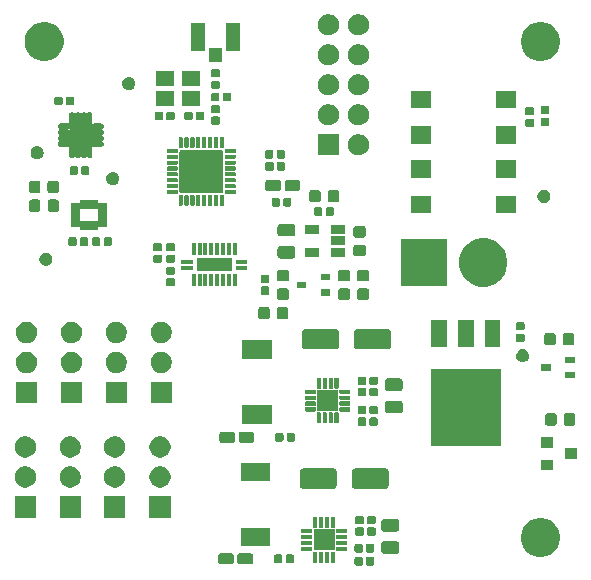
<source format=gts>
G04 #@! TF.GenerationSoftware,KiCad,Pcbnew,5.1.6*
G04 #@! TF.CreationDate,2020-08-22T22:17:50-04:00*
G04 #@! TF.ProjectId,ball-spider,62616c6c-2d73-4706-9964-65722e6b6963,rev?*
G04 #@! TF.SameCoordinates,Original*
G04 #@! TF.FileFunction,Soldermask,Top*
G04 #@! TF.FilePolarity,Negative*
%FSLAX46Y46*%
G04 Gerber Fmt 4.6, Leading zero omitted, Abs format (unit mm)*
G04 Created by KiCad (PCBNEW 5.1.6) date 2020-08-22 22:17:50*
%MOMM*%
%LPD*%
G01*
G04 APERTURE LIST*
%ADD10C,0.100000*%
G04 APERTURE END LIST*
D10*
G36*
X62812027Y-133632275D02*
G01*
X62839650Y-133640654D01*
X62865113Y-133654264D01*
X62887425Y-133672575D01*
X62905736Y-133694887D01*
X62919346Y-133720350D01*
X62927725Y-133747973D01*
X62930800Y-133779191D01*
X62930800Y-134220809D01*
X62927725Y-134252027D01*
X62919346Y-134279650D01*
X62905736Y-134305113D01*
X62887425Y-134327425D01*
X62865113Y-134345736D01*
X62839650Y-134359346D01*
X62812027Y-134367725D01*
X62780809Y-134370800D01*
X62389191Y-134370800D01*
X62357973Y-134367725D01*
X62330350Y-134359346D01*
X62304887Y-134345736D01*
X62282575Y-134327425D01*
X62264264Y-134305113D01*
X62250654Y-134279650D01*
X62242275Y-134252027D01*
X62239200Y-134220809D01*
X62239200Y-133779191D01*
X62242275Y-133747973D01*
X62250654Y-133720350D01*
X62264264Y-133694887D01*
X62282575Y-133672575D01*
X62304887Y-133654264D01*
X62330350Y-133640654D01*
X62357973Y-133632275D01*
X62389191Y-133629200D01*
X62780809Y-133629200D01*
X62812027Y-133632275D01*
G37*
G36*
X61842027Y-133632275D02*
G01*
X61869650Y-133640654D01*
X61895113Y-133654264D01*
X61917425Y-133672575D01*
X61935736Y-133694887D01*
X61949346Y-133720350D01*
X61957725Y-133747973D01*
X61960800Y-133779191D01*
X61960800Y-134220809D01*
X61957725Y-134252027D01*
X61949346Y-134279650D01*
X61935736Y-134305113D01*
X61917425Y-134327425D01*
X61895113Y-134345736D01*
X61869650Y-134359346D01*
X61842027Y-134367725D01*
X61810809Y-134370800D01*
X61419191Y-134370800D01*
X61387973Y-134367725D01*
X61360350Y-134359346D01*
X61334887Y-134345736D01*
X61312575Y-134327425D01*
X61294264Y-134305113D01*
X61280654Y-134279650D01*
X61272275Y-134252027D01*
X61269200Y-134220809D01*
X61269200Y-133779191D01*
X61272275Y-133747973D01*
X61280654Y-133720350D01*
X61294264Y-133694887D01*
X61312575Y-133672575D01*
X61334887Y-133654264D01*
X61360350Y-133640654D01*
X61387973Y-133632275D01*
X61419191Y-133629200D01*
X61810809Y-133629200D01*
X61842027Y-133632275D01*
G37*
G36*
X52504705Y-133328523D02*
G01*
X52544525Y-133340602D01*
X52581223Y-133360218D01*
X52613387Y-133386613D01*
X52639782Y-133418777D01*
X52659398Y-133455475D01*
X52671477Y-133495295D01*
X52675800Y-133539191D01*
X52675800Y-134060809D01*
X52671477Y-134104705D01*
X52659398Y-134144525D01*
X52639782Y-134181223D01*
X52613387Y-134213387D01*
X52581223Y-134239782D01*
X52544525Y-134259398D01*
X52504705Y-134271477D01*
X52460809Y-134275800D01*
X51564191Y-134275800D01*
X51520295Y-134271477D01*
X51480475Y-134259398D01*
X51443777Y-134239782D01*
X51411613Y-134213387D01*
X51385218Y-134181223D01*
X51365602Y-134144525D01*
X51353523Y-134104705D01*
X51349200Y-134060809D01*
X51349200Y-133539191D01*
X51353523Y-133495295D01*
X51365602Y-133455475D01*
X51385218Y-133418777D01*
X51411613Y-133386613D01*
X51443777Y-133360218D01*
X51480475Y-133340602D01*
X51520295Y-133328523D01*
X51564191Y-133324200D01*
X52460809Y-133324200D01*
X52504705Y-133328523D01*
G37*
G36*
X50879705Y-133328523D02*
G01*
X50919525Y-133340602D01*
X50956223Y-133360218D01*
X50988387Y-133386613D01*
X51014782Y-133418777D01*
X51034398Y-133455475D01*
X51046477Y-133495295D01*
X51050800Y-133539191D01*
X51050800Y-134060809D01*
X51046477Y-134104705D01*
X51034398Y-134144525D01*
X51014782Y-134181223D01*
X50988387Y-134213387D01*
X50956223Y-134239782D01*
X50919525Y-134259398D01*
X50879705Y-134271477D01*
X50835809Y-134275800D01*
X49939191Y-134275800D01*
X49895295Y-134271477D01*
X49855475Y-134259398D01*
X49818777Y-134239782D01*
X49786613Y-134213387D01*
X49760218Y-134181223D01*
X49740602Y-134144525D01*
X49728523Y-134104705D01*
X49724200Y-134060809D01*
X49724200Y-133539191D01*
X49728523Y-133495295D01*
X49740602Y-133455475D01*
X49760218Y-133418777D01*
X49786613Y-133386613D01*
X49818777Y-133360218D01*
X49855475Y-133340602D01*
X49895295Y-133328523D01*
X49939191Y-133324200D01*
X50835809Y-133324200D01*
X50879705Y-133328523D01*
G37*
G36*
X56012027Y-133432275D02*
G01*
X56039650Y-133440654D01*
X56065113Y-133454264D01*
X56087425Y-133472575D01*
X56105736Y-133494887D01*
X56119346Y-133520350D01*
X56127725Y-133547973D01*
X56130800Y-133579191D01*
X56130800Y-134020809D01*
X56127725Y-134052027D01*
X56119346Y-134079650D01*
X56105736Y-134105113D01*
X56087425Y-134127425D01*
X56065113Y-134145736D01*
X56039650Y-134159346D01*
X56012027Y-134167725D01*
X55980809Y-134170800D01*
X55589191Y-134170800D01*
X55557973Y-134167725D01*
X55530350Y-134159346D01*
X55504887Y-134145736D01*
X55482575Y-134127425D01*
X55464264Y-134105113D01*
X55450654Y-134079650D01*
X55442275Y-134052027D01*
X55439200Y-134020809D01*
X55439200Y-133579191D01*
X55442275Y-133547973D01*
X55450654Y-133520350D01*
X55464264Y-133494887D01*
X55482575Y-133472575D01*
X55504887Y-133454264D01*
X55530350Y-133440654D01*
X55557973Y-133432275D01*
X55589191Y-133429200D01*
X55980809Y-133429200D01*
X56012027Y-133432275D01*
G37*
G36*
X55042027Y-133432275D02*
G01*
X55069650Y-133440654D01*
X55095113Y-133454264D01*
X55117425Y-133472575D01*
X55135736Y-133494887D01*
X55149346Y-133520350D01*
X55157725Y-133547973D01*
X55160800Y-133579191D01*
X55160800Y-134020809D01*
X55157725Y-134052027D01*
X55149346Y-134079650D01*
X55135736Y-134105113D01*
X55117425Y-134127425D01*
X55095113Y-134145736D01*
X55069650Y-134159346D01*
X55042027Y-134167725D01*
X55010809Y-134170800D01*
X54619191Y-134170800D01*
X54587973Y-134167725D01*
X54560350Y-134159346D01*
X54534887Y-134145736D01*
X54512575Y-134127425D01*
X54494264Y-134105113D01*
X54480654Y-134079650D01*
X54472275Y-134052027D01*
X54469200Y-134020809D01*
X54469200Y-133579191D01*
X54472275Y-133547973D01*
X54480654Y-133520350D01*
X54494264Y-133494887D01*
X54512575Y-133472575D01*
X54534887Y-133454264D01*
X54560350Y-133440654D01*
X54587973Y-133432275D01*
X54619191Y-133429200D01*
X55010809Y-133429200D01*
X55042027Y-133432275D01*
G37*
G36*
X59075444Y-133200641D02*
G01*
X59087124Y-133204184D01*
X59097886Y-133209937D01*
X59107320Y-133217680D01*
X59115063Y-133227114D01*
X59120816Y-133237876D01*
X59124359Y-133249556D01*
X59125800Y-133264191D01*
X59125800Y-134060809D01*
X59124359Y-134075444D01*
X59120816Y-134087124D01*
X59115063Y-134097886D01*
X59107320Y-134107320D01*
X59097886Y-134115063D01*
X59087124Y-134120816D01*
X59075444Y-134124359D01*
X59060809Y-134125800D01*
X58839191Y-134125800D01*
X58824556Y-134124359D01*
X58812876Y-134120816D01*
X58802114Y-134115063D01*
X58792680Y-134107320D01*
X58784937Y-134097886D01*
X58779184Y-134087124D01*
X58775641Y-134075444D01*
X58774200Y-134060809D01*
X58774200Y-133264191D01*
X58775641Y-133249556D01*
X58779184Y-133237876D01*
X58784937Y-133227114D01*
X58792680Y-133217680D01*
X58802114Y-133209937D01*
X58812876Y-133204184D01*
X58824556Y-133200641D01*
X58839191Y-133199200D01*
X59060809Y-133199200D01*
X59075444Y-133200641D01*
G37*
G36*
X58575444Y-133200641D02*
G01*
X58587124Y-133204184D01*
X58597886Y-133209937D01*
X58607320Y-133217680D01*
X58615063Y-133227114D01*
X58620816Y-133237876D01*
X58624359Y-133249556D01*
X58625800Y-133264191D01*
X58625800Y-134060809D01*
X58624359Y-134075444D01*
X58620816Y-134087124D01*
X58615063Y-134097886D01*
X58607320Y-134107320D01*
X58597886Y-134115063D01*
X58587124Y-134120816D01*
X58575444Y-134124359D01*
X58560809Y-134125800D01*
X58339191Y-134125800D01*
X58324556Y-134124359D01*
X58312876Y-134120816D01*
X58302114Y-134115063D01*
X58292680Y-134107320D01*
X58284937Y-134097886D01*
X58279184Y-134087124D01*
X58275641Y-134075444D01*
X58274200Y-134060809D01*
X58274200Y-133264191D01*
X58275641Y-133249556D01*
X58279184Y-133237876D01*
X58284937Y-133227114D01*
X58292680Y-133217680D01*
X58302114Y-133209937D01*
X58312876Y-133204184D01*
X58324556Y-133200641D01*
X58339191Y-133199200D01*
X58560809Y-133199200D01*
X58575444Y-133200641D01*
G37*
G36*
X58075444Y-133200641D02*
G01*
X58087124Y-133204184D01*
X58097886Y-133209937D01*
X58107320Y-133217680D01*
X58115063Y-133227114D01*
X58120816Y-133237876D01*
X58124359Y-133249556D01*
X58125800Y-133264191D01*
X58125800Y-134060809D01*
X58124359Y-134075444D01*
X58120816Y-134087124D01*
X58115063Y-134097886D01*
X58107320Y-134107320D01*
X58097886Y-134115063D01*
X58087124Y-134120816D01*
X58075444Y-134124359D01*
X58060809Y-134125800D01*
X57839191Y-134125800D01*
X57824556Y-134124359D01*
X57812876Y-134120816D01*
X57802114Y-134115063D01*
X57792680Y-134107320D01*
X57784937Y-134097886D01*
X57779184Y-134087124D01*
X57775641Y-134075444D01*
X57774200Y-134060809D01*
X57774200Y-133264191D01*
X57775641Y-133249556D01*
X57779184Y-133237876D01*
X57784937Y-133227114D01*
X57792680Y-133217680D01*
X57802114Y-133209937D01*
X57812876Y-133204184D01*
X57824556Y-133200641D01*
X57839191Y-133199200D01*
X58060809Y-133199200D01*
X58075444Y-133200641D01*
G37*
G36*
X59575444Y-133200641D02*
G01*
X59587124Y-133204184D01*
X59597886Y-133209937D01*
X59607320Y-133217680D01*
X59615063Y-133227114D01*
X59620816Y-133237876D01*
X59624359Y-133249556D01*
X59625800Y-133264191D01*
X59625800Y-134060809D01*
X59624359Y-134075444D01*
X59620816Y-134087124D01*
X59615063Y-134097886D01*
X59607320Y-134107320D01*
X59597886Y-134115063D01*
X59587124Y-134120816D01*
X59575444Y-134124359D01*
X59560809Y-134125800D01*
X59339191Y-134125800D01*
X59324556Y-134124359D01*
X59312876Y-134120816D01*
X59302114Y-134115063D01*
X59292680Y-134107320D01*
X59284937Y-134097886D01*
X59279184Y-134087124D01*
X59275641Y-134075444D01*
X59274200Y-134060809D01*
X59274200Y-133264191D01*
X59275641Y-133249556D01*
X59279184Y-133237876D01*
X59284937Y-133227114D01*
X59292680Y-133217680D01*
X59302114Y-133209937D01*
X59312876Y-133204184D01*
X59324556Y-133200641D01*
X59339191Y-133199200D01*
X59560809Y-133199200D01*
X59575444Y-133200641D01*
G37*
G36*
X77481521Y-130412639D02*
G01*
X77781947Y-130537080D01*
X78052324Y-130717740D01*
X78282260Y-130947676D01*
X78462920Y-131218053D01*
X78587361Y-131518479D01*
X78650800Y-131837410D01*
X78650800Y-132162590D01*
X78587361Y-132481521D01*
X78462920Y-132781947D01*
X78282260Y-133052324D01*
X78052324Y-133282260D01*
X77781947Y-133462920D01*
X77481521Y-133587361D01*
X77162590Y-133650800D01*
X76837410Y-133650800D01*
X76518479Y-133587361D01*
X76218053Y-133462920D01*
X75947676Y-133282260D01*
X75717740Y-133052324D01*
X75537080Y-132781947D01*
X75412639Y-132481521D01*
X75349200Y-132162590D01*
X75349200Y-131837410D01*
X75412639Y-131518479D01*
X75537080Y-131218053D01*
X75717740Y-130947676D01*
X75947676Y-130717740D01*
X76218053Y-130537080D01*
X76518479Y-130412639D01*
X76837410Y-130349200D01*
X77162590Y-130349200D01*
X77481521Y-130412639D01*
G37*
G36*
X64854552Y-132304124D02*
G01*
X64900237Y-132317982D01*
X64942333Y-132340483D01*
X64979234Y-132370766D01*
X65009517Y-132407667D01*
X65032018Y-132449763D01*
X65045876Y-132495448D01*
X65050800Y-132545442D01*
X65050800Y-133129558D01*
X65045876Y-133179552D01*
X65032018Y-133225237D01*
X65009517Y-133267333D01*
X64979234Y-133304234D01*
X64942333Y-133334517D01*
X64900237Y-133357018D01*
X64854552Y-133370876D01*
X64804558Y-133375800D01*
X63795442Y-133375800D01*
X63745448Y-133370876D01*
X63699763Y-133357018D01*
X63657667Y-133334517D01*
X63620766Y-133304234D01*
X63590483Y-133267333D01*
X63567982Y-133225237D01*
X63554124Y-133179552D01*
X63549200Y-133129558D01*
X63549200Y-132545442D01*
X63554124Y-132495448D01*
X63567982Y-132449763D01*
X63590483Y-132407667D01*
X63620766Y-132370766D01*
X63657667Y-132340483D01*
X63699763Y-132317982D01*
X63745448Y-132304124D01*
X63795442Y-132299200D01*
X64804558Y-132299200D01*
X64854552Y-132304124D01*
G37*
G36*
X62812027Y-132532275D02*
G01*
X62839650Y-132540654D01*
X62865113Y-132554264D01*
X62887425Y-132572575D01*
X62905736Y-132594887D01*
X62919346Y-132620350D01*
X62927725Y-132647973D01*
X62930800Y-132679191D01*
X62930800Y-133120809D01*
X62927725Y-133152027D01*
X62919346Y-133179650D01*
X62905736Y-133205113D01*
X62887425Y-133227425D01*
X62865113Y-133245736D01*
X62839650Y-133259346D01*
X62812027Y-133267725D01*
X62780809Y-133270800D01*
X62389191Y-133270800D01*
X62357973Y-133267725D01*
X62330350Y-133259346D01*
X62304887Y-133245736D01*
X62282575Y-133227425D01*
X62264264Y-133205113D01*
X62250654Y-133179650D01*
X62242275Y-133152027D01*
X62239200Y-133120809D01*
X62239200Y-132679191D01*
X62242275Y-132647973D01*
X62250654Y-132620350D01*
X62264264Y-132594887D01*
X62282575Y-132572575D01*
X62304887Y-132554264D01*
X62330350Y-132540654D01*
X62357973Y-132532275D01*
X62389191Y-132529200D01*
X62780809Y-132529200D01*
X62812027Y-132532275D01*
G37*
G36*
X61842027Y-132532275D02*
G01*
X61869650Y-132540654D01*
X61895113Y-132554264D01*
X61917425Y-132572575D01*
X61935736Y-132594887D01*
X61949346Y-132620350D01*
X61957725Y-132647973D01*
X61960800Y-132679191D01*
X61960800Y-133120809D01*
X61957725Y-133152027D01*
X61949346Y-133179650D01*
X61935736Y-133205113D01*
X61917425Y-133227425D01*
X61895113Y-133245736D01*
X61869650Y-133259346D01*
X61842027Y-133267725D01*
X61810809Y-133270800D01*
X61419191Y-133270800D01*
X61387973Y-133267725D01*
X61360350Y-133259346D01*
X61334887Y-133245736D01*
X61312575Y-133227425D01*
X61294264Y-133205113D01*
X61280654Y-133179650D01*
X61272275Y-133152027D01*
X61269200Y-133120809D01*
X61269200Y-132679191D01*
X61272275Y-132647973D01*
X61280654Y-132620350D01*
X61294264Y-132594887D01*
X61312575Y-132572575D01*
X61334887Y-132554264D01*
X61360350Y-132540654D01*
X61387973Y-132532275D01*
X61419191Y-132529200D01*
X61810809Y-132529200D01*
X61842027Y-132532275D01*
G37*
G36*
X57650444Y-132775641D02*
G01*
X57662124Y-132779184D01*
X57672886Y-132784937D01*
X57682320Y-132792680D01*
X57690063Y-132802114D01*
X57695816Y-132812876D01*
X57699359Y-132824556D01*
X57700800Y-132839191D01*
X57700800Y-133060809D01*
X57699359Y-133075444D01*
X57695816Y-133087124D01*
X57690063Y-133097886D01*
X57682320Y-133107320D01*
X57672886Y-133115063D01*
X57662124Y-133120816D01*
X57650444Y-133124359D01*
X57635809Y-133125800D01*
X56839191Y-133125800D01*
X56824556Y-133124359D01*
X56812876Y-133120816D01*
X56802114Y-133115063D01*
X56792680Y-133107320D01*
X56784937Y-133097886D01*
X56779184Y-133087124D01*
X56775641Y-133075444D01*
X56774200Y-133060809D01*
X56774200Y-132839191D01*
X56775641Y-132824556D01*
X56779184Y-132812876D01*
X56784937Y-132802114D01*
X56792680Y-132792680D01*
X56802114Y-132784937D01*
X56812876Y-132779184D01*
X56824556Y-132775641D01*
X56839191Y-132774200D01*
X57635809Y-132774200D01*
X57650444Y-132775641D01*
G37*
G36*
X60575444Y-132775641D02*
G01*
X60587124Y-132779184D01*
X60597886Y-132784937D01*
X60607320Y-132792680D01*
X60615063Y-132802114D01*
X60620816Y-132812876D01*
X60624359Y-132824556D01*
X60625800Y-132839191D01*
X60625800Y-133060809D01*
X60624359Y-133075444D01*
X60620816Y-133087124D01*
X60615063Y-133097886D01*
X60607320Y-133107320D01*
X60597886Y-133115063D01*
X60587124Y-133120816D01*
X60575444Y-133124359D01*
X60560809Y-133125800D01*
X59764191Y-133125800D01*
X59749556Y-133124359D01*
X59737876Y-133120816D01*
X59727114Y-133115063D01*
X59717680Y-133107320D01*
X59709937Y-133097886D01*
X59704184Y-133087124D01*
X59700641Y-133075444D01*
X59699200Y-133060809D01*
X59699200Y-132839191D01*
X59700641Y-132824556D01*
X59704184Y-132812876D01*
X59709937Y-132802114D01*
X59717680Y-132792680D01*
X59727114Y-132784937D01*
X59737876Y-132779184D01*
X59749556Y-132775641D01*
X59764191Y-132774200D01*
X60560809Y-132774200D01*
X60575444Y-132775641D01*
G37*
G36*
X59590800Y-133090800D02*
G01*
X57809200Y-133090800D01*
X57809200Y-131309200D01*
X59590800Y-131309200D01*
X59590800Y-133090800D01*
G37*
G36*
X54150800Y-132750800D02*
G01*
X51649200Y-132750800D01*
X51649200Y-131149200D01*
X54150800Y-131149200D01*
X54150800Y-132750800D01*
G37*
G36*
X60575444Y-132275641D02*
G01*
X60587124Y-132279184D01*
X60597886Y-132284937D01*
X60607320Y-132292680D01*
X60615063Y-132302114D01*
X60620816Y-132312876D01*
X60624359Y-132324556D01*
X60625800Y-132339191D01*
X60625800Y-132560809D01*
X60624359Y-132575444D01*
X60620816Y-132587124D01*
X60615063Y-132597886D01*
X60607320Y-132607320D01*
X60597886Y-132615063D01*
X60587124Y-132620816D01*
X60575444Y-132624359D01*
X60560809Y-132625800D01*
X59764191Y-132625800D01*
X59749556Y-132624359D01*
X59737876Y-132620816D01*
X59727114Y-132615063D01*
X59717680Y-132607320D01*
X59709937Y-132597886D01*
X59704184Y-132587124D01*
X59700641Y-132575444D01*
X59699200Y-132560809D01*
X59699200Y-132339191D01*
X59700641Y-132324556D01*
X59704184Y-132312876D01*
X59709937Y-132302114D01*
X59717680Y-132292680D01*
X59727114Y-132284937D01*
X59737876Y-132279184D01*
X59749556Y-132275641D01*
X59764191Y-132274200D01*
X60560809Y-132274200D01*
X60575444Y-132275641D01*
G37*
G36*
X57650444Y-132275641D02*
G01*
X57662124Y-132279184D01*
X57672886Y-132284937D01*
X57682320Y-132292680D01*
X57690063Y-132302114D01*
X57695816Y-132312876D01*
X57699359Y-132324556D01*
X57700800Y-132339191D01*
X57700800Y-132560809D01*
X57699359Y-132575444D01*
X57695816Y-132587124D01*
X57690063Y-132597886D01*
X57682320Y-132607320D01*
X57672886Y-132615063D01*
X57662124Y-132620816D01*
X57650444Y-132624359D01*
X57635809Y-132625800D01*
X56839191Y-132625800D01*
X56824556Y-132624359D01*
X56812876Y-132620816D01*
X56802114Y-132615063D01*
X56792680Y-132607320D01*
X56784937Y-132597886D01*
X56779184Y-132587124D01*
X56775641Y-132575444D01*
X56774200Y-132560809D01*
X56774200Y-132339191D01*
X56775641Y-132324556D01*
X56779184Y-132312876D01*
X56784937Y-132302114D01*
X56792680Y-132292680D01*
X56802114Y-132284937D01*
X56812876Y-132279184D01*
X56824556Y-132275641D01*
X56839191Y-132274200D01*
X57635809Y-132274200D01*
X57650444Y-132275641D01*
G37*
G36*
X60575444Y-131775641D02*
G01*
X60587124Y-131779184D01*
X60597886Y-131784937D01*
X60607320Y-131792680D01*
X60615063Y-131802114D01*
X60620816Y-131812876D01*
X60624359Y-131824556D01*
X60625800Y-131839191D01*
X60625800Y-132060809D01*
X60624359Y-132075444D01*
X60620816Y-132087124D01*
X60615063Y-132097886D01*
X60607320Y-132107320D01*
X60597886Y-132115063D01*
X60587124Y-132120816D01*
X60575444Y-132124359D01*
X60560809Y-132125800D01*
X59764191Y-132125800D01*
X59749556Y-132124359D01*
X59737876Y-132120816D01*
X59727114Y-132115063D01*
X59717680Y-132107320D01*
X59709937Y-132097886D01*
X59704184Y-132087124D01*
X59700641Y-132075444D01*
X59699200Y-132060809D01*
X59699200Y-131839191D01*
X59700641Y-131824556D01*
X59704184Y-131812876D01*
X59709937Y-131802114D01*
X59717680Y-131792680D01*
X59727114Y-131784937D01*
X59737876Y-131779184D01*
X59749556Y-131775641D01*
X59764191Y-131774200D01*
X60560809Y-131774200D01*
X60575444Y-131775641D01*
G37*
G36*
X57650444Y-131775641D02*
G01*
X57662124Y-131779184D01*
X57672886Y-131784937D01*
X57682320Y-131792680D01*
X57690063Y-131802114D01*
X57695816Y-131812876D01*
X57699359Y-131824556D01*
X57700800Y-131839191D01*
X57700800Y-132060809D01*
X57699359Y-132075444D01*
X57695816Y-132087124D01*
X57690063Y-132097886D01*
X57682320Y-132107320D01*
X57672886Y-132115063D01*
X57662124Y-132120816D01*
X57650444Y-132124359D01*
X57635809Y-132125800D01*
X56839191Y-132125800D01*
X56824556Y-132124359D01*
X56812876Y-132120816D01*
X56802114Y-132115063D01*
X56792680Y-132107320D01*
X56784937Y-132097886D01*
X56779184Y-132087124D01*
X56775641Y-132075444D01*
X56774200Y-132060809D01*
X56774200Y-131839191D01*
X56775641Y-131824556D01*
X56779184Y-131812876D01*
X56784937Y-131802114D01*
X56792680Y-131792680D01*
X56802114Y-131784937D01*
X56812876Y-131779184D01*
X56824556Y-131775641D01*
X56839191Y-131774200D01*
X57635809Y-131774200D01*
X57650444Y-131775641D01*
G37*
G36*
X62952027Y-131142275D02*
G01*
X62979650Y-131150654D01*
X63005113Y-131164264D01*
X63027425Y-131182575D01*
X63045736Y-131204887D01*
X63059346Y-131230350D01*
X63067725Y-131257973D01*
X63070800Y-131289191D01*
X63070800Y-131680809D01*
X63067725Y-131712027D01*
X63059346Y-131739650D01*
X63045736Y-131765113D01*
X63027425Y-131787425D01*
X63005113Y-131805736D01*
X62979650Y-131819346D01*
X62952027Y-131827725D01*
X62920809Y-131830800D01*
X62479191Y-131830800D01*
X62447973Y-131827725D01*
X62420350Y-131819346D01*
X62394887Y-131805736D01*
X62372575Y-131787425D01*
X62354264Y-131765113D01*
X62340654Y-131739650D01*
X62332275Y-131712027D01*
X62329200Y-131680809D01*
X62329200Y-131289191D01*
X62332275Y-131257973D01*
X62340654Y-131230350D01*
X62354264Y-131204887D01*
X62372575Y-131182575D01*
X62394887Y-131164264D01*
X62420350Y-131150654D01*
X62447973Y-131142275D01*
X62479191Y-131139200D01*
X62920809Y-131139200D01*
X62952027Y-131142275D01*
G37*
G36*
X61952027Y-131142275D02*
G01*
X61979650Y-131150654D01*
X62005113Y-131164264D01*
X62027425Y-131182575D01*
X62045736Y-131204887D01*
X62059346Y-131230350D01*
X62067725Y-131257973D01*
X62070800Y-131289191D01*
X62070800Y-131680809D01*
X62067725Y-131712027D01*
X62059346Y-131739650D01*
X62045736Y-131765113D01*
X62027425Y-131787425D01*
X62005113Y-131805736D01*
X61979650Y-131819346D01*
X61952027Y-131827725D01*
X61920809Y-131830800D01*
X61479191Y-131830800D01*
X61447973Y-131827725D01*
X61420350Y-131819346D01*
X61394887Y-131805736D01*
X61372575Y-131787425D01*
X61354264Y-131765113D01*
X61340654Y-131739650D01*
X61332275Y-131712027D01*
X61329200Y-131680809D01*
X61329200Y-131289191D01*
X61332275Y-131257973D01*
X61340654Y-131230350D01*
X61354264Y-131204887D01*
X61372575Y-131182575D01*
X61394887Y-131164264D01*
X61420350Y-131150654D01*
X61447973Y-131142275D01*
X61479191Y-131139200D01*
X61920809Y-131139200D01*
X61952027Y-131142275D01*
G37*
G36*
X60575444Y-131275641D02*
G01*
X60587124Y-131279184D01*
X60597886Y-131284937D01*
X60607320Y-131292680D01*
X60615063Y-131302114D01*
X60620816Y-131312876D01*
X60624359Y-131324556D01*
X60625800Y-131339191D01*
X60625800Y-131560809D01*
X60624359Y-131575444D01*
X60620816Y-131587124D01*
X60615063Y-131597886D01*
X60607320Y-131607320D01*
X60597886Y-131615063D01*
X60587124Y-131620816D01*
X60575444Y-131624359D01*
X60560809Y-131625800D01*
X59764191Y-131625800D01*
X59749556Y-131624359D01*
X59737876Y-131620816D01*
X59727114Y-131615063D01*
X59717680Y-131607320D01*
X59709937Y-131597886D01*
X59704184Y-131587124D01*
X59700641Y-131575444D01*
X59699200Y-131560809D01*
X59699200Y-131339191D01*
X59700641Y-131324556D01*
X59704184Y-131312876D01*
X59709937Y-131302114D01*
X59717680Y-131292680D01*
X59727114Y-131284937D01*
X59737876Y-131279184D01*
X59749556Y-131275641D01*
X59764191Y-131274200D01*
X60560809Y-131274200D01*
X60575444Y-131275641D01*
G37*
G36*
X57650444Y-131275641D02*
G01*
X57662124Y-131279184D01*
X57672886Y-131284937D01*
X57682320Y-131292680D01*
X57690063Y-131302114D01*
X57695816Y-131312876D01*
X57699359Y-131324556D01*
X57700800Y-131339191D01*
X57700800Y-131560809D01*
X57699359Y-131575444D01*
X57695816Y-131587124D01*
X57690063Y-131597886D01*
X57682320Y-131607320D01*
X57672886Y-131615063D01*
X57662124Y-131620816D01*
X57650444Y-131624359D01*
X57635809Y-131625800D01*
X56839191Y-131625800D01*
X56824556Y-131624359D01*
X56812876Y-131620816D01*
X56802114Y-131615063D01*
X56792680Y-131607320D01*
X56784937Y-131597886D01*
X56779184Y-131587124D01*
X56775641Y-131575444D01*
X56774200Y-131560809D01*
X56774200Y-131339191D01*
X56775641Y-131324556D01*
X56779184Y-131312876D01*
X56784937Y-131302114D01*
X56792680Y-131292680D01*
X56802114Y-131284937D01*
X56812876Y-131279184D01*
X56824556Y-131275641D01*
X56839191Y-131274200D01*
X57635809Y-131274200D01*
X57650444Y-131275641D01*
G37*
G36*
X64854552Y-130429124D02*
G01*
X64900237Y-130442982D01*
X64942333Y-130465483D01*
X64979234Y-130495766D01*
X65009517Y-130532667D01*
X65032018Y-130574763D01*
X65045876Y-130620448D01*
X65050800Y-130670442D01*
X65050800Y-131254558D01*
X65045876Y-131304552D01*
X65032018Y-131350237D01*
X65009517Y-131392333D01*
X64979234Y-131429234D01*
X64942333Y-131459517D01*
X64900237Y-131482018D01*
X64854552Y-131495876D01*
X64804558Y-131500800D01*
X63795442Y-131500800D01*
X63745448Y-131495876D01*
X63699763Y-131482018D01*
X63657667Y-131459517D01*
X63620766Y-131429234D01*
X63590483Y-131392333D01*
X63567982Y-131350237D01*
X63554124Y-131304552D01*
X63549200Y-131254558D01*
X63549200Y-130670442D01*
X63554124Y-130620448D01*
X63567982Y-130574763D01*
X63590483Y-130532667D01*
X63620766Y-130495766D01*
X63657667Y-130465483D01*
X63699763Y-130442982D01*
X63745448Y-130429124D01*
X63795442Y-130424200D01*
X64804558Y-130424200D01*
X64854552Y-130429124D01*
G37*
G36*
X58075444Y-130275641D02*
G01*
X58087124Y-130279184D01*
X58097886Y-130284937D01*
X58107320Y-130292680D01*
X58115063Y-130302114D01*
X58120816Y-130312876D01*
X58124359Y-130324556D01*
X58125800Y-130339191D01*
X58125800Y-131135809D01*
X58124359Y-131150444D01*
X58120816Y-131162124D01*
X58115063Y-131172886D01*
X58107320Y-131182320D01*
X58097886Y-131190063D01*
X58087124Y-131195816D01*
X58075444Y-131199359D01*
X58060809Y-131200800D01*
X57839191Y-131200800D01*
X57824556Y-131199359D01*
X57812876Y-131195816D01*
X57802114Y-131190063D01*
X57792680Y-131182320D01*
X57784937Y-131172886D01*
X57779184Y-131162124D01*
X57775641Y-131150444D01*
X57774200Y-131135809D01*
X57774200Y-130339191D01*
X57775641Y-130324556D01*
X57779184Y-130312876D01*
X57784937Y-130302114D01*
X57792680Y-130292680D01*
X57802114Y-130284937D01*
X57812876Y-130279184D01*
X57824556Y-130275641D01*
X57839191Y-130274200D01*
X58060809Y-130274200D01*
X58075444Y-130275641D01*
G37*
G36*
X58575444Y-130275641D02*
G01*
X58587124Y-130279184D01*
X58597886Y-130284937D01*
X58607320Y-130292680D01*
X58615063Y-130302114D01*
X58620816Y-130312876D01*
X58624359Y-130324556D01*
X58625800Y-130339191D01*
X58625800Y-131135809D01*
X58624359Y-131150444D01*
X58620816Y-131162124D01*
X58615063Y-131172886D01*
X58607320Y-131182320D01*
X58597886Y-131190063D01*
X58587124Y-131195816D01*
X58575444Y-131199359D01*
X58560809Y-131200800D01*
X58339191Y-131200800D01*
X58324556Y-131199359D01*
X58312876Y-131195816D01*
X58302114Y-131190063D01*
X58292680Y-131182320D01*
X58284937Y-131172886D01*
X58279184Y-131162124D01*
X58275641Y-131150444D01*
X58274200Y-131135809D01*
X58274200Y-130339191D01*
X58275641Y-130324556D01*
X58279184Y-130312876D01*
X58284937Y-130302114D01*
X58292680Y-130292680D01*
X58302114Y-130284937D01*
X58312876Y-130279184D01*
X58324556Y-130275641D01*
X58339191Y-130274200D01*
X58560809Y-130274200D01*
X58575444Y-130275641D01*
G37*
G36*
X59075444Y-130275641D02*
G01*
X59087124Y-130279184D01*
X59097886Y-130284937D01*
X59107320Y-130292680D01*
X59115063Y-130302114D01*
X59120816Y-130312876D01*
X59124359Y-130324556D01*
X59125800Y-130339191D01*
X59125800Y-131135809D01*
X59124359Y-131150444D01*
X59120816Y-131162124D01*
X59115063Y-131172886D01*
X59107320Y-131182320D01*
X59097886Y-131190063D01*
X59087124Y-131195816D01*
X59075444Y-131199359D01*
X59060809Y-131200800D01*
X58839191Y-131200800D01*
X58824556Y-131199359D01*
X58812876Y-131195816D01*
X58802114Y-131190063D01*
X58792680Y-131182320D01*
X58784937Y-131172886D01*
X58779184Y-131162124D01*
X58775641Y-131150444D01*
X58774200Y-131135809D01*
X58774200Y-130339191D01*
X58775641Y-130324556D01*
X58779184Y-130312876D01*
X58784937Y-130302114D01*
X58792680Y-130292680D01*
X58802114Y-130284937D01*
X58812876Y-130279184D01*
X58824556Y-130275641D01*
X58839191Y-130274200D01*
X59060809Y-130274200D01*
X59075444Y-130275641D01*
G37*
G36*
X59575444Y-130275641D02*
G01*
X59587124Y-130279184D01*
X59597886Y-130284937D01*
X59607320Y-130292680D01*
X59615063Y-130302114D01*
X59620816Y-130312876D01*
X59624359Y-130324556D01*
X59625800Y-130339191D01*
X59625800Y-131135809D01*
X59624359Y-131150444D01*
X59620816Y-131162124D01*
X59615063Y-131172886D01*
X59607320Y-131182320D01*
X59597886Y-131190063D01*
X59587124Y-131195816D01*
X59575444Y-131199359D01*
X59560809Y-131200800D01*
X59339191Y-131200800D01*
X59324556Y-131199359D01*
X59312876Y-131195816D01*
X59302114Y-131190063D01*
X59292680Y-131182320D01*
X59284937Y-131172886D01*
X59279184Y-131162124D01*
X59275641Y-131150444D01*
X59274200Y-131135809D01*
X59274200Y-130339191D01*
X59275641Y-130324556D01*
X59279184Y-130312876D01*
X59284937Y-130302114D01*
X59292680Y-130292680D01*
X59302114Y-130284937D01*
X59312876Y-130279184D01*
X59324556Y-130275641D01*
X59339191Y-130274200D01*
X59560809Y-130274200D01*
X59575444Y-130275641D01*
G37*
G36*
X62952027Y-130172275D02*
G01*
X62979650Y-130180654D01*
X63005113Y-130194264D01*
X63027425Y-130212575D01*
X63045736Y-130234887D01*
X63059346Y-130260350D01*
X63067725Y-130287973D01*
X63070800Y-130319191D01*
X63070800Y-130710809D01*
X63067725Y-130742027D01*
X63059346Y-130769650D01*
X63045736Y-130795113D01*
X63027425Y-130817425D01*
X63005113Y-130835736D01*
X62979650Y-130849346D01*
X62952027Y-130857725D01*
X62920809Y-130860800D01*
X62479191Y-130860800D01*
X62447973Y-130857725D01*
X62420350Y-130849346D01*
X62394887Y-130835736D01*
X62372575Y-130817425D01*
X62354264Y-130795113D01*
X62340654Y-130769650D01*
X62332275Y-130742027D01*
X62329200Y-130710809D01*
X62329200Y-130319191D01*
X62332275Y-130287973D01*
X62340654Y-130260350D01*
X62354264Y-130234887D01*
X62372575Y-130212575D01*
X62394887Y-130194264D01*
X62420350Y-130180654D01*
X62447973Y-130172275D01*
X62479191Y-130169200D01*
X62920809Y-130169200D01*
X62952027Y-130172275D01*
G37*
G36*
X61952027Y-130172275D02*
G01*
X61979650Y-130180654D01*
X62005113Y-130194264D01*
X62027425Y-130212575D01*
X62045736Y-130234887D01*
X62059346Y-130260350D01*
X62067725Y-130287973D01*
X62070800Y-130319191D01*
X62070800Y-130710809D01*
X62067725Y-130742027D01*
X62059346Y-130769650D01*
X62045736Y-130795113D01*
X62027425Y-130817425D01*
X62005113Y-130835736D01*
X61979650Y-130849346D01*
X61952027Y-130857725D01*
X61920809Y-130860800D01*
X61479191Y-130860800D01*
X61447973Y-130857725D01*
X61420350Y-130849346D01*
X61394887Y-130835736D01*
X61372575Y-130817425D01*
X61354264Y-130795113D01*
X61340654Y-130769650D01*
X61332275Y-130742027D01*
X61329200Y-130710809D01*
X61329200Y-130319191D01*
X61332275Y-130287973D01*
X61340654Y-130260350D01*
X61354264Y-130234887D01*
X61372575Y-130212575D01*
X61394887Y-130194264D01*
X61420350Y-130180654D01*
X61447973Y-130172275D01*
X61479191Y-130169200D01*
X61920809Y-130169200D01*
X61952027Y-130172275D01*
G37*
G36*
X41860800Y-130300800D02*
G01*
X40059200Y-130300800D01*
X40059200Y-128499200D01*
X41860800Y-128499200D01*
X41860800Y-130300800D01*
G37*
G36*
X45700800Y-130300800D02*
G01*
X43899200Y-130300800D01*
X43899200Y-128499200D01*
X45700800Y-128499200D01*
X45700800Y-130300800D01*
G37*
G36*
X34300800Y-130300800D02*
G01*
X32499200Y-130300800D01*
X32499200Y-128499200D01*
X34300800Y-128499200D01*
X34300800Y-130300800D01*
G37*
G36*
X38100800Y-130300800D02*
G01*
X36299200Y-130300800D01*
X36299200Y-128499200D01*
X38100800Y-128499200D01*
X38100800Y-130300800D01*
G37*
G36*
X59564855Y-126153878D02*
G01*
X59608138Y-126167008D01*
X59648024Y-126188328D01*
X59682983Y-126217017D01*
X59711672Y-126251976D01*
X59732992Y-126291862D01*
X59746122Y-126335145D01*
X59750800Y-126382642D01*
X59750800Y-127617358D01*
X59746122Y-127664855D01*
X59732992Y-127708138D01*
X59711672Y-127748024D01*
X59682983Y-127782983D01*
X59648024Y-127811672D01*
X59608138Y-127832992D01*
X59564855Y-127846122D01*
X59517358Y-127850800D01*
X56882642Y-127850800D01*
X56835145Y-127846122D01*
X56791862Y-127832992D01*
X56751976Y-127811672D01*
X56717017Y-127782983D01*
X56688328Y-127748024D01*
X56667008Y-127708138D01*
X56653878Y-127664855D01*
X56649200Y-127617358D01*
X56649200Y-126382642D01*
X56653878Y-126335145D01*
X56667008Y-126291862D01*
X56688328Y-126251976D01*
X56717017Y-126217017D01*
X56751976Y-126188328D01*
X56791862Y-126167008D01*
X56835145Y-126153878D01*
X56882642Y-126149200D01*
X59517358Y-126149200D01*
X59564855Y-126153878D01*
G37*
G36*
X63964855Y-126153878D02*
G01*
X64008138Y-126167008D01*
X64048024Y-126188328D01*
X64082983Y-126217017D01*
X64111672Y-126251976D01*
X64132992Y-126291862D01*
X64146122Y-126335145D01*
X64150800Y-126382642D01*
X64150800Y-127617358D01*
X64146122Y-127664855D01*
X64132992Y-127708138D01*
X64111672Y-127748024D01*
X64082983Y-127782983D01*
X64048024Y-127811672D01*
X64008138Y-127832992D01*
X63964855Y-127846122D01*
X63917358Y-127850800D01*
X61282642Y-127850800D01*
X61235145Y-127846122D01*
X61191862Y-127832992D01*
X61151976Y-127811672D01*
X61117017Y-127782983D01*
X61088328Y-127748024D01*
X61067008Y-127708138D01*
X61053878Y-127664855D01*
X61049200Y-127617358D01*
X61049200Y-126382642D01*
X61053878Y-126335145D01*
X61067008Y-126291862D01*
X61088328Y-126251976D01*
X61117017Y-126217017D01*
X61151976Y-126188328D01*
X61191862Y-126167008D01*
X61235145Y-126153878D01*
X61282642Y-126149200D01*
X63917358Y-126149200D01*
X63964855Y-126153878D01*
G37*
G36*
X45062754Y-125993817D02*
G01*
X45226689Y-126061721D01*
X45374227Y-126160303D01*
X45499697Y-126285773D01*
X45598279Y-126433311D01*
X45666183Y-126597246D01*
X45700800Y-126771279D01*
X45700800Y-126948721D01*
X45666183Y-127122754D01*
X45598279Y-127286689D01*
X45499697Y-127434227D01*
X45374227Y-127559697D01*
X45226689Y-127658279D01*
X45062754Y-127726183D01*
X44888721Y-127760800D01*
X44711279Y-127760800D01*
X44537246Y-127726183D01*
X44373311Y-127658279D01*
X44225773Y-127559697D01*
X44100303Y-127434227D01*
X44001721Y-127286689D01*
X43933817Y-127122754D01*
X43899200Y-126948721D01*
X43899200Y-126771279D01*
X43933817Y-126597246D01*
X44001721Y-126433311D01*
X44100303Y-126285773D01*
X44225773Y-126160303D01*
X44373311Y-126061721D01*
X44537246Y-125993817D01*
X44711279Y-125959200D01*
X44888721Y-125959200D01*
X45062754Y-125993817D01*
G37*
G36*
X41222754Y-125993817D02*
G01*
X41386689Y-126061721D01*
X41534227Y-126160303D01*
X41659697Y-126285773D01*
X41758279Y-126433311D01*
X41826183Y-126597246D01*
X41860800Y-126771279D01*
X41860800Y-126948721D01*
X41826183Y-127122754D01*
X41758279Y-127286689D01*
X41659697Y-127434227D01*
X41534227Y-127559697D01*
X41386689Y-127658279D01*
X41222754Y-127726183D01*
X41048721Y-127760800D01*
X40871279Y-127760800D01*
X40697246Y-127726183D01*
X40533311Y-127658279D01*
X40385773Y-127559697D01*
X40260303Y-127434227D01*
X40161721Y-127286689D01*
X40093817Y-127122754D01*
X40059200Y-126948721D01*
X40059200Y-126771279D01*
X40093817Y-126597246D01*
X40161721Y-126433311D01*
X40260303Y-126285773D01*
X40385773Y-126160303D01*
X40533311Y-126061721D01*
X40697246Y-125993817D01*
X40871279Y-125959200D01*
X41048721Y-125959200D01*
X41222754Y-125993817D01*
G37*
G36*
X33662754Y-125993817D02*
G01*
X33826689Y-126061721D01*
X33974227Y-126160303D01*
X34099697Y-126285773D01*
X34198279Y-126433311D01*
X34266183Y-126597246D01*
X34300800Y-126771279D01*
X34300800Y-126948721D01*
X34266183Y-127122754D01*
X34198279Y-127286689D01*
X34099697Y-127434227D01*
X33974227Y-127559697D01*
X33826689Y-127658279D01*
X33662754Y-127726183D01*
X33488721Y-127760800D01*
X33311279Y-127760800D01*
X33137246Y-127726183D01*
X32973311Y-127658279D01*
X32825773Y-127559697D01*
X32700303Y-127434227D01*
X32601721Y-127286689D01*
X32533817Y-127122754D01*
X32499200Y-126948721D01*
X32499200Y-126771279D01*
X32533817Y-126597246D01*
X32601721Y-126433311D01*
X32700303Y-126285773D01*
X32825773Y-126160303D01*
X32973311Y-126061721D01*
X33137246Y-125993817D01*
X33311279Y-125959200D01*
X33488721Y-125959200D01*
X33662754Y-125993817D01*
G37*
G36*
X37462754Y-125993817D02*
G01*
X37626689Y-126061721D01*
X37774227Y-126160303D01*
X37899697Y-126285773D01*
X37998279Y-126433311D01*
X38066183Y-126597246D01*
X38100800Y-126771279D01*
X38100800Y-126948721D01*
X38066183Y-127122754D01*
X37998279Y-127286689D01*
X37899697Y-127434227D01*
X37774227Y-127559697D01*
X37626689Y-127658279D01*
X37462754Y-127726183D01*
X37288721Y-127760800D01*
X37111279Y-127760800D01*
X36937246Y-127726183D01*
X36773311Y-127658279D01*
X36625773Y-127559697D01*
X36500303Y-127434227D01*
X36401721Y-127286689D01*
X36333817Y-127122754D01*
X36299200Y-126948721D01*
X36299200Y-126771279D01*
X36333817Y-126597246D01*
X36401721Y-126433311D01*
X36500303Y-126285773D01*
X36625773Y-126160303D01*
X36773311Y-126061721D01*
X36937246Y-125993817D01*
X37111279Y-125959200D01*
X37288721Y-125959200D01*
X37462754Y-125993817D01*
G37*
G36*
X54150800Y-127250800D02*
G01*
X51649200Y-127250800D01*
X51649200Y-125649200D01*
X54150800Y-125649200D01*
X54150800Y-127250800D01*
G37*
G36*
X78100800Y-126300800D02*
G01*
X77099200Y-126300800D01*
X77099200Y-125399200D01*
X78100800Y-125399200D01*
X78100800Y-126300800D01*
G37*
G36*
X80100800Y-125350800D02*
G01*
X79099200Y-125350800D01*
X79099200Y-124449200D01*
X80100800Y-124449200D01*
X80100800Y-125350800D01*
G37*
G36*
X41222754Y-123453817D02*
G01*
X41386689Y-123521721D01*
X41534227Y-123620303D01*
X41659697Y-123745773D01*
X41758279Y-123893311D01*
X41826183Y-124057246D01*
X41860800Y-124231279D01*
X41860800Y-124408721D01*
X41826183Y-124582754D01*
X41758279Y-124746689D01*
X41659697Y-124894227D01*
X41534227Y-125019697D01*
X41386689Y-125118279D01*
X41222754Y-125186183D01*
X41048721Y-125220800D01*
X40871279Y-125220800D01*
X40697246Y-125186183D01*
X40533311Y-125118279D01*
X40385773Y-125019697D01*
X40260303Y-124894227D01*
X40161721Y-124746689D01*
X40093817Y-124582754D01*
X40059200Y-124408721D01*
X40059200Y-124231279D01*
X40093817Y-124057246D01*
X40161721Y-123893311D01*
X40260303Y-123745773D01*
X40385773Y-123620303D01*
X40533311Y-123521721D01*
X40697246Y-123453817D01*
X40871279Y-123419200D01*
X41048721Y-123419200D01*
X41222754Y-123453817D01*
G37*
G36*
X37462754Y-123453817D02*
G01*
X37626689Y-123521721D01*
X37774227Y-123620303D01*
X37899697Y-123745773D01*
X37998279Y-123893311D01*
X38066183Y-124057246D01*
X38100800Y-124231279D01*
X38100800Y-124408721D01*
X38066183Y-124582754D01*
X37998279Y-124746689D01*
X37899697Y-124894227D01*
X37774227Y-125019697D01*
X37626689Y-125118279D01*
X37462754Y-125186183D01*
X37288721Y-125220800D01*
X37111279Y-125220800D01*
X36937246Y-125186183D01*
X36773311Y-125118279D01*
X36625773Y-125019697D01*
X36500303Y-124894227D01*
X36401721Y-124746689D01*
X36333817Y-124582754D01*
X36299200Y-124408721D01*
X36299200Y-124231279D01*
X36333817Y-124057246D01*
X36401721Y-123893311D01*
X36500303Y-123745773D01*
X36625773Y-123620303D01*
X36773311Y-123521721D01*
X36937246Y-123453817D01*
X37111279Y-123419200D01*
X37288721Y-123419200D01*
X37462754Y-123453817D01*
G37*
G36*
X45062754Y-123453817D02*
G01*
X45226689Y-123521721D01*
X45374227Y-123620303D01*
X45499697Y-123745773D01*
X45598279Y-123893311D01*
X45666183Y-124057246D01*
X45700800Y-124231279D01*
X45700800Y-124408721D01*
X45666183Y-124582754D01*
X45598279Y-124746689D01*
X45499697Y-124894227D01*
X45374227Y-125019697D01*
X45226689Y-125118279D01*
X45062754Y-125186183D01*
X44888721Y-125220800D01*
X44711279Y-125220800D01*
X44537246Y-125186183D01*
X44373311Y-125118279D01*
X44225773Y-125019697D01*
X44100303Y-124894227D01*
X44001721Y-124746689D01*
X43933817Y-124582754D01*
X43899200Y-124408721D01*
X43899200Y-124231279D01*
X43933817Y-124057246D01*
X44001721Y-123893311D01*
X44100303Y-123745773D01*
X44225773Y-123620303D01*
X44373311Y-123521721D01*
X44537246Y-123453817D01*
X44711279Y-123419200D01*
X44888721Y-123419200D01*
X45062754Y-123453817D01*
G37*
G36*
X33662754Y-123453817D02*
G01*
X33826689Y-123521721D01*
X33974227Y-123620303D01*
X34099697Y-123745773D01*
X34198279Y-123893311D01*
X34266183Y-124057246D01*
X34300800Y-124231279D01*
X34300800Y-124408721D01*
X34266183Y-124582754D01*
X34198279Y-124746689D01*
X34099697Y-124894227D01*
X33974227Y-125019697D01*
X33826689Y-125118279D01*
X33662754Y-125186183D01*
X33488721Y-125220800D01*
X33311279Y-125220800D01*
X33137246Y-125186183D01*
X32973311Y-125118279D01*
X32825773Y-125019697D01*
X32700303Y-124894227D01*
X32601721Y-124746689D01*
X32533817Y-124582754D01*
X32499200Y-124408721D01*
X32499200Y-124231279D01*
X32533817Y-124057246D01*
X32601721Y-123893311D01*
X32700303Y-123745773D01*
X32825773Y-123620303D01*
X32973311Y-123521721D01*
X33137246Y-123453817D01*
X33311279Y-123419200D01*
X33488721Y-123419200D01*
X33662754Y-123453817D01*
G37*
G36*
X78100800Y-124400800D02*
G01*
X77099200Y-124400800D01*
X77099200Y-123499200D01*
X78100800Y-123499200D01*
X78100800Y-124400800D01*
G37*
G36*
X73650800Y-124250800D02*
G01*
X67749200Y-124250800D01*
X67749200Y-117749200D01*
X73650800Y-117749200D01*
X73650800Y-124250800D01*
G37*
G36*
X50979705Y-123028523D02*
G01*
X51019525Y-123040602D01*
X51056223Y-123060218D01*
X51088387Y-123086613D01*
X51114782Y-123118777D01*
X51134398Y-123155475D01*
X51146477Y-123195295D01*
X51150800Y-123239191D01*
X51150800Y-123760809D01*
X51146477Y-123804705D01*
X51134398Y-123844525D01*
X51114782Y-123881223D01*
X51088387Y-123913387D01*
X51056223Y-123939782D01*
X51019525Y-123959398D01*
X50979705Y-123971477D01*
X50935809Y-123975800D01*
X50039191Y-123975800D01*
X49995295Y-123971477D01*
X49955475Y-123959398D01*
X49918777Y-123939782D01*
X49886613Y-123913387D01*
X49860218Y-123881223D01*
X49840602Y-123844525D01*
X49828523Y-123804705D01*
X49824200Y-123760809D01*
X49824200Y-123239191D01*
X49828523Y-123195295D01*
X49840602Y-123155475D01*
X49860218Y-123118777D01*
X49886613Y-123086613D01*
X49918777Y-123060218D01*
X49955475Y-123040602D01*
X49995295Y-123028523D01*
X50039191Y-123024200D01*
X50935809Y-123024200D01*
X50979705Y-123028523D01*
G37*
G36*
X52604705Y-123028523D02*
G01*
X52644525Y-123040602D01*
X52681223Y-123060218D01*
X52713387Y-123086613D01*
X52739782Y-123118777D01*
X52759398Y-123155475D01*
X52771477Y-123195295D01*
X52775800Y-123239191D01*
X52775800Y-123760809D01*
X52771477Y-123804705D01*
X52759398Y-123844525D01*
X52739782Y-123881223D01*
X52713387Y-123913387D01*
X52681223Y-123939782D01*
X52644525Y-123959398D01*
X52604705Y-123971477D01*
X52560809Y-123975800D01*
X51664191Y-123975800D01*
X51620295Y-123971477D01*
X51580475Y-123959398D01*
X51543777Y-123939782D01*
X51511613Y-123913387D01*
X51485218Y-123881223D01*
X51465602Y-123844525D01*
X51453523Y-123804705D01*
X51449200Y-123760809D01*
X51449200Y-123239191D01*
X51453523Y-123195295D01*
X51465602Y-123155475D01*
X51485218Y-123118777D01*
X51511613Y-123086613D01*
X51543777Y-123060218D01*
X51580475Y-123040602D01*
X51620295Y-123028523D01*
X51664191Y-123024200D01*
X52560809Y-123024200D01*
X52604705Y-123028523D01*
G37*
G36*
X56112027Y-123132275D02*
G01*
X56139650Y-123140654D01*
X56165113Y-123154264D01*
X56187425Y-123172575D01*
X56205736Y-123194887D01*
X56219346Y-123220350D01*
X56227725Y-123247973D01*
X56230800Y-123279191D01*
X56230800Y-123720809D01*
X56227725Y-123752027D01*
X56219346Y-123779650D01*
X56205736Y-123805113D01*
X56187425Y-123827425D01*
X56165113Y-123845736D01*
X56139650Y-123859346D01*
X56112027Y-123867725D01*
X56080809Y-123870800D01*
X55689191Y-123870800D01*
X55657973Y-123867725D01*
X55630350Y-123859346D01*
X55604887Y-123845736D01*
X55582575Y-123827425D01*
X55564264Y-123805113D01*
X55550654Y-123779650D01*
X55542275Y-123752027D01*
X55539200Y-123720809D01*
X55539200Y-123279191D01*
X55542275Y-123247973D01*
X55550654Y-123220350D01*
X55564264Y-123194887D01*
X55582575Y-123172575D01*
X55604887Y-123154264D01*
X55630350Y-123140654D01*
X55657973Y-123132275D01*
X55689191Y-123129200D01*
X56080809Y-123129200D01*
X56112027Y-123132275D01*
G37*
G36*
X55142027Y-123132275D02*
G01*
X55169650Y-123140654D01*
X55195113Y-123154264D01*
X55217425Y-123172575D01*
X55235736Y-123194887D01*
X55249346Y-123220350D01*
X55257725Y-123247973D01*
X55260800Y-123279191D01*
X55260800Y-123720809D01*
X55257725Y-123752027D01*
X55249346Y-123779650D01*
X55235736Y-123805113D01*
X55217425Y-123827425D01*
X55195113Y-123845736D01*
X55169650Y-123859346D01*
X55142027Y-123867725D01*
X55110809Y-123870800D01*
X54719191Y-123870800D01*
X54687973Y-123867725D01*
X54660350Y-123859346D01*
X54634887Y-123845736D01*
X54612575Y-123827425D01*
X54594264Y-123805113D01*
X54580654Y-123779650D01*
X54572275Y-123752027D01*
X54569200Y-123720809D01*
X54569200Y-123279191D01*
X54572275Y-123247973D01*
X54580654Y-123220350D01*
X54594264Y-123194887D01*
X54612575Y-123172575D01*
X54634887Y-123154264D01*
X54660350Y-123140654D01*
X54687973Y-123132275D01*
X54719191Y-123129200D01*
X55110809Y-123129200D01*
X55142027Y-123132275D01*
G37*
G36*
X62142027Y-121832275D02*
G01*
X62169650Y-121840654D01*
X62195113Y-121854264D01*
X62217425Y-121872575D01*
X62235736Y-121894887D01*
X62249346Y-121920350D01*
X62257725Y-121947973D01*
X62260800Y-121979191D01*
X62260800Y-122420809D01*
X62257725Y-122452027D01*
X62249346Y-122479650D01*
X62235736Y-122505113D01*
X62217425Y-122527425D01*
X62195113Y-122545736D01*
X62169650Y-122559346D01*
X62142027Y-122567725D01*
X62110809Y-122570800D01*
X61719191Y-122570800D01*
X61687973Y-122567725D01*
X61660350Y-122559346D01*
X61634887Y-122545736D01*
X61612575Y-122527425D01*
X61594264Y-122505113D01*
X61580654Y-122479650D01*
X61572275Y-122452027D01*
X61569200Y-122420809D01*
X61569200Y-121979191D01*
X61572275Y-121947973D01*
X61580654Y-121920350D01*
X61594264Y-121894887D01*
X61612575Y-121872575D01*
X61634887Y-121854264D01*
X61660350Y-121840654D01*
X61687973Y-121832275D01*
X61719191Y-121829200D01*
X62110809Y-121829200D01*
X62142027Y-121832275D01*
G37*
G36*
X63112027Y-121832275D02*
G01*
X63139650Y-121840654D01*
X63165113Y-121854264D01*
X63187425Y-121872575D01*
X63205736Y-121894887D01*
X63219346Y-121920350D01*
X63227725Y-121947973D01*
X63230800Y-121979191D01*
X63230800Y-122420809D01*
X63227725Y-122452027D01*
X63219346Y-122479650D01*
X63205736Y-122505113D01*
X63187425Y-122527425D01*
X63165113Y-122545736D01*
X63139650Y-122559346D01*
X63112027Y-122567725D01*
X63080809Y-122570800D01*
X62689191Y-122570800D01*
X62657973Y-122567725D01*
X62630350Y-122559346D01*
X62604887Y-122545736D01*
X62582575Y-122527425D01*
X62564264Y-122505113D01*
X62550654Y-122479650D01*
X62542275Y-122452027D01*
X62539200Y-122420809D01*
X62539200Y-121979191D01*
X62542275Y-121947973D01*
X62550654Y-121920350D01*
X62564264Y-121894887D01*
X62582575Y-121872575D01*
X62604887Y-121854264D01*
X62630350Y-121840654D01*
X62657973Y-121832275D01*
X62689191Y-121829200D01*
X63080809Y-121829200D01*
X63112027Y-121832275D01*
G37*
G36*
X78212174Y-121478643D02*
G01*
X78253167Y-121491078D01*
X78290948Y-121511273D01*
X78324056Y-121538444D01*
X78351227Y-121571552D01*
X78371422Y-121609333D01*
X78383857Y-121650326D01*
X78388300Y-121695441D01*
X78388300Y-122304559D01*
X78383857Y-122349674D01*
X78371422Y-122390667D01*
X78351227Y-122428448D01*
X78324056Y-122461556D01*
X78290948Y-122488727D01*
X78253167Y-122508922D01*
X78212174Y-122521357D01*
X78167059Y-122525800D01*
X77632941Y-122525800D01*
X77587826Y-122521357D01*
X77546833Y-122508922D01*
X77509052Y-122488727D01*
X77475944Y-122461556D01*
X77448773Y-122428448D01*
X77428578Y-122390667D01*
X77416143Y-122349674D01*
X77411700Y-122304559D01*
X77411700Y-121695441D01*
X77416143Y-121650326D01*
X77428578Y-121609333D01*
X77448773Y-121571552D01*
X77475944Y-121538444D01*
X77509052Y-121511273D01*
X77546833Y-121491078D01*
X77587826Y-121478643D01*
X77632941Y-121474200D01*
X78167059Y-121474200D01*
X78212174Y-121478643D01*
G37*
G36*
X79787174Y-121478643D02*
G01*
X79828167Y-121491078D01*
X79865948Y-121511273D01*
X79899056Y-121538444D01*
X79926227Y-121571552D01*
X79946422Y-121609333D01*
X79958857Y-121650326D01*
X79963300Y-121695441D01*
X79963300Y-122304559D01*
X79958857Y-122349674D01*
X79946422Y-122390667D01*
X79926227Y-122428448D01*
X79899056Y-122461556D01*
X79865948Y-122488727D01*
X79828167Y-122508922D01*
X79787174Y-122521357D01*
X79742059Y-122525800D01*
X79207941Y-122525800D01*
X79162826Y-122521357D01*
X79121833Y-122508922D01*
X79084052Y-122488727D01*
X79050944Y-122461556D01*
X79023773Y-122428448D01*
X79003578Y-122390667D01*
X78991143Y-122349674D01*
X78986700Y-122304559D01*
X78986700Y-121695441D01*
X78991143Y-121650326D01*
X79003578Y-121609333D01*
X79023773Y-121571552D01*
X79050944Y-121538444D01*
X79084052Y-121511273D01*
X79121833Y-121491078D01*
X79162826Y-121478643D01*
X79207941Y-121474200D01*
X79742059Y-121474200D01*
X79787174Y-121478643D01*
G37*
G36*
X54250800Y-122350800D02*
G01*
X51749200Y-122350800D01*
X51749200Y-120749200D01*
X54250800Y-120749200D01*
X54250800Y-122350800D01*
G37*
G36*
X58375444Y-121400641D02*
G01*
X58387124Y-121404184D01*
X58397886Y-121409937D01*
X58407320Y-121417680D01*
X58415063Y-121427114D01*
X58420816Y-121437876D01*
X58424359Y-121449556D01*
X58425800Y-121464191D01*
X58425800Y-122260809D01*
X58424359Y-122275444D01*
X58420816Y-122287124D01*
X58415063Y-122297886D01*
X58407320Y-122307320D01*
X58397886Y-122315063D01*
X58387124Y-122320816D01*
X58375444Y-122324359D01*
X58360809Y-122325800D01*
X58139191Y-122325800D01*
X58124556Y-122324359D01*
X58112876Y-122320816D01*
X58102114Y-122315063D01*
X58092680Y-122307320D01*
X58084937Y-122297886D01*
X58079184Y-122287124D01*
X58075641Y-122275444D01*
X58074200Y-122260809D01*
X58074200Y-121464191D01*
X58075641Y-121449556D01*
X58079184Y-121437876D01*
X58084937Y-121427114D01*
X58092680Y-121417680D01*
X58102114Y-121409937D01*
X58112876Y-121404184D01*
X58124556Y-121400641D01*
X58139191Y-121399200D01*
X58360809Y-121399200D01*
X58375444Y-121400641D01*
G37*
G36*
X58875444Y-121400641D02*
G01*
X58887124Y-121404184D01*
X58897886Y-121409937D01*
X58907320Y-121417680D01*
X58915063Y-121427114D01*
X58920816Y-121437876D01*
X58924359Y-121449556D01*
X58925800Y-121464191D01*
X58925800Y-122260809D01*
X58924359Y-122275444D01*
X58920816Y-122287124D01*
X58915063Y-122297886D01*
X58907320Y-122307320D01*
X58897886Y-122315063D01*
X58887124Y-122320816D01*
X58875444Y-122324359D01*
X58860809Y-122325800D01*
X58639191Y-122325800D01*
X58624556Y-122324359D01*
X58612876Y-122320816D01*
X58602114Y-122315063D01*
X58592680Y-122307320D01*
X58584937Y-122297886D01*
X58579184Y-122287124D01*
X58575641Y-122275444D01*
X58574200Y-122260809D01*
X58574200Y-121464191D01*
X58575641Y-121449556D01*
X58579184Y-121437876D01*
X58584937Y-121427114D01*
X58592680Y-121417680D01*
X58602114Y-121409937D01*
X58612876Y-121404184D01*
X58624556Y-121400641D01*
X58639191Y-121399200D01*
X58860809Y-121399200D01*
X58875444Y-121400641D01*
G37*
G36*
X59875444Y-121400641D02*
G01*
X59887124Y-121404184D01*
X59897886Y-121409937D01*
X59907320Y-121417680D01*
X59915063Y-121427114D01*
X59920816Y-121437876D01*
X59924359Y-121449556D01*
X59925800Y-121464191D01*
X59925800Y-122260809D01*
X59924359Y-122275444D01*
X59920816Y-122287124D01*
X59915063Y-122297886D01*
X59907320Y-122307320D01*
X59897886Y-122315063D01*
X59887124Y-122320816D01*
X59875444Y-122324359D01*
X59860809Y-122325800D01*
X59639191Y-122325800D01*
X59624556Y-122324359D01*
X59612876Y-122320816D01*
X59602114Y-122315063D01*
X59592680Y-122307320D01*
X59584937Y-122297886D01*
X59579184Y-122287124D01*
X59575641Y-122275444D01*
X59574200Y-122260809D01*
X59574200Y-121464191D01*
X59575641Y-121449556D01*
X59579184Y-121437876D01*
X59584937Y-121427114D01*
X59592680Y-121417680D01*
X59602114Y-121409937D01*
X59612876Y-121404184D01*
X59624556Y-121400641D01*
X59639191Y-121399200D01*
X59860809Y-121399200D01*
X59875444Y-121400641D01*
G37*
G36*
X59375444Y-121400641D02*
G01*
X59387124Y-121404184D01*
X59397886Y-121409937D01*
X59407320Y-121417680D01*
X59415063Y-121427114D01*
X59420816Y-121437876D01*
X59424359Y-121449556D01*
X59425800Y-121464191D01*
X59425800Y-122260809D01*
X59424359Y-122275444D01*
X59420816Y-122287124D01*
X59415063Y-122297886D01*
X59407320Y-122307320D01*
X59397886Y-122315063D01*
X59387124Y-122320816D01*
X59375444Y-122324359D01*
X59360809Y-122325800D01*
X59139191Y-122325800D01*
X59124556Y-122324359D01*
X59112876Y-122320816D01*
X59102114Y-122315063D01*
X59092680Y-122307320D01*
X59084937Y-122297886D01*
X59079184Y-122287124D01*
X59075641Y-122275444D01*
X59074200Y-122260809D01*
X59074200Y-121464191D01*
X59075641Y-121449556D01*
X59079184Y-121437876D01*
X59084937Y-121427114D01*
X59092680Y-121417680D01*
X59102114Y-121409937D01*
X59112876Y-121404184D01*
X59124556Y-121400641D01*
X59139191Y-121399200D01*
X59360809Y-121399200D01*
X59375444Y-121400641D01*
G37*
G36*
X62142027Y-120832275D02*
G01*
X62169650Y-120840654D01*
X62195113Y-120854264D01*
X62217425Y-120872575D01*
X62235736Y-120894887D01*
X62249346Y-120920350D01*
X62257725Y-120947973D01*
X62260800Y-120979191D01*
X62260800Y-121420809D01*
X62257725Y-121452027D01*
X62249346Y-121479650D01*
X62235736Y-121505113D01*
X62217425Y-121527425D01*
X62195113Y-121545736D01*
X62169650Y-121559346D01*
X62142027Y-121567725D01*
X62110809Y-121570800D01*
X61719191Y-121570800D01*
X61687973Y-121567725D01*
X61660350Y-121559346D01*
X61634887Y-121545736D01*
X61612575Y-121527425D01*
X61594264Y-121505113D01*
X61580654Y-121479650D01*
X61572275Y-121452027D01*
X61569200Y-121420809D01*
X61569200Y-120979191D01*
X61572275Y-120947973D01*
X61580654Y-120920350D01*
X61594264Y-120894887D01*
X61612575Y-120872575D01*
X61634887Y-120854264D01*
X61660350Y-120840654D01*
X61687973Y-120832275D01*
X61719191Y-120829200D01*
X62110809Y-120829200D01*
X62142027Y-120832275D01*
G37*
G36*
X63112027Y-120832275D02*
G01*
X63139650Y-120840654D01*
X63165113Y-120854264D01*
X63187425Y-120872575D01*
X63205736Y-120894887D01*
X63219346Y-120920350D01*
X63227725Y-120947973D01*
X63230800Y-120979191D01*
X63230800Y-121420809D01*
X63227725Y-121452027D01*
X63219346Y-121479650D01*
X63205736Y-121505113D01*
X63187425Y-121527425D01*
X63165113Y-121545736D01*
X63139650Y-121559346D01*
X63112027Y-121567725D01*
X63080809Y-121570800D01*
X62689191Y-121570800D01*
X62657973Y-121567725D01*
X62630350Y-121559346D01*
X62604887Y-121545736D01*
X62582575Y-121527425D01*
X62564264Y-121505113D01*
X62550654Y-121479650D01*
X62542275Y-121452027D01*
X62539200Y-121420809D01*
X62539200Y-120979191D01*
X62542275Y-120947973D01*
X62550654Y-120920350D01*
X62564264Y-120894887D01*
X62582575Y-120872575D01*
X62604887Y-120854264D01*
X62630350Y-120840654D01*
X62657973Y-120832275D01*
X62689191Y-120829200D01*
X63080809Y-120829200D01*
X63112027Y-120832275D01*
G37*
G36*
X65154552Y-120404124D02*
G01*
X65200237Y-120417982D01*
X65242333Y-120440483D01*
X65279234Y-120470766D01*
X65309517Y-120507667D01*
X65332018Y-120549763D01*
X65345876Y-120595448D01*
X65350800Y-120645442D01*
X65350800Y-121229558D01*
X65345876Y-121279552D01*
X65332018Y-121325237D01*
X65309517Y-121367333D01*
X65279234Y-121404234D01*
X65242333Y-121434517D01*
X65200237Y-121457018D01*
X65154552Y-121470876D01*
X65104558Y-121475800D01*
X64095442Y-121475800D01*
X64045448Y-121470876D01*
X63999763Y-121457018D01*
X63957667Y-121434517D01*
X63920766Y-121404234D01*
X63890483Y-121367333D01*
X63867982Y-121325237D01*
X63854124Y-121279552D01*
X63849200Y-121229558D01*
X63849200Y-120645442D01*
X63854124Y-120595448D01*
X63867982Y-120549763D01*
X63890483Y-120507667D01*
X63920766Y-120470766D01*
X63957667Y-120440483D01*
X63999763Y-120417982D01*
X64045448Y-120404124D01*
X64095442Y-120399200D01*
X65104558Y-120399200D01*
X65154552Y-120404124D01*
G37*
G36*
X60875444Y-120975641D02*
G01*
X60887124Y-120979184D01*
X60897886Y-120984937D01*
X60907320Y-120992680D01*
X60915063Y-121002114D01*
X60920816Y-121012876D01*
X60924359Y-121024556D01*
X60925800Y-121039191D01*
X60925800Y-121260809D01*
X60924359Y-121275444D01*
X60920816Y-121287124D01*
X60915063Y-121297886D01*
X60907320Y-121307320D01*
X60897886Y-121315063D01*
X60887124Y-121320816D01*
X60875444Y-121324359D01*
X60860809Y-121325800D01*
X60064191Y-121325800D01*
X60049556Y-121324359D01*
X60037876Y-121320816D01*
X60027114Y-121315063D01*
X60017680Y-121307320D01*
X60009937Y-121297886D01*
X60004184Y-121287124D01*
X60000641Y-121275444D01*
X59999200Y-121260809D01*
X59999200Y-121039191D01*
X60000641Y-121024556D01*
X60004184Y-121012876D01*
X60009937Y-121002114D01*
X60017680Y-120992680D01*
X60027114Y-120984937D01*
X60037876Y-120979184D01*
X60049556Y-120975641D01*
X60064191Y-120974200D01*
X60860809Y-120974200D01*
X60875444Y-120975641D01*
G37*
G36*
X57950444Y-120975641D02*
G01*
X57962124Y-120979184D01*
X57972886Y-120984937D01*
X57982320Y-120992680D01*
X57990063Y-121002114D01*
X57995816Y-121012876D01*
X57999359Y-121024556D01*
X58000800Y-121039191D01*
X58000800Y-121260809D01*
X57999359Y-121275444D01*
X57995816Y-121287124D01*
X57990063Y-121297886D01*
X57982320Y-121307320D01*
X57972886Y-121315063D01*
X57962124Y-121320816D01*
X57950444Y-121324359D01*
X57935809Y-121325800D01*
X57139191Y-121325800D01*
X57124556Y-121324359D01*
X57112876Y-121320816D01*
X57102114Y-121315063D01*
X57092680Y-121307320D01*
X57084937Y-121297886D01*
X57079184Y-121287124D01*
X57075641Y-121275444D01*
X57074200Y-121260809D01*
X57074200Y-121039191D01*
X57075641Y-121024556D01*
X57079184Y-121012876D01*
X57084937Y-121002114D01*
X57092680Y-120992680D01*
X57102114Y-120984937D01*
X57112876Y-120979184D01*
X57124556Y-120975641D01*
X57139191Y-120974200D01*
X57935809Y-120974200D01*
X57950444Y-120975641D01*
G37*
G36*
X59890800Y-121290800D02*
G01*
X58109200Y-121290800D01*
X58109200Y-119509200D01*
X59890800Y-119509200D01*
X59890800Y-121290800D01*
G37*
G36*
X57950444Y-120475641D02*
G01*
X57962124Y-120479184D01*
X57972886Y-120484937D01*
X57982320Y-120492680D01*
X57990063Y-120502114D01*
X57995816Y-120512876D01*
X57999359Y-120524556D01*
X58000800Y-120539191D01*
X58000800Y-120760809D01*
X57999359Y-120775444D01*
X57995816Y-120787124D01*
X57990063Y-120797886D01*
X57982320Y-120807320D01*
X57972886Y-120815063D01*
X57962124Y-120820816D01*
X57950444Y-120824359D01*
X57935809Y-120825800D01*
X57139191Y-120825800D01*
X57124556Y-120824359D01*
X57112876Y-120820816D01*
X57102114Y-120815063D01*
X57092680Y-120807320D01*
X57084937Y-120797886D01*
X57079184Y-120787124D01*
X57075641Y-120775444D01*
X57074200Y-120760809D01*
X57074200Y-120539191D01*
X57075641Y-120524556D01*
X57079184Y-120512876D01*
X57084937Y-120502114D01*
X57092680Y-120492680D01*
X57102114Y-120484937D01*
X57112876Y-120479184D01*
X57124556Y-120475641D01*
X57139191Y-120474200D01*
X57935809Y-120474200D01*
X57950444Y-120475641D01*
G37*
G36*
X60875444Y-120475641D02*
G01*
X60887124Y-120479184D01*
X60897886Y-120484937D01*
X60907320Y-120492680D01*
X60915063Y-120502114D01*
X60920816Y-120512876D01*
X60924359Y-120524556D01*
X60925800Y-120539191D01*
X60925800Y-120760809D01*
X60924359Y-120775444D01*
X60920816Y-120787124D01*
X60915063Y-120797886D01*
X60907320Y-120807320D01*
X60897886Y-120815063D01*
X60887124Y-120820816D01*
X60875444Y-120824359D01*
X60860809Y-120825800D01*
X60064191Y-120825800D01*
X60049556Y-120824359D01*
X60037876Y-120820816D01*
X60027114Y-120815063D01*
X60017680Y-120807320D01*
X60009937Y-120797886D01*
X60004184Y-120787124D01*
X60000641Y-120775444D01*
X59999200Y-120760809D01*
X59999200Y-120539191D01*
X60000641Y-120524556D01*
X60004184Y-120512876D01*
X60009937Y-120502114D01*
X60017680Y-120492680D01*
X60027114Y-120484937D01*
X60037876Y-120479184D01*
X60049556Y-120475641D01*
X60064191Y-120474200D01*
X60860809Y-120474200D01*
X60875444Y-120475641D01*
G37*
G36*
X34400800Y-120600800D02*
G01*
X32599200Y-120600800D01*
X32599200Y-118799200D01*
X34400800Y-118799200D01*
X34400800Y-120600800D01*
G37*
G36*
X38200800Y-120600800D02*
G01*
X36399200Y-120600800D01*
X36399200Y-118799200D01*
X38200800Y-118799200D01*
X38200800Y-120600800D01*
G37*
G36*
X42000800Y-120600800D02*
G01*
X40199200Y-120600800D01*
X40199200Y-118799200D01*
X42000800Y-118799200D01*
X42000800Y-120600800D01*
G37*
G36*
X45800800Y-120600800D02*
G01*
X43999200Y-120600800D01*
X43999200Y-118799200D01*
X45800800Y-118799200D01*
X45800800Y-120600800D01*
G37*
G36*
X60875444Y-119975641D02*
G01*
X60887124Y-119979184D01*
X60897886Y-119984937D01*
X60907320Y-119992680D01*
X60915063Y-120002114D01*
X60920816Y-120012876D01*
X60924359Y-120024556D01*
X60925800Y-120039191D01*
X60925800Y-120260809D01*
X60924359Y-120275444D01*
X60920816Y-120287124D01*
X60915063Y-120297886D01*
X60907320Y-120307320D01*
X60897886Y-120315063D01*
X60887124Y-120320816D01*
X60875444Y-120324359D01*
X60860809Y-120325800D01*
X60064191Y-120325800D01*
X60049556Y-120324359D01*
X60037876Y-120320816D01*
X60027114Y-120315063D01*
X60017680Y-120307320D01*
X60009937Y-120297886D01*
X60004184Y-120287124D01*
X60000641Y-120275444D01*
X59999200Y-120260809D01*
X59999200Y-120039191D01*
X60000641Y-120024556D01*
X60004184Y-120012876D01*
X60009937Y-120002114D01*
X60017680Y-119992680D01*
X60027114Y-119984937D01*
X60037876Y-119979184D01*
X60049556Y-119975641D01*
X60064191Y-119974200D01*
X60860809Y-119974200D01*
X60875444Y-119975641D01*
G37*
G36*
X57950444Y-119975641D02*
G01*
X57962124Y-119979184D01*
X57972886Y-119984937D01*
X57982320Y-119992680D01*
X57990063Y-120002114D01*
X57995816Y-120012876D01*
X57999359Y-120024556D01*
X58000800Y-120039191D01*
X58000800Y-120260809D01*
X57999359Y-120275444D01*
X57995816Y-120287124D01*
X57990063Y-120297886D01*
X57982320Y-120307320D01*
X57972886Y-120315063D01*
X57962124Y-120320816D01*
X57950444Y-120324359D01*
X57935809Y-120325800D01*
X57139191Y-120325800D01*
X57124556Y-120324359D01*
X57112876Y-120320816D01*
X57102114Y-120315063D01*
X57092680Y-120307320D01*
X57084937Y-120297886D01*
X57079184Y-120287124D01*
X57075641Y-120275444D01*
X57074200Y-120260809D01*
X57074200Y-120039191D01*
X57075641Y-120024556D01*
X57079184Y-120012876D01*
X57084937Y-120002114D01*
X57092680Y-119992680D01*
X57102114Y-119984937D01*
X57112876Y-119979184D01*
X57124556Y-119975641D01*
X57139191Y-119974200D01*
X57935809Y-119974200D01*
X57950444Y-119975641D01*
G37*
G36*
X62152027Y-119342275D02*
G01*
X62179650Y-119350654D01*
X62205113Y-119364264D01*
X62227425Y-119382575D01*
X62245736Y-119404887D01*
X62259346Y-119430350D01*
X62267725Y-119457973D01*
X62270800Y-119489191D01*
X62270800Y-119880809D01*
X62267725Y-119912027D01*
X62259346Y-119939650D01*
X62245736Y-119965113D01*
X62227425Y-119987425D01*
X62205113Y-120005736D01*
X62179650Y-120019346D01*
X62152027Y-120027725D01*
X62120809Y-120030800D01*
X61679191Y-120030800D01*
X61647973Y-120027725D01*
X61620350Y-120019346D01*
X61594887Y-120005736D01*
X61572575Y-119987425D01*
X61554264Y-119965113D01*
X61540654Y-119939650D01*
X61532275Y-119912027D01*
X61529200Y-119880809D01*
X61529200Y-119489191D01*
X61532275Y-119457973D01*
X61540654Y-119430350D01*
X61554264Y-119404887D01*
X61572575Y-119382575D01*
X61594887Y-119364264D01*
X61620350Y-119350654D01*
X61647973Y-119342275D01*
X61679191Y-119339200D01*
X62120809Y-119339200D01*
X62152027Y-119342275D01*
G37*
G36*
X63152027Y-119342275D02*
G01*
X63179650Y-119350654D01*
X63205113Y-119364264D01*
X63227425Y-119382575D01*
X63245736Y-119404887D01*
X63259346Y-119430350D01*
X63267725Y-119457973D01*
X63270800Y-119489191D01*
X63270800Y-119880809D01*
X63267725Y-119912027D01*
X63259346Y-119939650D01*
X63245736Y-119965113D01*
X63227425Y-119987425D01*
X63205113Y-120005736D01*
X63179650Y-120019346D01*
X63152027Y-120027725D01*
X63120809Y-120030800D01*
X62679191Y-120030800D01*
X62647973Y-120027725D01*
X62620350Y-120019346D01*
X62594887Y-120005736D01*
X62572575Y-119987425D01*
X62554264Y-119965113D01*
X62540654Y-119939650D01*
X62532275Y-119912027D01*
X62529200Y-119880809D01*
X62529200Y-119489191D01*
X62532275Y-119457973D01*
X62540654Y-119430350D01*
X62554264Y-119404887D01*
X62572575Y-119382575D01*
X62594887Y-119364264D01*
X62620350Y-119350654D01*
X62647973Y-119342275D01*
X62679191Y-119339200D01*
X63120809Y-119339200D01*
X63152027Y-119342275D01*
G37*
G36*
X57950444Y-119475641D02*
G01*
X57962124Y-119479184D01*
X57972886Y-119484937D01*
X57982320Y-119492680D01*
X57990063Y-119502114D01*
X57995816Y-119512876D01*
X57999359Y-119524556D01*
X58000800Y-119539191D01*
X58000800Y-119760809D01*
X57999359Y-119775444D01*
X57995816Y-119787124D01*
X57990063Y-119797886D01*
X57982320Y-119807320D01*
X57972886Y-119815063D01*
X57962124Y-119820816D01*
X57950444Y-119824359D01*
X57935809Y-119825800D01*
X57139191Y-119825800D01*
X57124556Y-119824359D01*
X57112876Y-119820816D01*
X57102114Y-119815063D01*
X57092680Y-119807320D01*
X57084937Y-119797886D01*
X57079184Y-119787124D01*
X57075641Y-119775444D01*
X57074200Y-119760809D01*
X57074200Y-119539191D01*
X57075641Y-119524556D01*
X57079184Y-119512876D01*
X57084937Y-119502114D01*
X57092680Y-119492680D01*
X57102114Y-119484937D01*
X57112876Y-119479184D01*
X57124556Y-119475641D01*
X57139191Y-119474200D01*
X57935809Y-119474200D01*
X57950444Y-119475641D01*
G37*
G36*
X60875444Y-119475641D02*
G01*
X60887124Y-119479184D01*
X60897886Y-119484937D01*
X60907320Y-119492680D01*
X60915063Y-119502114D01*
X60920816Y-119512876D01*
X60924359Y-119524556D01*
X60925800Y-119539191D01*
X60925800Y-119760809D01*
X60924359Y-119775444D01*
X60920816Y-119787124D01*
X60915063Y-119797886D01*
X60907320Y-119807320D01*
X60897886Y-119815063D01*
X60887124Y-119820816D01*
X60875444Y-119824359D01*
X60860809Y-119825800D01*
X60064191Y-119825800D01*
X60049556Y-119824359D01*
X60037876Y-119820816D01*
X60027114Y-119815063D01*
X60017680Y-119807320D01*
X60009937Y-119797886D01*
X60004184Y-119787124D01*
X60000641Y-119775444D01*
X59999200Y-119760809D01*
X59999200Y-119539191D01*
X60000641Y-119524556D01*
X60004184Y-119512876D01*
X60009937Y-119502114D01*
X60017680Y-119492680D01*
X60027114Y-119484937D01*
X60037876Y-119479184D01*
X60049556Y-119475641D01*
X60064191Y-119474200D01*
X60860809Y-119474200D01*
X60875444Y-119475641D01*
G37*
G36*
X65154552Y-118529124D02*
G01*
X65200237Y-118542982D01*
X65242333Y-118565483D01*
X65279234Y-118595766D01*
X65309517Y-118632667D01*
X65332018Y-118674763D01*
X65345876Y-118720448D01*
X65350800Y-118770442D01*
X65350800Y-119354558D01*
X65345876Y-119404552D01*
X65332018Y-119450237D01*
X65309517Y-119492333D01*
X65279234Y-119529234D01*
X65242333Y-119559517D01*
X65200237Y-119582018D01*
X65154552Y-119595876D01*
X65104558Y-119600800D01*
X64095442Y-119600800D01*
X64045448Y-119595876D01*
X63999763Y-119582018D01*
X63957667Y-119559517D01*
X63920766Y-119529234D01*
X63890483Y-119492333D01*
X63867982Y-119450237D01*
X63854124Y-119404552D01*
X63849200Y-119354558D01*
X63849200Y-118770442D01*
X63854124Y-118720448D01*
X63867982Y-118674763D01*
X63890483Y-118632667D01*
X63920766Y-118595766D01*
X63957667Y-118565483D01*
X63999763Y-118542982D01*
X64045448Y-118529124D01*
X64095442Y-118524200D01*
X65104558Y-118524200D01*
X65154552Y-118529124D01*
G37*
G36*
X58875444Y-118475641D02*
G01*
X58887124Y-118479184D01*
X58897886Y-118484937D01*
X58907320Y-118492680D01*
X58915063Y-118502114D01*
X58920816Y-118512876D01*
X58924359Y-118524556D01*
X58925800Y-118539191D01*
X58925800Y-119335809D01*
X58924359Y-119350444D01*
X58920816Y-119362124D01*
X58915063Y-119372886D01*
X58907320Y-119382320D01*
X58897886Y-119390063D01*
X58887124Y-119395816D01*
X58875444Y-119399359D01*
X58860809Y-119400800D01*
X58639191Y-119400800D01*
X58624556Y-119399359D01*
X58612876Y-119395816D01*
X58602114Y-119390063D01*
X58592680Y-119382320D01*
X58584937Y-119372886D01*
X58579184Y-119362124D01*
X58575641Y-119350444D01*
X58574200Y-119335809D01*
X58574200Y-118539191D01*
X58575641Y-118524556D01*
X58579184Y-118512876D01*
X58584937Y-118502114D01*
X58592680Y-118492680D01*
X58602114Y-118484937D01*
X58612876Y-118479184D01*
X58624556Y-118475641D01*
X58639191Y-118474200D01*
X58860809Y-118474200D01*
X58875444Y-118475641D01*
G37*
G36*
X59375444Y-118475641D02*
G01*
X59387124Y-118479184D01*
X59397886Y-118484937D01*
X59407320Y-118492680D01*
X59415063Y-118502114D01*
X59420816Y-118512876D01*
X59424359Y-118524556D01*
X59425800Y-118539191D01*
X59425800Y-119335809D01*
X59424359Y-119350444D01*
X59420816Y-119362124D01*
X59415063Y-119372886D01*
X59407320Y-119382320D01*
X59397886Y-119390063D01*
X59387124Y-119395816D01*
X59375444Y-119399359D01*
X59360809Y-119400800D01*
X59139191Y-119400800D01*
X59124556Y-119399359D01*
X59112876Y-119395816D01*
X59102114Y-119390063D01*
X59092680Y-119382320D01*
X59084937Y-119372886D01*
X59079184Y-119362124D01*
X59075641Y-119350444D01*
X59074200Y-119335809D01*
X59074200Y-118539191D01*
X59075641Y-118524556D01*
X59079184Y-118512876D01*
X59084937Y-118502114D01*
X59092680Y-118492680D01*
X59102114Y-118484937D01*
X59112876Y-118479184D01*
X59124556Y-118475641D01*
X59139191Y-118474200D01*
X59360809Y-118474200D01*
X59375444Y-118475641D01*
G37*
G36*
X58375444Y-118475641D02*
G01*
X58387124Y-118479184D01*
X58397886Y-118484937D01*
X58407320Y-118492680D01*
X58415063Y-118502114D01*
X58420816Y-118512876D01*
X58424359Y-118524556D01*
X58425800Y-118539191D01*
X58425800Y-119335809D01*
X58424359Y-119350444D01*
X58420816Y-119362124D01*
X58415063Y-119372886D01*
X58407320Y-119382320D01*
X58397886Y-119390063D01*
X58387124Y-119395816D01*
X58375444Y-119399359D01*
X58360809Y-119400800D01*
X58139191Y-119400800D01*
X58124556Y-119399359D01*
X58112876Y-119395816D01*
X58102114Y-119390063D01*
X58092680Y-119382320D01*
X58084937Y-119372886D01*
X58079184Y-119362124D01*
X58075641Y-119350444D01*
X58074200Y-119335809D01*
X58074200Y-118539191D01*
X58075641Y-118524556D01*
X58079184Y-118512876D01*
X58084937Y-118502114D01*
X58092680Y-118492680D01*
X58102114Y-118484937D01*
X58112876Y-118479184D01*
X58124556Y-118475641D01*
X58139191Y-118474200D01*
X58360809Y-118474200D01*
X58375444Y-118475641D01*
G37*
G36*
X59875444Y-118475641D02*
G01*
X59887124Y-118479184D01*
X59897886Y-118484937D01*
X59907320Y-118492680D01*
X59915063Y-118502114D01*
X59920816Y-118512876D01*
X59924359Y-118524556D01*
X59925800Y-118539191D01*
X59925800Y-119335809D01*
X59924359Y-119350444D01*
X59920816Y-119362124D01*
X59915063Y-119372886D01*
X59907320Y-119382320D01*
X59897886Y-119390063D01*
X59887124Y-119395816D01*
X59875444Y-119399359D01*
X59860809Y-119400800D01*
X59639191Y-119400800D01*
X59624556Y-119399359D01*
X59612876Y-119395816D01*
X59602114Y-119390063D01*
X59592680Y-119382320D01*
X59584937Y-119372886D01*
X59579184Y-119362124D01*
X59575641Y-119350444D01*
X59574200Y-119335809D01*
X59574200Y-118539191D01*
X59575641Y-118524556D01*
X59579184Y-118512876D01*
X59584937Y-118502114D01*
X59592680Y-118492680D01*
X59602114Y-118484937D01*
X59612876Y-118479184D01*
X59624556Y-118475641D01*
X59639191Y-118474200D01*
X59860809Y-118474200D01*
X59875444Y-118475641D01*
G37*
G36*
X63152027Y-118372275D02*
G01*
X63179650Y-118380654D01*
X63205113Y-118394264D01*
X63227425Y-118412575D01*
X63245736Y-118434887D01*
X63259346Y-118460350D01*
X63267725Y-118487973D01*
X63270800Y-118519191D01*
X63270800Y-118910809D01*
X63267725Y-118942027D01*
X63259346Y-118969650D01*
X63245736Y-118995113D01*
X63227425Y-119017425D01*
X63205113Y-119035736D01*
X63179650Y-119049346D01*
X63152027Y-119057725D01*
X63120809Y-119060800D01*
X62679191Y-119060800D01*
X62647973Y-119057725D01*
X62620350Y-119049346D01*
X62594887Y-119035736D01*
X62572575Y-119017425D01*
X62554264Y-118995113D01*
X62540654Y-118969650D01*
X62532275Y-118942027D01*
X62529200Y-118910809D01*
X62529200Y-118519191D01*
X62532275Y-118487973D01*
X62540654Y-118460350D01*
X62554264Y-118434887D01*
X62572575Y-118412575D01*
X62594887Y-118394264D01*
X62620350Y-118380654D01*
X62647973Y-118372275D01*
X62679191Y-118369200D01*
X63120809Y-118369200D01*
X63152027Y-118372275D01*
G37*
G36*
X62152027Y-118372275D02*
G01*
X62179650Y-118380654D01*
X62205113Y-118394264D01*
X62227425Y-118412575D01*
X62245736Y-118434887D01*
X62259346Y-118460350D01*
X62267725Y-118487973D01*
X62270800Y-118519191D01*
X62270800Y-118910809D01*
X62267725Y-118942027D01*
X62259346Y-118969650D01*
X62245736Y-118995113D01*
X62227425Y-119017425D01*
X62205113Y-119035736D01*
X62179650Y-119049346D01*
X62152027Y-119057725D01*
X62120809Y-119060800D01*
X61679191Y-119060800D01*
X61647973Y-119057725D01*
X61620350Y-119049346D01*
X61594887Y-119035736D01*
X61572575Y-119017425D01*
X61554264Y-118995113D01*
X61540654Y-118969650D01*
X61532275Y-118942027D01*
X61529200Y-118910809D01*
X61529200Y-118519191D01*
X61532275Y-118487973D01*
X61540654Y-118460350D01*
X61554264Y-118434887D01*
X61572575Y-118412575D01*
X61594887Y-118394264D01*
X61620350Y-118380654D01*
X61647973Y-118372275D01*
X61679191Y-118369200D01*
X62120809Y-118369200D01*
X62152027Y-118372275D01*
G37*
G36*
X79900800Y-118525800D02*
G01*
X79099200Y-118525800D01*
X79099200Y-117974200D01*
X79900800Y-117974200D01*
X79900800Y-118525800D01*
G37*
G36*
X33762754Y-116293817D02*
G01*
X33926689Y-116361721D01*
X34074227Y-116460303D01*
X34199697Y-116585773D01*
X34298279Y-116733311D01*
X34366183Y-116897246D01*
X34400800Y-117071279D01*
X34400800Y-117248721D01*
X34366183Y-117422754D01*
X34298279Y-117586689D01*
X34199697Y-117734227D01*
X34074227Y-117859697D01*
X33926689Y-117958279D01*
X33762754Y-118026183D01*
X33588721Y-118060800D01*
X33411279Y-118060800D01*
X33237246Y-118026183D01*
X33073311Y-117958279D01*
X32925773Y-117859697D01*
X32800303Y-117734227D01*
X32701721Y-117586689D01*
X32633817Y-117422754D01*
X32599200Y-117248721D01*
X32599200Y-117071279D01*
X32633817Y-116897246D01*
X32701721Y-116733311D01*
X32800303Y-116585773D01*
X32925773Y-116460303D01*
X33073311Y-116361721D01*
X33237246Y-116293817D01*
X33411279Y-116259200D01*
X33588721Y-116259200D01*
X33762754Y-116293817D01*
G37*
G36*
X41362754Y-116293817D02*
G01*
X41526689Y-116361721D01*
X41674227Y-116460303D01*
X41799697Y-116585773D01*
X41898279Y-116733311D01*
X41966183Y-116897246D01*
X42000800Y-117071279D01*
X42000800Y-117248721D01*
X41966183Y-117422754D01*
X41898279Y-117586689D01*
X41799697Y-117734227D01*
X41674227Y-117859697D01*
X41526689Y-117958279D01*
X41362754Y-118026183D01*
X41188721Y-118060800D01*
X41011279Y-118060800D01*
X40837246Y-118026183D01*
X40673311Y-117958279D01*
X40525773Y-117859697D01*
X40400303Y-117734227D01*
X40301721Y-117586689D01*
X40233817Y-117422754D01*
X40199200Y-117248721D01*
X40199200Y-117071279D01*
X40233817Y-116897246D01*
X40301721Y-116733311D01*
X40400303Y-116585773D01*
X40525773Y-116460303D01*
X40673311Y-116361721D01*
X40837246Y-116293817D01*
X41011279Y-116259200D01*
X41188721Y-116259200D01*
X41362754Y-116293817D01*
G37*
G36*
X37562754Y-116293817D02*
G01*
X37726689Y-116361721D01*
X37874227Y-116460303D01*
X37999697Y-116585773D01*
X38098279Y-116733311D01*
X38166183Y-116897246D01*
X38200800Y-117071279D01*
X38200800Y-117248721D01*
X38166183Y-117422754D01*
X38098279Y-117586689D01*
X37999697Y-117734227D01*
X37874227Y-117859697D01*
X37726689Y-117958279D01*
X37562754Y-118026183D01*
X37388721Y-118060800D01*
X37211279Y-118060800D01*
X37037246Y-118026183D01*
X36873311Y-117958279D01*
X36725773Y-117859697D01*
X36600303Y-117734227D01*
X36501721Y-117586689D01*
X36433817Y-117422754D01*
X36399200Y-117248721D01*
X36399200Y-117071279D01*
X36433817Y-116897246D01*
X36501721Y-116733311D01*
X36600303Y-116585773D01*
X36725773Y-116460303D01*
X36873311Y-116361721D01*
X37037246Y-116293817D01*
X37211279Y-116259200D01*
X37388721Y-116259200D01*
X37562754Y-116293817D01*
G37*
G36*
X45162754Y-116293817D02*
G01*
X45326689Y-116361721D01*
X45474227Y-116460303D01*
X45599697Y-116585773D01*
X45698279Y-116733311D01*
X45766183Y-116897246D01*
X45800800Y-117071279D01*
X45800800Y-117248721D01*
X45766183Y-117422754D01*
X45698279Y-117586689D01*
X45599697Y-117734227D01*
X45474227Y-117859697D01*
X45326689Y-117958279D01*
X45162754Y-118026183D01*
X44988721Y-118060800D01*
X44811279Y-118060800D01*
X44637246Y-118026183D01*
X44473311Y-117958279D01*
X44325773Y-117859697D01*
X44200303Y-117734227D01*
X44101721Y-117586689D01*
X44033817Y-117422754D01*
X43999200Y-117248721D01*
X43999200Y-117071279D01*
X44033817Y-116897246D01*
X44101721Y-116733311D01*
X44200303Y-116585773D01*
X44325773Y-116460303D01*
X44473311Y-116361721D01*
X44637246Y-116293817D01*
X44811279Y-116259200D01*
X44988721Y-116259200D01*
X45162754Y-116293817D01*
G37*
G36*
X77900800Y-117875800D02*
G01*
X77099200Y-117875800D01*
X77099200Y-117324200D01*
X77900800Y-117324200D01*
X77900800Y-117875800D01*
G37*
G36*
X79900800Y-117225800D02*
G01*
X79099200Y-117225800D01*
X79099200Y-116674200D01*
X79900800Y-116674200D01*
X79900800Y-117225800D01*
G37*
G36*
X75660663Y-116070367D02*
G01*
X75760902Y-116111887D01*
X75851116Y-116172166D01*
X75927834Y-116248884D01*
X75988113Y-116339098D01*
X76029633Y-116439337D01*
X76050800Y-116545751D01*
X76050800Y-116654249D01*
X76029633Y-116760663D01*
X75988113Y-116860902D01*
X75927834Y-116951116D01*
X75851116Y-117027834D01*
X75760902Y-117088113D01*
X75660663Y-117129633D01*
X75554249Y-117150800D01*
X75445751Y-117150800D01*
X75339337Y-117129633D01*
X75239098Y-117088113D01*
X75148884Y-117027834D01*
X75072166Y-116951116D01*
X75011887Y-116860902D01*
X74970367Y-116760663D01*
X74949200Y-116654249D01*
X74949200Y-116545751D01*
X74970367Y-116439337D01*
X75011887Y-116339098D01*
X75072166Y-116248884D01*
X75148884Y-116172166D01*
X75239098Y-116111887D01*
X75339337Y-116070367D01*
X75445751Y-116049200D01*
X75554249Y-116049200D01*
X75660663Y-116070367D01*
G37*
G36*
X54250800Y-116850800D02*
G01*
X51749200Y-116850800D01*
X51749200Y-115249200D01*
X54250800Y-115249200D01*
X54250800Y-116850800D01*
G37*
G36*
X64164855Y-114353878D02*
G01*
X64208138Y-114367008D01*
X64248024Y-114388328D01*
X64282983Y-114417017D01*
X64311672Y-114451976D01*
X64332992Y-114491862D01*
X64346122Y-114535145D01*
X64350800Y-114582642D01*
X64350800Y-115817358D01*
X64346122Y-115864855D01*
X64332992Y-115908138D01*
X64311672Y-115948024D01*
X64282983Y-115982983D01*
X64248024Y-116011672D01*
X64208138Y-116032992D01*
X64164855Y-116046122D01*
X64117358Y-116050800D01*
X61482642Y-116050800D01*
X61435145Y-116046122D01*
X61391862Y-116032992D01*
X61351976Y-116011672D01*
X61317017Y-115982983D01*
X61288328Y-115948024D01*
X61267008Y-115908138D01*
X61253878Y-115864855D01*
X61249200Y-115817358D01*
X61249200Y-114582642D01*
X61253878Y-114535145D01*
X61267008Y-114491862D01*
X61288328Y-114451976D01*
X61317017Y-114417017D01*
X61351976Y-114388328D01*
X61391862Y-114367008D01*
X61435145Y-114353878D01*
X61482642Y-114349200D01*
X64117358Y-114349200D01*
X64164855Y-114353878D01*
G37*
G36*
X59764855Y-114353878D02*
G01*
X59808138Y-114367008D01*
X59848024Y-114388328D01*
X59882983Y-114417017D01*
X59911672Y-114451976D01*
X59932992Y-114491862D01*
X59946122Y-114535145D01*
X59950800Y-114582642D01*
X59950800Y-115817358D01*
X59946122Y-115864855D01*
X59932992Y-115908138D01*
X59911672Y-115948024D01*
X59882983Y-115982983D01*
X59848024Y-116011672D01*
X59808138Y-116032992D01*
X59764855Y-116046122D01*
X59717358Y-116050800D01*
X57082642Y-116050800D01*
X57035145Y-116046122D01*
X56991862Y-116032992D01*
X56951976Y-116011672D01*
X56917017Y-115982983D01*
X56888328Y-115948024D01*
X56867008Y-115908138D01*
X56853878Y-115864855D01*
X56849200Y-115817358D01*
X56849200Y-114582642D01*
X56853878Y-114535145D01*
X56867008Y-114491862D01*
X56888328Y-114451976D01*
X56917017Y-114417017D01*
X56951976Y-114388328D01*
X56991862Y-114367008D01*
X57035145Y-114353878D01*
X57082642Y-114349200D01*
X59717358Y-114349200D01*
X59764855Y-114353878D01*
G37*
G36*
X71350800Y-115850800D02*
G01*
X70049200Y-115850800D01*
X70049200Y-113549200D01*
X71350800Y-113549200D01*
X71350800Y-115850800D01*
G37*
G36*
X69070800Y-115850800D02*
G01*
X67769200Y-115850800D01*
X67769200Y-113549200D01*
X69070800Y-113549200D01*
X69070800Y-115850800D01*
G37*
G36*
X73630800Y-115850800D02*
G01*
X72329200Y-115850800D01*
X72329200Y-113549200D01*
X73630800Y-113549200D01*
X73630800Y-115850800D01*
G37*
G36*
X79699674Y-114678643D02*
G01*
X79740667Y-114691078D01*
X79778448Y-114711273D01*
X79811556Y-114738444D01*
X79838727Y-114771552D01*
X79858922Y-114809333D01*
X79871357Y-114850326D01*
X79875800Y-114895441D01*
X79875800Y-115504559D01*
X79871357Y-115549674D01*
X79858922Y-115590667D01*
X79838727Y-115628448D01*
X79811556Y-115661556D01*
X79778448Y-115688727D01*
X79740667Y-115708922D01*
X79699674Y-115721357D01*
X79654559Y-115725800D01*
X79120441Y-115725800D01*
X79075326Y-115721357D01*
X79034333Y-115708922D01*
X78996552Y-115688727D01*
X78963444Y-115661556D01*
X78936273Y-115628448D01*
X78916078Y-115590667D01*
X78903643Y-115549674D01*
X78899200Y-115504559D01*
X78899200Y-114895441D01*
X78903643Y-114850326D01*
X78916078Y-114809333D01*
X78936273Y-114771552D01*
X78963444Y-114738444D01*
X78996552Y-114711273D01*
X79034333Y-114691078D01*
X79075326Y-114678643D01*
X79120441Y-114674200D01*
X79654559Y-114674200D01*
X79699674Y-114678643D01*
G37*
G36*
X78124674Y-114678643D02*
G01*
X78165667Y-114691078D01*
X78203448Y-114711273D01*
X78236556Y-114738444D01*
X78263727Y-114771552D01*
X78283922Y-114809333D01*
X78296357Y-114850326D01*
X78300800Y-114895441D01*
X78300800Y-115504559D01*
X78296357Y-115549674D01*
X78283922Y-115590667D01*
X78263727Y-115628448D01*
X78236556Y-115661556D01*
X78203448Y-115688727D01*
X78165667Y-115708922D01*
X78124674Y-115721357D01*
X78079559Y-115725800D01*
X77545441Y-115725800D01*
X77500326Y-115721357D01*
X77459333Y-115708922D01*
X77421552Y-115688727D01*
X77388444Y-115661556D01*
X77361273Y-115628448D01*
X77341078Y-115590667D01*
X77328643Y-115549674D01*
X77324200Y-115504559D01*
X77324200Y-114895441D01*
X77328643Y-114850326D01*
X77341078Y-114809333D01*
X77361273Y-114771552D01*
X77388444Y-114738444D01*
X77421552Y-114711273D01*
X77459333Y-114691078D01*
X77500326Y-114678643D01*
X77545441Y-114674200D01*
X78079559Y-114674200D01*
X78124674Y-114678643D01*
G37*
G36*
X41362754Y-113753817D02*
G01*
X41526689Y-113821721D01*
X41674227Y-113920303D01*
X41799697Y-114045773D01*
X41898279Y-114193311D01*
X41966183Y-114357246D01*
X42000800Y-114531279D01*
X42000800Y-114708721D01*
X41966183Y-114882754D01*
X41898279Y-115046689D01*
X41799697Y-115194227D01*
X41674227Y-115319697D01*
X41526689Y-115418279D01*
X41362754Y-115486183D01*
X41188721Y-115520800D01*
X41011279Y-115520800D01*
X40837246Y-115486183D01*
X40673311Y-115418279D01*
X40525773Y-115319697D01*
X40400303Y-115194227D01*
X40301721Y-115046689D01*
X40233817Y-114882754D01*
X40199200Y-114708721D01*
X40199200Y-114531279D01*
X40233817Y-114357246D01*
X40301721Y-114193311D01*
X40400303Y-114045773D01*
X40525773Y-113920303D01*
X40673311Y-113821721D01*
X40837246Y-113753817D01*
X41011279Y-113719200D01*
X41188721Y-113719200D01*
X41362754Y-113753817D01*
G37*
G36*
X33762754Y-113753817D02*
G01*
X33926689Y-113821721D01*
X34074227Y-113920303D01*
X34199697Y-114045773D01*
X34298279Y-114193311D01*
X34366183Y-114357246D01*
X34400800Y-114531279D01*
X34400800Y-114708721D01*
X34366183Y-114882754D01*
X34298279Y-115046689D01*
X34199697Y-115194227D01*
X34074227Y-115319697D01*
X33926689Y-115418279D01*
X33762754Y-115486183D01*
X33588721Y-115520800D01*
X33411279Y-115520800D01*
X33237246Y-115486183D01*
X33073311Y-115418279D01*
X32925773Y-115319697D01*
X32800303Y-115194227D01*
X32701721Y-115046689D01*
X32633817Y-114882754D01*
X32599200Y-114708721D01*
X32599200Y-114531279D01*
X32633817Y-114357246D01*
X32701721Y-114193311D01*
X32800303Y-114045773D01*
X32925773Y-113920303D01*
X33073311Y-113821721D01*
X33237246Y-113753817D01*
X33411279Y-113719200D01*
X33588721Y-113719200D01*
X33762754Y-113753817D01*
G37*
G36*
X37562754Y-113753817D02*
G01*
X37726689Y-113821721D01*
X37874227Y-113920303D01*
X37999697Y-114045773D01*
X38098279Y-114193311D01*
X38166183Y-114357246D01*
X38200800Y-114531279D01*
X38200800Y-114708721D01*
X38166183Y-114882754D01*
X38098279Y-115046689D01*
X37999697Y-115194227D01*
X37874227Y-115319697D01*
X37726689Y-115418279D01*
X37562754Y-115486183D01*
X37388721Y-115520800D01*
X37211279Y-115520800D01*
X37037246Y-115486183D01*
X36873311Y-115418279D01*
X36725773Y-115319697D01*
X36600303Y-115194227D01*
X36501721Y-115046689D01*
X36433817Y-114882754D01*
X36399200Y-114708721D01*
X36399200Y-114531279D01*
X36433817Y-114357246D01*
X36501721Y-114193311D01*
X36600303Y-114045773D01*
X36725773Y-113920303D01*
X36873311Y-113821721D01*
X37037246Y-113753817D01*
X37211279Y-113719200D01*
X37388721Y-113719200D01*
X37562754Y-113753817D01*
G37*
G36*
X45162754Y-113753817D02*
G01*
X45326689Y-113821721D01*
X45474227Y-113920303D01*
X45599697Y-114045773D01*
X45698279Y-114193311D01*
X45766183Y-114357246D01*
X45800800Y-114531279D01*
X45800800Y-114708721D01*
X45766183Y-114882754D01*
X45698279Y-115046689D01*
X45599697Y-115194227D01*
X45474227Y-115319697D01*
X45326689Y-115418279D01*
X45162754Y-115486183D01*
X44988721Y-115520800D01*
X44811279Y-115520800D01*
X44637246Y-115486183D01*
X44473311Y-115418279D01*
X44325773Y-115319697D01*
X44200303Y-115194227D01*
X44101721Y-115046689D01*
X44033817Y-114882754D01*
X43999200Y-114708721D01*
X43999200Y-114531279D01*
X44033817Y-114357246D01*
X44101721Y-114193311D01*
X44200303Y-114045773D01*
X44325773Y-113920303D01*
X44473311Y-113821721D01*
X44637246Y-113753817D01*
X44811279Y-113719200D01*
X44988721Y-113719200D01*
X45162754Y-113753817D01*
G37*
G36*
X75552027Y-114742275D02*
G01*
X75579650Y-114750654D01*
X75605113Y-114764264D01*
X75627425Y-114782575D01*
X75645736Y-114804887D01*
X75659346Y-114830350D01*
X75667725Y-114857973D01*
X75670800Y-114889191D01*
X75670800Y-115280809D01*
X75667725Y-115312027D01*
X75659346Y-115339650D01*
X75645736Y-115365113D01*
X75627425Y-115387425D01*
X75605113Y-115405736D01*
X75579650Y-115419346D01*
X75552027Y-115427725D01*
X75520809Y-115430800D01*
X75079191Y-115430800D01*
X75047973Y-115427725D01*
X75020350Y-115419346D01*
X74994887Y-115405736D01*
X74972575Y-115387425D01*
X74954264Y-115365113D01*
X74940654Y-115339650D01*
X74932275Y-115312027D01*
X74929200Y-115280809D01*
X74929200Y-114889191D01*
X74932275Y-114857973D01*
X74940654Y-114830350D01*
X74954264Y-114804887D01*
X74972575Y-114782575D01*
X74994887Y-114764264D01*
X75020350Y-114750654D01*
X75047973Y-114742275D01*
X75079191Y-114739200D01*
X75520809Y-114739200D01*
X75552027Y-114742275D01*
G37*
G36*
X75552027Y-113772275D02*
G01*
X75579650Y-113780654D01*
X75605113Y-113794264D01*
X75627425Y-113812575D01*
X75645736Y-113834887D01*
X75659346Y-113860350D01*
X75667725Y-113887973D01*
X75670800Y-113919191D01*
X75670800Y-114310809D01*
X75667725Y-114342027D01*
X75659346Y-114369650D01*
X75645736Y-114395113D01*
X75627425Y-114417425D01*
X75605113Y-114435736D01*
X75579650Y-114449346D01*
X75552027Y-114457725D01*
X75520809Y-114460800D01*
X75079191Y-114460800D01*
X75047973Y-114457725D01*
X75020350Y-114449346D01*
X74994887Y-114435736D01*
X74972575Y-114417425D01*
X74954264Y-114395113D01*
X74940654Y-114369650D01*
X74932275Y-114342027D01*
X74929200Y-114310809D01*
X74929200Y-113919191D01*
X74932275Y-113887973D01*
X74940654Y-113860350D01*
X74954264Y-113834887D01*
X74972575Y-113812575D01*
X74994887Y-113794264D01*
X75020350Y-113780654D01*
X75047973Y-113772275D01*
X75079191Y-113769200D01*
X75520809Y-113769200D01*
X75552027Y-113772275D01*
G37*
G36*
X53912174Y-112478643D02*
G01*
X53953167Y-112491078D01*
X53990948Y-112511273D01*
X54024056Y-112538444D01*
X54051227Y-112571552D01*
X54071422Y-112609333D01*
X54083857Y-112650326D01*
X54088300Y-112695441D01*
X54088300Y-113304559D01*
X54083857Y-113349674D01*
X54071422Y-113390667D01*
X54051227Y-113428448D01*
X54024056Y-113461556D01*
X53990948Y-113488727D01*
X53953167Y-113508922D01*
X53912174Y-113521357D01*
X53867059Y-113525800D01*
X53332941Y-113525800D01*
X53287826Y-113521357D01*
X53246833Y-113508922D01*
X53209052Y-113488727D01*
X53175944Y-113461556D01*
X53148773Y-113428448D01*
X53128578Y-113390667D01*
X53116143Y-113349674D01*
X53111700Y-113304559D01*
X53111700Y-112695441D01*
X53116143Y-112650326D01*
X53128578Y-112609333D01*
X53148773Y-112571552D01*
X53175944Y-112538444D01*
X53209052Y-112511273D01*
X53246833Y-112491078D01*
X53287826Y-112478643D01*
X53332941Y-112474200D01*
X53867059Y-112474200D01*
X53912174Y-112478643D01*
G37*
G36*
X55487174Y-112478643D02*
G01*
X55528167Y-112491078D01*
X55565948Y-112511273D01*
X55599056Y-112538444D01*
X55626227Y-112571552D01*
X55646422Y-112609333D01*
X55658857Y-112650326D01*
X55663300Y-112695441D01*
X55663300Y-113304559D01*
X55658857Y-113349674D01*
X55646422Y-113390667D01*
X55626227Y-113428448D01*
X55599056Y-113461556D01*
X55565948Y-113488727D01*
X55528167Y-113508922D01*
X55487174Y-113521357D01*
X55442059Y-113525800D01*
X54907941Y-113525800D01*
X54862826Y-113521357D01*
X54821833Y-113508922D01*
X54784052Y-113488727D01*
X54750944Y-113461556D01*
X54723773Y-113428448D01*
X54703578Y-113390667D01*
X54691143Y-113349674D01*
X54686700Y-113304559D01*
X54686700Y-112695441D01*
X54691143Y-112650326D01*
X54703578Y-112609333D01*
X54723773Y-112571552D01*
X54750944Y-112538444D01*
X54784052Y-112511273D01*
X54821833Y-112491078D01*
X54862826Y-112478643D01*
X54907941Y-112474200D01*
X55442059Y-112474200D01*
X55487174Y-112478643D01*
G37*
G36*
X55549674Y-110903643D02*
G01*
X55590667Y-110916078D01*
X55628448Y-110936273D01*
X55661556Y-110963444D01*
X55688727Y-110996552D01*
X55708922Y-111034333D01*
X55721357Y-111075326D01*
X55725800Y-111120441D01*
X55725800Y-111654559D01*
X55721357Y-111699674D01*
X55708922Y-111740667D01*
X55688727Y-111778448D01*
X55661556Y-111811556D01*
X55628448Y-111838727D01*
X55590667Y-111858922D01*
X55549674Y-111871357D01*
X55504559Y-111875800D01*
X54895441Y-111875800D01*
X54850326Y-111871357D01*
X54809333Y-111858922D01*
X54771552Y-111838727D01*
X54738444Y-111811556D01*
X54711273Y-111778448D01*
X54691078Y-111740667D01*
X54678643Y-111699674D01*
X54674200Y-111654559D01*
X54674200Y-111120441D01*
X54678643Y-111075326D01*
X54691078Y-111034333D01*
X54711273Y-110996552D01*
X54738444Y-110963444D01*
X54771552Y-110936273D01*
X54809333Y-110916078D01*
X54850326Y-110903643D01*
X54895441Y-110899200D01*
X55504559Y-110899200D01*
X55549674Y-110903643D01*
G37*
G36*
X60749674Y-110903643D02*
G01*
X60790667Y-110916078D01*
X60828448Y-110936273D01*
X60861556Y-110963444D01*
X60888727Y-110996552D01*
X60908922Y-111034333D01*
X60921357Y-111075326D01*
X60925800Y-111120441D01*
X60925800Y-111654559D01*
X60921357Y-111699674D01*
X60908922Y-111740667D01*
X60888727Y-111778448D01*
X60861556Y-111811556D01*
X60828448Y-111838727D01*
X60790667Y-111858922D01*
X60749674Y-111871357D01*
X60704559Y-111875800D01*
X60095441Y-111875800D01*
X60050326Y-111871357D01*
X60009333Y-111858922D01*
X59971552Y-111838727D01*
X59938444Y-111811556D01*
X59911273Y-111778448D01*
X59891078Y-111740667D01*
X59878643Y-111699674D01*
X59874200Y-111654559D01*
X59874200Y-111120441D01*
X59878643Y-111075326D01*
X59891078Y-111034333D01*
X59911273Y-110996552D01*
X59938444Y-110963444D01*
X59971552Y-110936273D01*
X60009333Y-110916078D01*
X60050326Y-110903643D01*
X60095441Y-110899200D01*
X60704559Y-110899200D01*
X60749674Y-110903643D01*
G37*
G36*
X62349674Y-110903643D02*
G01*
X62390667Y-110916078D01*
X62428448Y-110936273D01*
X62461556Y-110963444D01*
X62488727Y-110996552D01*
X62508922Y-111034333D01*
X62521357Y-111075326D01*
X62525800Y-111120441D01*
X62525800Y-111654559D01*
X62521357Y-111699674D01*
X62508922Y-111740667D01*
X62488727Y-111778448D01*
X62461556Y-111811556D01*
X62428448Y-111838727D01*
X62390667Y-111858922D01*
X62349674Y-111871357D01*
X62304559Y-111875800D01*
X61695441Y-111875800D01*
X61650326Y-111871357D01*
X61609333Y-111858922D01*
X61571552Y-111838727D01*
X61538444Y-111811556D01*
X61511273Y-111778448D01*
X61491078Y-111740667D01*
X61478643Y-111699674D01*
X61474200Y-111654559D01*
X61474200Y-111120441D01*
X61478643Y-111075326D01*
X61491078Y-111034333D01*
X61511273Y-110996552D01*
X61538444Y-110963444D01*
X61571552Y-110936273D01*
X61609333Y-110916078D01*
X61650326Y-110903643D01*
X61695441Y-110899200D01*
X62304559Y-110899200D01*
X62349674Y-110903643D01*
G37*
G36*
X59200800Y-111525800D02*
G01*
X58399200Y-111525800D01*
X58399200Y-110974200D01*
X59200800Y-110974200D01*
X59200800Y-111525800D01*
G37*
G36*
X53952027Y-110742275D02*
G01*
X53979650Y-110750654D01*
X54005113Y-110764264D01*
X54027425Y-110782575D01*
X54045736Y-110804887D01*
X54059346Y-110830350D01*
X54067725Y-110857973D01*
X54070800Y-110889191D01*
X54070800Y-111280809D01*
X54067725Y-111312027D01*
X54059346Y-111339650D01*
X54045736Y-111365113D01*
X54027425Y-111387425D01*
X54005113Y-111405736D01*
X53979650Y-111419346D01*
X53952027Y-111427725D01*
X53920809Y-111430800D01*
X53479191Y-111430800D01*
X53447973Y-111427725D01*
X53420350Y-111419346D01*
X53394887Y-111405736D01*
X53372575Y-111387425D01*
X53354264Y-111365113D01*
X53340654Y-111339650D01*
X53332275Y-111312027D01*
X53329200Y-111280809D01*
X53329200Y-110889191D01*
X53332275Y-110857973D01*
X53340654Y-110830350D01*
X53354264Y-110804887D01*
X53372575Y-110782575D01*
X53394887Y-110764264D01*
X53420350Y-110750654D01*
X53447973Y-110742275D01*
X53479191Y-110739200D01*
X53920809Y-110739200D01*
X53952027Y-110742275D01*
G37*
G36*
X57200800Y-110875800D02*
G01*
X56399200Y-110875800D01*
X56399200Y-110324200D01*
X57200800Y-110324200D01*
X57200800Y-110875800D01*
G37*
G36*
X72758197Y-106738011D02*
G01*
X73131419Y-106892604D01*
X73467310Y-107117040D01*
X73752960Y-107402690D01*
X73977396Y-107738581D01*
X74131989Y-108111803D01*
X74210800Y-108508014D01*
X74210800Y-108911986D01*
X74131989Y-109308197D01*
X73977396Y-109681419D01*
X73752960Y-110017310D01*
X73467310Y-110302960D01*
X73131419Y-110527396D01*
X72758197Y-110681989D01*
X72361986Y-110760800D01*
X71958014Y-110760800D01*
X71561803Y-110681989D01*
X71188581Y-110527396D01*
X70852690Y-110302960D01*
X70567040Y-110017310D01*
X70342604Y-109681419D01*
X70188011Y-109308197D01*
X70109200Y-108911986D01*
X70109200Y-108508014D01*
X70188011Y-108111803D01*
X70342604Y-107738581D01*
X70567040Y-107402690D01*
X70852690Y-107117040D01*
X71188581Y-106892604D01*
X71561803Y-106738011D01*
X71958014Y-106659200D01*
X72361986Y-106659200D01*
X72758197Y-106738011D01*
G37*
G36*
X45952027Y-110042275D02*
G01*
X45979650Y-110050654D01*
X46005113Y-110064264D01*
X46027425Y-110082575D01*
X46045736Y-110104887D01*
X46059346Y-110130350D01*
X46067725Y-110157973D01*
X46070800Y-110189191D01*
X46070800Y-110580809D01*
X46067725Y-110612027D01*
X46059346Y-110639650D01*
X46045736Y-110665113D01*
X46027425Y-110687425D01*
X46005113Y-110705736D01*
X45979650Y-110719346D01*
X45952027Y-110727725D01*
X45920809Y-110730800D01*
X45479191Y-110730800D01*
X45447973Y-110727725D01*
X45420350Y-110719346D01*
X45394887Y-110705736D01*
X45372575Y-110687425D01*
X45354264Y-110665113D01*
X45340654Y-110639650D01*
X45332275Y-110612027D01*
X45329200Y-110580809D01*
X45329200Y-110189191D01*
X45332275Y-110157973D01*
X45340654Y-110130350D01*
X45354264Y-110104887D01*
X45372575Y-110082575D01*
X45394887Y-110064264D01*
X45420350Y-110050654D01*
X45447973Y-110042275D01*
X45479191Y-110039200D01*
X45920809Y-110039200D01*
X45952027Y-110042275D01*
G37*
G36*
X48820800Y-110700800D02*
G01*
X48479200Y-110700800D01*
X48479200Y-109699200D01*
X48820800Y-109699200D01*
X48820800Y-110700800D01*
G37*
G36*
X48320800Y-110700800D02*
G01*
X47979200Y-110700800D01*
X47979200Y-109699200D01*
X48320800Y-109699200D01*
X48320800Y-110700800D01*
G37*
G36*
X49320800Y-110700800D02*
G01*
X48979200Y-110700800D01*
X48979200Y-109699200D01*
X49320800Y-109699200D01*
X49320800Y-110700800D01*
G37*
G36*
X49820800Y-110700800D02*
G01*
X49479200Y-110700800D01*
X49479200Y-109699200D01*
X49820800Y-109699200D01*
X49820800Y-110700800D01*
G37*
G36*
X50820800Y-110700800D02*
G01*
X50479200Y-110700800D01*
X50479200Y-109699200D01*
X50820800Y-109699200D01*
X50820800Y-110700800D01*
G37*
G36*
X51320800Y-110700800D02*
G01*
X50979200Y-110700800D01*
X50979200Y-109699200D01*
X51320800Y-109699200D01*
X51320800Y-110700800D01*
G37*
G36*
X47820800Y-110700800D02*
G01*
X47479200Y-110700800D01*
X47479200Y-109699200D01*
X47820800Y-109699200D01*
X47820800Y-110700800D01*
G37*
G36*
X50320800Y-110700800D02*
G01*
X49979200Y-110700800D01*
X49979200Y-109699200D01*
X50320800Y-109699200D01*
X50320800Y-110700800D01*
G37*
G36*
X69110800Y-110660800D02*
G01*
X65209200Y-110660800D01*
X65209200Y-106759200D01*
X69110800Y-106759200D01*
X69110800Y-110660800D01*
G37*
G36*
X53952027Y-109772275D02*
G01*
X53979650Y-109780654D01*
X54005113Y-109794264D01*
X54027425Y-109812575D01*
X54045736Y-109834887D01*
X54059346Y-109860350D01*
X54067725Y-109887973D01*
X54070800Y-109919191D01*
X54070800Y-110310809D01*
X54067725Y-110342027D01*
X54059346Y-110369650D01*
X54045736Y-110395113D01*
X54027425Y-110417425D01*
X54005113Y-110435736D01*
X53979650Y-110449346D01*
X53952027Y-110457725D01*
X53920809Y-110460800D01*
X53479191Y-110460800D01*
X53447973Y-110457725D01*
X53420350Y-110449346D01*
X53394887Y-110435736D01*
X53372575Y-110417425D01*
X53354264Y-110395113D01*
X53340654Y-110369650D01*
X53332275Y-110342027D01*
X53329200Y-110310809D01*
X53329200Y-109919191D01*
X53332275Y-109887973D01*
X53340654Y-109860350D01*
X53354264Y-109834887D01*
X53372575Y-109812575D01*
X53394887Y-109794264D01*
X53420350Y-109780654D01*
X53447973Y-109772275D01*
X53479191Y-109769200D01*
X53920809Y-109769200D01*
X53952027Y-109772275D01*
G37*
G36*
X62349674Y-109328643D02*
G01*
X62390667Y-109341078D01*
X62428448Y-109361273D01*
X62461556Y-109388444D01*
X62488727Y-109421552D01*
X62508922Y-109459333D01*
X62521357Y-109500326D01*
X62525800Y-109545441D01*
X62525800Y-110079559D01*
X62521357Y-110124674D01*
X62508922Y-110165667D01*
X62488727Y-110203448D01*
X62461556Y-110236556D01*
X62428448Y-110263727D01*
X62390667Y-110283922D01*
X62349674Y-110296357D01*
X62304559Y-110300800D01*
X61695441Y-110300800D01*
X61650326Y-110296357D01*
X61609333Y-110283922D01*
X61571552Y-110263727D01*
X61538444Y-110236556D01*
X61511273Y-110203448D01*
X61491078Y-110165667D01*
X61478643Y-110124674D01*
X61474200Y-110079559D01*
X61474200Y-109545441D01*
X61478643Y-109500326D01*
X61491078Y-109459333D01*
X61511273Y-109421552D01*
X61538444Y-109388444D01*
X61571552Y-109361273D01*
X61609333Y-109341078D01*
X61650326Y-109328643D01*
X61695441Y-109324200D01*
X62304559Y-109324200D01*
X62349674Y-109328643D01*
G37*
G36*
X60749674Y-109328643D02*
G01*
X60790667Y-109341078D01*
X60828448Y-109361273D01*
X60861556Y-109388444D01*
X60888727Y-109421552D01*
X60908922Y-109459333D01*
X60921357Y-109500326D01*
X60925800Y-109545441D01*
X60925800Y-110079559D01*
X60921357Y-110124674D01*
X60908922Y-110165667D01*
X60888727Y-110203448D01*
X60861556Y-110236556D01*
X60828448Y-110263727D01*
X60790667Y-110283922D01*
X60749674Y-110296357D01*
X60704559Y-110300800D01*
X60095441Y-110300800D01*
X60050326Y-110296357D01*
X60009333Y-110283922D01*
X59971552Y-110263727D01*
X59938444Y-110236556D01*
X59911273Y-110203448D01*
X59891078Y-110165667D01*
X59878643Y-110124674D01*
X59874200Y-110079559D01*
X59874200Y-109545441D01*
X59878643Y-109500326D01*
X59891078Y-109459333D01*
X59911273Y-109421552D01*
X59938444Y-109388444D01*
X59971552Y-109361273D01*
X60009333Y-109341078D01*
X60050326Y-109328643D01*
X60095441Y-109324200D01*
X60704559Y-109324200D01*
X60749674Y-109328643D01*
G37*
G36*
X55549674Y-109328643D02*
G01*
X55590667Y-109341078D01*
X55628448Y-109361273D01*
X55661556Y-109388444D01*
X55688727Y-109421552D01*
X55708922Y-109459333D01*
X55721357Y-109500326D01*
X55725800Y-109545441D01*
X55725800Y-110079559D01*
X55721357Y-110124674D01*
X55708922Y-110165667D01*
X55688727Y-110203448D01*
X55661556Y-110236556D01*
X55628448Y-110263727D01*
X55590667Y-110283922D01*
X55549674Y-110296357D01*
X55504559Y-110300800D01*
X54895441Y-110300800D01*
X54850326Y-110296357D01*
X54809333Y-110283922D01*
X54771552Y-110263727D01*
X54738444Y-110236556D01*
X54711273Y-110203448D01*
X54691078Y-110165667D01*
X54678643Y-110124674D01*
X54674200Y-110079559D01*
X54674200Y-109545441D01*
X54678643Y-109500326D01*
X54691078Y-109459333D01*
X54711273Y-109421552D01*
X54738444Y-109388444D01*
X54771552Y-109361273D01*
X54809333Y-109341078D01*
X54850326Y-109328643D01*
X54895441Y-109324200D01*
X55504559Y-109324200D01*
X55549674Y-109328643D01*
G37*
G36*
X59200800Y-110225800D02*
G01*
X58399200Y-110225800D01*
X58399200Y-109674200D01*
X59200800Y-109674200D01*
X59200800Y-110225800D01*
G37*
G36*
X45952027Y-109072275D02*
G01*
X45979650Y-109080654D01*
X46005113Y-109094264D01*
X46027425Y-109112575D01*
X46045736Y-109134887D01*
X46059346Y-109160350D01*
X46067725Y-109187973D01*
X46070800Y-109219191D01*
X46070800Y-109610809D01*
X46067725Y-109642027D01*
X46059346Y-109669650D01*
X46045736Y-109695113D01*
X46027425Y-109717425D01*
X46005113Y-109735736D01*
X45979650Y-109749346D01*
X45952027Y-109757725D01*
X45920809Y-109760800D01*
X45479191Y-109760800D01*
X45447973Y-109757725D01*
X45420350Y-109749346D01*
X45394887Y-109735736D01*
X45372575Y-109717425D01*
X45354264Y-109695113D01*
X45340654Y-109669650D01*
X45332275Y-109642027D01*
X45329200Y-109610809D01*
X45329200Y-109219191D01*
X45332275Y-109187973D01*
X45340654Y-109160350D01*
X45354264Y-109134887D01*
X45372575Y-109112575D01*
X45394887Y-109094264D01*
X45420350Y-109080654D01*
X45447973Y-109072275D01*
X45479191Y-109069200D01*
X45920809Y-109069200D01*
X45952027Y-109072275D01*
G37*
G36*
X50900800Y-109450800D02*
G01*
X47899200Y-109450800D01*
X47899200Y-108349200D01*
X50900800Y-108349200D01*
X50900800Y-109450800D01*
G37*
G36*
X47600800Y-109320800D02*
G01*
X46599200Y-109320800D01*
X46599200Y-108979200D01*
X47600800Y-108979200D01*
X47600800Y-109320800D01*
G37*
G36*
X52200800Y-109320800D02*
G01*
X51199200Y-109320800D01*
X51199200Y-108979200D01*
X52200800Y-108979200D01*
X52200800Y-109320800D01*
G37*
G36*
X35310663Y-107900367D02*
G01*
X35410902Y-107941887D01*
X35501116Y-108002166D01*
X35577834Y-108078884D01*
X35638113Y-108169098D01*
X35679633Y-108269337D01*
X35700800Y-108375751D01*
X35700800Y-108484249D01*
X35679633Y-108590663D01*
X35638113Y-108690902D01*
X35577834Y-108781116D01*
X35501116Y-108857834D01*
X35410902Y-108918113D01*
X35310663Y-108959633D01*
X35204249Y-108980800D01*
X35095751Y-108980800D01*
X34989337Y-108959633D01*
X34889098Y-108918113D01*
X34798884Y-108857834D01*
X34722166Y-108781116D01*
X34661887Y-108690902D01*
X34620367Y-108590663D01*
X34599200Y-108484249D01*
X34599200Y-108375751D01*
X34620367Y-108269337D01*
X34661887Y-108169098D01*
X34722166Y-108078884D01*
X34798884Y-108002166D01*
X34889098Y-107941887D01*
X34989337Y-107900367D01*
X35095751Y-107879200D01*
X35204249Y-107879200D01*
X35310663Y-107900367D01*
G37*
G36*
X47600800Y-108820800D02*
G01*
X46599200Y-108820800D01*
X46599200Y-108479200D01*
X47600800Y-108479200D01*
X47600800Y-108820800D01*
G37*
G36*
X52200800Y-108820800D02*
G01*
X51199200Y-108820800D01*
X51199200Y-108479200D01*
X52200800Y-108479200D01*
X52200800Y-108820800D01*
G37*
G36*
X45952027Y-108042275D02*
G01*
X45979650Y-108050654D01*
X46005113Y-108064264D01*
X46027425Y-108082575D01*
X46045736Y-108104887D01*
X46059346Y-108130350D01*
X46067725Y-108157973D01*
X46070800Y-108189191D01*
X46070800Y-108580809D01*
X46067725Y-108612027D01*
X46059346Y-108639650D01*
X46045736Y-108665113D01*
X46027425Y-108687425D01*
X46005113Y-108705736D01*
X45979650Y-108719346D01*
X45952027Y-108727725D01*
X45920809Y-108730800D01*
X45479191Y-108730800D01*
X45447973Y-108727725D01*
X45420350Y-108719346D01*
X45394887Y-108705736D01*
X45372575Y-108687425D01*
X45354264Y-108665113D01*
X45340654Y-108639650D01*
X45332275Y-108612027D01*
X45329200Y-108580809D01*
X45329200Y-108189191D01*
X45332275Y-108157973D01*
X45340654Y-108130350D01*
X45354264Y-108104887D01*
X45372575Y-108082575D01*
X45394887Y-108064264D01*
X45420350Y-108050654D01*
X45447973Y-108042275D01*
X45479191Y-108039200D01*
X45920809Y-108039200D01*
X45952027Y-108042275D01*
G37*
G36*
X44852027Y-108042275D02*
G01*
X44879650Y-108050654D01*
X44905113Y-108064264D01*
X44927425Y-108082575D01*
X44945736Y-108104887D01*
X44959346Y-108130350D01*
X44967725Y-108157973D01*
X44970800Y-108189191D01*
X44970800Y-108580809D01*
X44967725Y-108612027D01*
X44959346Y-108639650D01*
X44945736Y-108665113D01*
X44927425Y-108687425D01*
X44905113Y-108705736D01*
X44879650Y-108719346D01*
X44852027Y-108727725D01*
X44820809Y-108730800D01*
X44379191Y-108730800D01*
X44347973Y-108727725D01*
X44320350Y-108719346D01*
X44294887Y-108705736D01*
X44272575Y-108687425D01*
X44254264Y-108665113D01*
X44240654Y-108639650D01*
X44232275Y-108612027D01*
X44229200Y-108580809D01*
X44229200Y-108189191D01*
X44232275Y-108157973D01*
X44240654Y-108130350D01*
X44254264Y-108104887D01*
X44272575Y-108082575D01*
X44294887Y-108064264D01*
X44320350Y-108050654D01*
X44347973Y-108042275D01*
X44379191Y-108039200D01*
X44820809Y-108039200D01*
X44852027Y-108042275D01*
G37*
G36*
X56054552Y-107304124D02*
G01*
X56100237Y-107317982D01*
X56142333Y-107340483D01*
X56179234Y-107370766D01*
X56209517Y-107407667D01*
X56232018Y-107449763D01*
X56245876Y-107495448D01*
X56250800Y-107545442D01*
X56250800Y-108129558D01*
X56245876Y-108179552D01*
X56232018Y-108225237D01*
X56209517Y-108267333D01*
X56179234Y-108304234D01*
X56142333Y-108334517D01*
X56100237Y-108357018D01*
X56054552Y-108370876D01*
X56004558Y-108375800D01*
X54995442Y-108375800D01*
X54945448Y-108370876D01*
X54899763Y-108357018D01*
X54857667Y-108334517D01*
X54820766Y-108304234D01*
X54790483Y-108267333D01*
X54767982Y-108225237D01*
X54754124Y-108179552D01*
X54749200Y-108129558D01*
X54749200Y-107545442D01*
X54754124Y-107495448D01*
X54767982Y-107449763D01*
X54790483Y-107407667D01*
X54820766Y-107370766D01*
X54857667Y-107340483D01*
X54899763Y-107317982D01*
X54945448Y-107304124D01*
X54995442Y-107299200D01*
X56004558Y-107299200D01*
X56054552Y-107304124D01*
G37*
G36*
X58270800Y-108205800D02*
G01*
X57109200Y-108205800D01*
X57109200Y-107454200D01*
X58270800Y-107454200D01*
X58270800Y-108205800D01*
G37*
G36*
X60470800Y-108205800D02*
G01*
X59309200Y-108205800D01*
X59309200Y-107454200D01*
X60470800Y-107454200D01*
X60470800Y-108205800D01*
G37*
G36*
X62049674Y-107203643D02*
G01*
X62090667Y-107216078D01*
X62128448Y-107236273D01*
X62161556Y-107263444D01*
X62188727Y-107296552D01*
X62208922Y-107334333D01*
X62221357Y-107375326D01*
X62225800Y-107420441D01*
X62225800Y-107954559D01*
X62221357Y-107999674D01*
X62208922Y-108040667D01*
X62188727Y-108078448D01*
X62161556Y-108111556D01*
X62128448Y-108138727D01*
X62090667Y-108158922D01*
X62049674Y-108171357D01*
X62004559Y-108175800D01*
X61395441Y-108175800D01*
X61350326Y-108171357D01*
X61309333Y-108158922D01*
X61271552Y-108138727D01*
X61238444Y-108111556D01*
X61211273Y-108078448D01*
X61191078Y-108040667D01*
X61178643Y-107999674D01*
X61174200Y-107954559D01*
X61174200Y-107420441D01*
X61178643Y-107375326D01*
X61191078Y-107334333D01*
X61211273Y-107296552D01*
X61238444Y-107263444D01*
X61271552Y-107236273D01*
X61309333Y-107216078D01*
X61350326Y-107203643D01*
X61395441Y-107199200D01*
X62004559Y-107199200D01*
X62049674Y-107203643D01*
G37*
G36*
X50820800Y-108100800D02*
G01*
X50479200Y-108100800D01*
X50479200Y-107099200D01*
X50820800Y-107099200D01*
X50820800Y-108100800D01*
G37*
G36*
X51320800Y-108100800D02*
G01*
X50979200Y-108100800D01*
X50979200Y-107099200D01*
X51320800Y-107099200D01*
X51320800Y-108100800D01*
G37*
G36*
X47820800Y-108100800D02*
G01*
X47479200Y-108100800D01*
X47479200Y-107099200D01*
X47820800Y-107099200D01*
X47820800Y-108100800D01*
G37*
G36*
X48320800Y-108100800D02*
G01*
X47979200Y-108100800D01*
X47979200Y-107099200D01*
X48320800Y-107099200D01*
X48320800Y-108100800D01*
G37*
G36*
X48820800Y-108100800D02*
G01*
X48479200Y-108100800D01*
X48479200Y-107099200D01*
X48820800Y-107099200D01*
X48820800Y-108100800D01*
G37*
G36*
X49320800Y-108100800D02*
G01*
X48979200Y-108100800D01*
X48979200Y-107099200D01*
X49320800Y-107099200D01*
X49320800Y-108100800D01*
G37*
G36*
X49820800Y-108100800D02*
G01*
X49479200Y-108100800D01*
X49479200Y-107099200D01*
X49820800Y-107099200D01*
X49820800Y-108100800D01*
G37*
G36*
X50320800Y-108100800D02*
G01*
X49979200Y-108100800D01*
X49979200Y-107099200D01*
X50320800Y-107099200D01*
X50320800Y-108100800D01*
G37*
G36*
X44852027Y-107072275D02*
G01*
X44879650Y-107080654D01*
X44905113Y-107094264D01*
X44927425Y-107112575D01*
X44945736Y-107134887D01*
X44959346Y-107160350D01*
X44967725Y-107187973D01*
X44970800Y-107219191D01*
X44970800Y-107610809D01*
X44967725Y-107642027D01*
X44959346Y-107669650D01*
X44945736Y-107695113D01*
X44927425Y-107717425D01*
X44905113Y-107735736D01*
X44879650Y-107749346D01*
X44852027Y-107757725D01*
X44820809Y-107760800D01*
X44379191Y-107760800D01*
X44347973Y-107757725D01*
X44320350Y-107749346D01*
X44294887Y-107735736D01*
X44272575Y-107717425D01*
X44254264Y-107695113D01*
X44240654Y-107669650D01*
X44232275Y-107642027D01*
X44229200Y-107610809D01*
X44229200Y-107219191D01*
X44232275Y-107187973D01*
X44240654Y-107160350D01*
X44254264Y-107134887D01*
X44272575Y-107112575D01*
X44294887Y-107094264D01*
X44320350Y-107080654D01*
X44347973Y-107072275D01*
X44379191Y-107069200D01*
X44820809Y-107069200D01*
X44852027Y-107072275D01*
G37*
G36*
X45952027Y-107072275D02*
G01*
X45979650Y-107080654D01*
X46005113Y-107094264D01*
X46027425Y-107112575D01*
X46045736Y-107134887D01*
X46059346Y-107160350D01*
X46067725Y-107187973D01*
X46070800Y-107219191D01*
X46070800Y-107610809D01*
X46067725Y-107642027D01*
X46059346Y-107669650D01*
X46045736Y-107695113D01*
X46027425Y-107717425D01*
X46005113Y-107735736D01*
X45979650Y-107749346D01*
X45952027Y-107757725D01*
X45920809Y-107760800D01*
X45479191Y-107760800D01*
X45447973Y-107757725D01*
X45420350Y-107749346D01*
X45394887Y-107735736D01*
X45372575Y-107717425D01*
X45354264Y-107695113D01*
X45340654Y-107669650D01*
X45332275Y-107642027D01*
X45329200Y-107610809D01*
X45329200Y-107219191D01*
X45332275Y-107187973D01*
X45340654Y-107160350D01*
X45354264Y-107134887D01*
X45372575Y-107112575D01*
X45394887Y-107094264D01*
X45420350Y-107080654D01*
X45447973Y-107072275D01*
X45479191Y-107069200D01*
X45920809Y-107069200D01*
X45952027Y-107072275D01*
G37*
G36*
X38592027Y-106572275D02*
G01*
X38619650Y-106580654D01*
X38645113Y-106594264D01*
X38667425Y-106612575D01*
X38685736Y-106634887D01*
X38699346Y-106660350D01*
X38707725Y-106687973D01*
X38710800Y-106719191D01*
X38710800Y-107160809D01*
X38707725Y-107192027D01*
X38699346Y-107219650D01*
X38685736Y-107245113D01*
X38667425Y-107267425D01*
X38645113Y-107285736D01*
X38619650Y-107299346D01*
X38592027Y-107307725D01*
X38560809Y-107310800D01*
X38169191Y-107310800D01*
X38137973Y-107307725D01*
X38110350Y-107299346D01*
X38084887Y-107285736D01*
X38062575Y-107267425D01*
X38044264Y-107245113D01*
X38030654Y-107219650D01*
X38022275Y-107192027D01*
X38019200Y-107160809D01*
X38019200Y-106719191D01*
X38022275Y-106687973D01*
X38030654Y-106660350D01*
X38044264Y-106634887D01*
X38062575Y-106612575D01*
X38084887Y-106594264D01*
X38110350Y-106580654D01*
X38137973Y-106572275D01*
X38169191Y-106569200D01*
X38560809Y-106569200D01*
X38592027Y-106572275D01*
G37*
G36*
X37622027Y-106572275D02*
G01*
X37649650Y-106580654D01*
X37675113Y-106594264D01*
X37697425Y-106612575D01*
X37715736Y-106634887D01*
X37729346Y-106660350D01*
X37737725Y-106687973D01*
X37740800Y-106719191D01*
X37740800Y-107160809D01*
X37737725Y-107192027D01*
X37729346Y-107219650D01*
X37715736Y-107245113D01*
X37697425Y-107267425D01*
X37675113Y-107285736D01*
X37649650Y-107299346D01*
X37622027Y-107307725D01*
X37590809Y-107310800D01*
X37199191Y-107310800D01*
X37167973Y-107307725D01*
X37140350Y-107299346D01*
X37114887Y-107285736D01*
X37092575Y-107267425D01*
X37074264Y-107245113D01*
X37060654Y-107219650D01*
X37052275Y-107192027D01*
X37049200Y-107160809D01*
X37049200Y-106719191D01*
X37052275Y-106687973D01*
X37060654Y-106660350D01*
X37074264Y-106634887D01*
X37092575Y-106612575D01*
X37114887Y-106594264D01*
X37140350Y-106580654D01*
X37167973Y-106572275D01*
X37199191Y-106569200D01*
X37590809Y-106569200D01*
X37622027Y-106572275D01*
G37*
G36*
X39622027Y-106572275D02*
G01*
X39649650Y-106580654D01*
X39675113Y-106594264D01*
X39697425Y-106612575D01*
X39715736Y-106634887D01*
X39729346Y-106660350D01*
X39737725Y-106687973D01*
X39740800Y-106719191D01*
X39740800Y-107160809D01*
X39737725Y-107192027D01*
X39729346Y-107219650D01*
X39715736Y-107245113D01*
X39697425Y-107267425D01*
X39675113Y-107285736D01*
X39649650Y-107299346D01*
X39622027Y-107307725D01*
X39590809Y-107310800D01*
X39199191Y-107310800D01*
X39167973Y-107307725D01*
X39140350Y-107299346D01*
X39114887Y-107285736D01*
X39092575Y-107267425D01*
X39074264Y-107245113D01*
X39060654Y-107219650D01*
X39052275Y-107192027D01*
X39049200Y-107160809D01*
X39049200Y-106719191D01*
X39052275Y-106687973D01*
X39060654Y-106660350D01*
X39074264Y-106634887D01*
X39092575Y-106612575D01*
X39114887Y-106594264D01*
X39140350Y-106580654D01*
X39167973Y-106572275D01*
X39199191Y-106569200D01*
X39590809Y-106569200D01*
X39622027Y-106572275D01*
G37*
G36*
X40592027Y-106572275D02*
G01*
X40619650Y-106580654D01*
X40645113Y-106594264D01*
X40667425Y-106612575D01*
X40685736Y-106634887D01*
X40699346Y-106660350D01*
X40707725Y-106687973D01*
X40710800Y-106719191D01*
X40710800Y-107160809D01*
X40707725Y-107192027D01*
X40699346Y-107219650D01*
X40685736Y-107245113D01*
X40667425Y-107267425D01*
X40645113Y-107285736D01*
X40619650Y-107299346D01*
X40592027Y-107307725D01*
X40560809Y-107310800D01*
X40169191Y-107310800D01*
X40137973Y-107307725D01*
X40110350Y-107299346D01*
X40084887Y-107285736D01*
X40062575Y-107267425D01*
X40044264Y-107245113D01*
X40030654Y-107219650D01*
X40022275Y-107192027D01*
X40019200Y-107160809D01*
X40019200Y-106719191D01*
X40022275Y-106687973D01*
X40030654Y-106660350D01*
X40044264Y-106634887D01*
X40062575Y-106612575D01*
X40084887Y-106594264D01*
X40110350Y-106580654D01*
X40137973Y-106572275D01*
X40169191Y-106569200D01*
X40560809Y-106569200D01*
X40592027Y-106572275D01*
G37*
G36*
X60470800Y-107255800D02*
G01*
X59309200Y-107255800D01*
X59309200Y-106504200D01*
X60470800Y-106504200D01*
X60470800Y-107255800D01*
G37*
G36*
X62049674Y-105628643D02*
G01*
X62090667Y-105641078D01*
X62128448Y-105661273D01*
X62161556Y-105688444D01*
X62188727Y-105721552D01*
X62208922Y-105759333D01*
X62221357Y-105800326D01*
X62225800Y-105845441D01*
X62225800Y-106379559D01*
X62221357Y-106424674D01*
X62208922Y-106465667D01*
X62188727Y-106503448D01*
X62161556Y-106536556D01*
X62128448Y-106563727D01*
X62090667Y-106583922D01*
X62049674Y-106596357D01*
X62004559Y-106600800D01*
X61395441Y-106600800D01*
X61350326Y-106596357D01*
X61309333Y-106583922D01*
X61271552Y-106563727D01*
X61238444Y-106536556D01*
X61211273Y-106503448D01*
X61191078Y-106465667D01*
X61178643Y-106424674D01*
X61174200Y-106379559D01*
X61174200Y-105845441D01*
X61178643Y-105800326D01*
X61191078Y-105759333D01*
X61211273Y-105721552D01*
X61238444Y-105688444D01*
X61271552Y-105661273D01*
X61309333Y-105641078D01*
X61350326Y-105628643D01*
X61395441Y-105624200D01*
X62004559Y-105624200D01*
X62049674Y-105628643D01*
G37*
G36*
X56054552Y-105429124D02*
G01*
X56100237Y-105442982D01*
X56142333Y-105465483D01*
X56179234Y-105495766D01*
X56209517Y-105532667D01*
X56232018Y-105574763D01*
X56245876Y-105620448D01*
X56250800Y-105670442D01*
X56250800Y-106254558D01*
X56245876Y-106304552D01*
X56232018Y-106350237D01*
X56209517Y-106392333D01*
X56179234Y-106429234D01*
X56142333Y-106459517D01*
X56100237Y-106482018D01*
X56054552Y-106495876D01*
X56004558Y-106500800D01*
X54995442Y-106500800D01*
X54945448Y-106495876D01*
X54899763Y-106482018D01*
X54857667Y-106459517D01*
X54820766Y-106429234D01*
X54790483Y-106392333D01*
X54767982Y-106350237D01*
X54754124Y-106304552D01*
X54749200Y-106254558D01*
X54749200Y-105670442D01*
X54754124Y-105620448D01*
X54767982Y-105574763D01*
X54790483Y-105532667D01*
X54820766Y-105495766D01*
X54857667Y-105465483D01*
X54899763Y-105442982D01*
X54945448Y-105429124D01*
X54995442Y-105424200D01*
X56004558Y-105424200D01*
X56054552Y-105429124D01*
G37*
G36*
X58270800Y-106305800D02*
G01*
X57109200Y-106305800D01*
X57109200Y-105554200D01*
X58270800Y-105554200D01*
X58270800Y-106305800D01*
G37*
G36*
X60470800Y-106305800D02*
G01*
X59309200Y-106305800D01*
X59309200Y-105554200D01*
X60470800Y-105554200D01*
X60470800Y-106305800D01*
G37*
G36*
X39540000Y-103629201D02*
G01*
X39540976Y-103639111D01*
X39543867Y-103648641D01*
X39548561Y-103657423D01*
X39554879Y-103665121D01*
X39562577Y-103671439D01*
X39571359Y-103676133D01*
X39580889Y-103679024D01*
X39590799Y-103680000D01*
X40340000Y-103680000D01*
X40340000Y-105680000D01*
X39590799Y-105680000D01*
X39580889Y-105680976D01*
X39571359Y-105683867D01*
X39562577Y-105688561D01*
X39554879Y-105694879D01*
X39548561Y-105702577D01*
X39543867Y-105711359D01*
X39540976Y-105720889D01*
X39540000Y-105730799D01*
X39540000Y-105980000D01*
X38040000Y-105980000D01*
X38040000Y-105730799D01*
X38039024Y-105720889D01*
X38036133Y-105711359D01*
X38031439Y-105702577D01*
X38025121Y-105694879D01*
X38017423Y-105688561D01*
X38008641Y-105683867D01*
X37999111Y-105680976D01*
X37989201Y-105680000D01*
X37240000Y-105680000D01*
X37240000Y-104205799D01*
X38015000Y-104205799D01*
X38015000Y-105154201D01*
X38015976Y-105164111D01*
X38018867Y-105173641D01*
X38023561Y-105182423D01*
X38029879Y-105190121D01*
X38037577Y-105196439D01*
X38046359Y-105201133D01*
X38055889Y-105204024D01*
X38065799Y-105205000D01*
X39514201Y-105205000D01*
X39524111Y-105204024D01*
X39533641Y-105201133D01*
X39542423Y-105196439D01*
X39550121Y-105190121D01*
X39556439Y-105182423D01*
X39561133Y-105173641D01*
X39564024Y-105164111D01*
X39565000Y-105154201D01*
X39565000Y-104205799D01*
X39564024Y-104195889D01*
X39561133Y-104186359D01*
X39556439Y-104177577D01*
X39550121Y-104169879D01*
X39542423Y-104163561D01*
X39533641Y-104158867D01*
X39524111Y-104155976D01*
X39514201Y-104155000D01*
X38065799Y-104155000D01*
X38055889Y-104155976D01*
X38046359Y-104158867D01*
X38037577Y-104163561D01*
X38029879Y-104169879D01*
X38023561Y-104177577D01*
X38018867Y-104186359D01*
X38015976Y-104195889D01*
X38015000Y-104205799D01*
X37240000Y-104205799D01*
X37240000Y-103680000D01*
X37989201Y-103680000D01*
X37999111Y-103679024D01*
X38008641Y-103676133D01*
X38017423Y-103671439D01*
X38025121Y-103665121D01*
X38031439Y-103657423D01*
X38036133Y-103648641D01*
X38039024Y-103639111D01*
X38040000Y-103629201D01*
X38040000Y-103380000D01*
X39540000Y-103380000D01*
X39540000Y-103629201D01*
G37*
G36*
X59412027Y-104032275D02*
G01*
X59439650Y-104040654D01*
X59465113Y-104054264D01*
X59487425Y-104072575D01*
X59505736Y-104094887D01*
X59519346Y-104120350D01*
X59527725Y-104147973D01*
X59530800Y-104179191D01*
X59530800Y-104620809D01*
X59527725Y-104652027D01*
X59519346Y-104679650D01*
X59505736Y-104705113D01*
X59487425Y-104727425D01*
X59465113Y-104745736D01*
X59439650Y-104759346D01*
X59412027Y-104767725D01*
X59380809Y-104770800D01*
X58989191Y-104770800D01*
X58957973Y-104767725D01*
X58930350Y-104759346D01*
X58904887Y-104745736D01*
X58882575Y-104727425D01*
X58864264Y-104705113D01*
X58850654Y-104679650D01*
X58842275Y-104652027D01*
X58839200Y-104620809D01*
X58839200Y-104179191D01*
X58842275Y-104147973D01*
X58850654Y-104120350D01*
X58864264Y-104094887D01*
X58882575Y-104072575D01*
X58904887Y-104054264D01*
X58930350Y-104040654D01*
X58957973Y-104032275D01*
X58989191Y-104029200D01*
X59380809Y-104029200D01*
X59412027Y-104032275D01*
G37*
G36*
X58442027Y-104032275D02*
G01*
X58469650Y-104040654D01*
X58495113Y-104054264D01*
X58517425Y-104072575D01*
X58535736Y-104094887D01*
X58549346Y-104120350D01*
X58557725Y-104147973D01*
X58560800Y-104179191D01*
X58560800Y-104620809D01*
X58557725Y-104652027D01*
X58549346Y-104679650D01*
X58535736Y-104705113D01*
X58517425Y-104727425D01*
X58495113Y-104745736D01*
X58469650Y-104759346D01*
X58442027Y-104767725D01*
X58410809Y-104770800D01*
X58019191Y-104770800D01*
X57987973Y-104767725D01*
X57960350Y-104759346D01*
X57934887Y-104745736D01*
X57912575Y-104727425D01*
X57894264Y-104705113D01*
X57880654Y-104679650D01*
X57872275Y-104652027D01*
X57869200Y-104620809D01*
X57869200Y-104179191D01*
X57872275Y-104147973D01*
X57880654Y-104120350D01*
X57894264Y-104094887D01*
X57912575Y-104072575D01*
X57934887Y-104054264D01*
X57960350Y-104040654D01*
X57987973Y-104032275D01*
X58019191Y-104029200D01*
X58410809Y-104029200D01*
X58442027Y-104032275D01*
G37*
G36*
X74950800Y-104550800D02*
G01*
X73249200Y-104550800D01*
X73249200Y-103049200D01*
X74950800Y-103049200D01*
X74950800Y-104550800D01*
G37*
G36*
X67750800Y-104550800D02*
G01*
X66049200Y-104550800D01*
X66049200Y-103049200D01*
X67750800Y-103049200D01*
X67750800Y-104550800D01*
G37*
G36*
X34504674Y-103378643D02*
G01*
X34545667Y-103391078D01*
X34583448Y-103411273D01*
X34616556Y-103438444D01*
X34643727Y-103471552D01*
X34663922Y-103509333D01*
X34676357Y-103550326D01*
X34680800Y-103595441D01*
X34680800Y-104204559D01*
X34676357Y-104249674D01*
X34663922Y-104290667D01*
X34643727Y-104328448D01*
X34616556Y-104361556D01*
X34583448Y-104388727D01*
X34545667Y-104408922D01*
X34504674Y-104421357D01*
X34459559Y-104425800D01*
X33925441Y-104425800D01*
X33880326Y-104421357D01*
X33839333Y-104408922D01*
X33801552Y-104388727D01*
X33768444Y-104361556D01*
X33741273Y-104328448D01*
X33721078Y-104290667D01*
X33708643Y-104249674D01*
X33704200Y-104204559D01*
X33704200Y-103595441D01*
X33708643Y-103550326D01*
X33721078Y-103509333D01*
X33741273Y-103471552D01*
X33768444Y-103438444D01*
X33801552Y-103411273D01*
X33839333Y-103391078D01*
X33880326Y-103378643D01*
X33925441Y-103374200D01*
X34459559Y-103374200D01*
X34504674Y-103378643D01*
G37*
G36*
X36079674Y-103378643D02*
G01*
X36120667Y-103391078D01*
X36158448Y-103411273D01*
X36191556Y-103438444D01*
X36218727Y-103471552D01*
X36238922Y-103509333D01*
X36251357Y-103550326D01*
X36255800Y-103595441D01*
X36255800Y-104204559D01*
X36251357Y-104249674D01*
X36238922Y-104290667D01*
X36218727Y-104328448D01*
X36191556Y-104361556D01*
X36158448Y-104388727D01*
X36120667Y-104408922D01*
X36079674Y-104421357D01*
X36034559Y-104425800D01*
X35500441Y-104425800D01*
X35455326Y-104421357D01*
X35414333Y-104408922D01*
X35376552Y-104388727D01*
X35343444Y-104361556D01*
X35316273Y-104328448D01*
X35296078Y-104290667D01*
X35283643Y-104249674D01*
X35279200Y-104204559D01*
X35279200Y-103595441D01*
X35283643Y-103550326D01*
X35296078Y-103509333D01*
X35316273Y-103471552D01*
X35343444Y-103438444D01*
X35376552Y-103411273D01*
X35414333Y-103391078D01*
X35455326Y-103378643D01*
X35500441Y-103374200D01*
X36034559Y-103374200D01*
X36079674Y-103378643D01*
G37*
G36*
X55812027Y-103232275D02*
G01*
X55839650Y-103240654D01*
X55865113Y-103254264D01*
X55887425Y-103272575D01*
X55905736Y-103294887D01*
X55919346Y-103320350D01*
X55927725Y-103347973D01*
X55930800Y-103379191D01*
X55930800Y-103820809D01*
X55927725Y-103852027D01*
X55919346Y-103879650D01*
X55905736Y-103905113D01*
X55887425Y-103927425D01*
X55865113Y-103945736D01*
X55839650Y-103959346D01*
X55812027Y-103967725D01*
X55780809Y-103970800D01*
X55389191Y-103970800D01*
X55357973Y-103967725D01*
X55330350Y-103959346D01*
X55304887Y-103945736D01*
X55282575Y-103927425D01*
X55264264Y-103905113D01*
X55250654Y-103879650D01*
X55242275Y-103852027D01*
X55239200Y-103820809D01*
X55239200Y-103379191D01*
X55242275Y-103347973D01*
X55250654Y-103320350D01*
X55264264Y-103294887D01*
X55282575Y-103272575D01*
X55304887Y-103254264D01*
X55330350Y-103240654D01*
X55357973Y-103232275D01*
X55389191Y-103229200D01*
X55780809Y-103229200D01*
X55812027Y-103232275D01*
G37*
G36*
X54842027Y-103232275D02*
G01*
X54869650Y-103240654D01*
X54895113Y-103254264D01*
X54917425Y-103272575D01*
X54935736Y-103294887D01*
X54949346Y-103320350D01*
X54957725Y-103347973D01*
X54960800Y-103379191D01*
X54960800Y-103820809D01*
X54957725Y-103852027D01*
X54949346Y-103879650D01*
X54935736Y-103905113D01*
X54917425Y-103927425D01*
X54895113Y-103945736D01*
X54869650Y-103959346D01*
X54842027Y-103967725D01*
X54810809Y-103970800D01*
X54419191Y-103970800D01*
X54387973Y-103967725D01*
X54360350Y-103959346D01*
X54334887Y-103945736D01*
X54312575Y-103927425D01*
X54294264Y-103905113D01*
X54280654Y-103879650D01*
X54272275Y-103852027D01*
X54269200Y-103820809D01*
X54269200Y-103379191D01*
X54272275Y-103347973D01*
X54280654Y-103320350D01*
X54294264Y-103294887D01*
X54312575Y-103272575D01*
X54334887Y-103254264D01*
X54360350Y-103240654D01*
X54387973Y-103232275D01*
X54419191Y-103229200D01*
X54810809Y-103229200D01*
X54842027Y-103232275D01*
G37*
G36*
X47175444Y-103000641D02*
G01*
X47187124Y-103004184D01*
X47197886Y-103009937D01*
X47207320Y-103017680D01*
X47215063Y-103027114D01*
X47220816Y-103037876D01*
X47224359Y-103049556D01*
X47225800Y-103064191D01*
X47225800Y-103835809D01*
X47224359Y-103850444D01*
X47220816Y-103862124D01*
X47215063Y-103872886D01*
X47207320Y-103882320D01*
X47197886Y-103890063D01*
X47187124Y-103895816D01*
X47175444Y-103899359D01*
X47160809Y-103900800D01*
X46939191Y-103900800D01*
X46924556Y-103899359D01*
X46912876Y-103895816D01*
X46902114Y-103890063D01*
X46892680Y-103882320D01*
X46884937Y-103872886D01*
X46879184Y-103862124D01*
X46875641Y-103850444D01*
X46874200Y-103835809D01*
X46874200Y-103064191D01*
X46875641Y-103049556D01*
X46879184Y-103037876D01*
X46884937Y-103027114D01*
X46892680Y-103017680D01*
X46902114Y-103009937D01*
X46912876Y-103004184D01*
X46924556Y-103000641D01*
X46939191Y-102999200D01*
X47160809Y-102999200D01*
X47175444Y-103000641D01*
G37*
G36*
X50175444Y-103000641D02*
G01*
X50187124Y-103004184D01*
X50197886Y-103009937D01*
X50207320Y-103017680D01*
X50215063Y-103027114D01*
X50220816Y-103037876D01*
X50224359Y-103049556D01*
X50225800Y-103064191D01*
X50225800Y-103835809D01*
X50224359Y-103850444D01*
X50220816Y-103862124D01*
X50215063Y-103872886D01*
X50207320Y-103882320D01*
X50197886Y-103890063D01*
X50187124Y-103895816D01*
X50175444Y-103899359D01*
X50160809Y-103900800D01*
X49939191Y-103900800D01*
X49924556Y-103899359D01*
X49912876Y-103895816D01*
X49902114Y-103890063D01*
X49892680Y-103882320D01*
X49884937Y-103872886D01*
X49879184Y-103862124D01*
X49875641Y-103850444D01*
X49874200Y-103835809D01*
X49874200Y-103064191D01*
X49875641Y-103049556D01*
X49879184Y-103037876D01*
X49884937Y-103027114D01*
X49892680Y-103017680D01*
X49902114Y-103009937D01*
X49912876Y-103004184D01*
X49924556Y-103000641D01*
X49939191Y-102999200D01*
X50160809Y-102999200D01*
X50175444Y-103000641D01*
G37*
G36*
X49675444Y-103000641D02*
G01*
X49687124Y-103004184D01*
X49697886Y-103009937D01*
X49707320Y-103017680D01*
X49715063Y-103027114D01*
X49720816Y-103037876D01*
X49724359Y-103049556D01*
X49725800Y-103064191D01*
X49725800Y-103835809D01*
X49724359Y-103850444D01*
X49720816Y-103862124D01*
X49715063Y-103872886D01*
X49707320Y-103882320D01*
X49697886Y-103890063D01*
X49687124Y-103895816D01*
X49675444Y-103899359D01*
X49660809Y-103900800D01*
X49439191Y-103900800D01*
X49424556Y-103899359D01*
X49412876Y-103895816D01*
X49402114Y-103890063D01*
X49392680Y-103882320D01*
X49384937Y-103872886D01*
X49379184Y-103862124D01*
X49375641Y-103850444D01*
X49374200Y-103835809D01*
X49374200Y-103064191D01*
X49375641Y-103049556D01*
X49379184Y-103037876D01*
X49384937Y-103027114D01*
X49392680Y-103017680D01*
X49402114Y-103009937D01*
X49412876Y-103004184D01*
X49424556Y-103000641D01*
X49439191Y-102999200D01*
X49660809Y-102999200D01*
X49675444Y-103000641D01*
G37*
G36*
X47675444Y-103000641D02*
G01*
X47687124Y-103004184D01*
X47697886Y-103009937D01*
X47707320Y-103017680D01*
X47715063Y-103027114D01*
X47720816Y-103037876D01*
X47724359Y-103049556D01*
X47725800Y-103064191D01*
X47725800Y-103835809D01*
X47724359Y-103850444D01*
X47720816Y-103862124D01*
X47715063Y-103872886D01*
X47707320Y-103882320D01*
X47697886Y-103890063D01*
X47687124Y-103895816D01*
X47675444Y-103899359D01*
X47660809Y-103900800D01*
X47439191Y-103900800D01*
X47424556Y-103899359D01*
X47412876Y-103895816D01*
X47402114Y-103890063D01*
X47392680Y-103882320D01*
X47384937Y-103872886D01*
X47379184Y-103862124D01*
X47375641Y-103850444D01*
X47374200Y-103835809D01*
X47374200Y-103064191D01*
X47375641Y-103049556D01*
X47379184Y-103037876D01*
X47384937Y-103027114D01*
X47392680Y-103017680D01*
X47402114Y-103009937D01*
X47412876Y-103004184D01*
X47424556Y-103000641D01*
X47439191Y-102999200D01*
X47660809Y-102999200D01*
X47675444Y-103000641D01*
G37*
G36*
X46675444Y-103000641D02*
G01*
X46687124Y-103004184D01*
X46697886Y-103009937D01*
X46707320Y-103017680D01*
X46715063Y-103027114D01*
X46720816Y-103037876D01*
X46724359Y-103049556D01*
X46725800Y-103064191D01*
X46725800Y-103835809D01*
X46724359Y-103850444D01*
X46720816Y-103862124D01*
X46715063Y-103872886D01*
X46707320Y-103882320D01*
X46697886Y-103890063D01*
X46687124Y-103895816D01*
X46675444Y-103899359D01*
X46660809Y-103900800D01*
X46439191Y-103900800D01*
X46424556Y-103899359D01*
X46412876Y-103895816D01*
X46402114Y-103890063D01*
X46392680Y-103882320D01*
X46384937Y-103872886D01*
X46379184Y-103862124D01*
X46375641Y-103850444D01*
X46374200Y-103835809D01*
X46374200Y-103064191D01*
X46375641Y-103049556D01*
X46379184Y-103037876D01*
X46384937Y-103027114D01*
X46392680Y-103017680D01*
X46402114Y-103009937D01*
X46412876Y-103004184D01*
X46424556Y-103000641D01*
X46439191Y-102999200D01*
X46660809Y-102999200D01*
X46675444Y-103000641D01*
G37*
G36*
X49175444Y-103000641D02*
G01*
X49187124Y-103004184D01*
X49197886Y-103009937D01*
X49207320Y-103017680D01*
X49215063Y-103027114D01*
X49220816Y-103037876D01*
X49224359Y-103049556D01*
X49225800Y-103064191D01*
X49225800Y-103835809D01*
X49224359Y-103850444D01*
X49220816Y-103862124D01*
X49215063Y-103872886D01*
X49207320Y-103882320D01*
X49197886Y-103890063D01*
X49187124Y-103895816D01*
X49175444Y-103899359D01*
X49160809Y-103900800D01*
X48939191Y-103900800D01*
X48924556Y-103899359D01*
X48912876Y-103895816D01*
X48902114Y-103890063D01*
X48892680Y-103882320D01*
X48884937Y-103872886D01*
X48879184Y-103862124D01*
X48875641Y-103850444D01*
X48874200Y-103835809D01*
X48874200Y-103064191D01*
X48875641Y-103049556D01*
X48879184Y-103037876D01*
X48884937Y-103027114D01*
X48892680Y-103017680D01*
X48902114Y-103009937D01*
X48912876Y-103004184D01*
X48924556Y-103000641D01*
X48939191Y-102999200D01*
X49160809Y-102999200D01*
X49175444Y-103000641D01*
G37*
G36*
X48675444Y-103000641D02*
G01*
X48687124Y-103004184D01*
X48697886Y-103009937D01*
X48707320Y-103017680D01*
X48715063Y-103027114D01*
X48720816Y-103037876D01*
X48724359Y-103049556D01*
X48725800Y-103064191D01*
X48725800Y-103835809D01*
X48724359Y-103850444D01*
X48720816Y-103862124D01*
X48715063Y-103872886D01*
X48707320Y-103882320D01*
X48697886Y-103890063D01*
X48687124Y-103895816D01*
X48675444Y-103899359D01*
X48660809Y-103900800D01*
X48439191Y-103900800D01*
X48424556Y-103899359D01*
X48412876Y-103895816D01*
X48402114Y-103890063D01*
X48392680Y-103882320D01*
X48384937Y-103872886D01*
X48379184Y-103862124D01*
X48375641Y-103850444D01*
X48374200Y-103835809D01*
X48374200Y-103064191D01*
X48375641Y-103049556D01*
X48379184Y-103037876D01*
X48384937Y-103027114D01*
X48392680Y-103017680D01*
X48402114Y-103009937D01*
X48412876Y-103004184D01*
X48424556Y-103000641D01*
X48439191Y-102999200D01*
X48660809Y-102999200D01*
X48675444Y-103000641D01*
G37*
G36*
X48175444Y-103000641D02*
G01*
X48187124Y-103004184D01*
X48197886Y-103009937D01*
X48207320Y-103017680D01*
X48215063Y-103027114D01*
X48220816Y-103037876D01*
X48224359Y-103049556D01*
X48225800Y-103064191D01*
X48225800Y-103835809D01*
X48224359Y-103850444D01*
X48220816Y-103862124D01*
X48215063Y-103872886D01*
X48207320Y-103882320D01*
X48197886Y-103890063D01*
X48187124Y-103895816D01*
X48175444Y-103899359D01*
X48160809Y-103900800D01*
X47939191Y-103900800D01*
X47924556Y-103899359D01*
X47912876Y-103895816D01*
X47902114Y-103890063D01*
X47892680Y-103882320D01*
X47884937Y-103872886D01*
X47879184Y-103862124D01*
X47875641Y-103850444D01*
X47874200Y-103835809D01*
X47874200Y-103064191D01*
X47875641Y-103049556D01*
X47879184Y-103037876D01*
X47884937Y-103027114D01*
X47892680Y-103017680D01*
X47902114Y-103009937D01*
X47912876Y-103004184D01*
X47924556Y-103000641D01*
X47939191Y-102999200D01*
X48160809Y-102999200D01*
X48175444Y-103000641D01*
G37*
G36*
X77460663Y-102570367D02*
G01*
X77560902Y-102611887D01*
X77651116Y-102672166D01*
X77727834Y-102748884D01*
X77788113Y-102839098D01*
X77829633Y-102939337D01*
X77850800Y-103045751D01*
X77850800Y-103154249D01*
X77829633Y-103260663D01*
X77788113Y-103360902D01*
X77727834Y-103451116D01*
X77651116Y-103527834D01*
X77560902Y-103588113D01*
X77460663Y-103629633D01*
X77354249Y-103650800D01*
X77245751Y-103650800D01*
X77139337Y-103629633D01*
X77039098Y-103588113D01*
X76948884Y-103527834D01*
X76872166Y-103451116D01*
X76811887Y-103360902D01*
X76770367Y-103260663D01*
X76749200Y-103154249D01*
X76749200Y-103045751D01*
X76770367Y-102939337D01*
X76811887Y-102839098D01*
X76872166Y-102748884D01*
X76948884Y-102672166D01*
X77039098Y-102611887D01*
X77139337Y-102570367D01*
X77245751Y-102549200D01*
X77354249Y-102549200D01*
X77460663Y-102570367D01*
G37*
G36*
X59799674Y-102578643D02*
G01*
X59840667Y-102591078D01*
X59878448Y-102611273D01*
X59911556Y-102638444D01*
X59938727Y-102671552D01*
X59958922Y-102709333D01*
X59971357Y-102750326D01*
X59975800Y-102795441D01*
X59975800Y-103404559D01*
X59971357Y-103449674D01*
X59958922Y-103490667D01*
X59938727Y-103528448D01*
X59911556Y-103561556D01*
X59878448Y-103588727D01*
X59840667Y-103608922D01*
X59799674Y-103621357D01*
X59754559Y-103625800D01*
X59220441Y-103625800D01*
X59175326Y-103621357D01*
X59134333Y-103608922D01*
X59096552Y-103588727D01*
X59063444Y-103561556D01*
X59036273Y-103528448D01*
X59016078Y-103490667D01*
X59003643Y-103449674D01*
X58999200Y-103404559D01*
X58999200Y-102795441D01*
X59003643Y-102750326D01*
X59016078Y-102709333D01*
X59036273Y-102671552D01*
X59063444Y-102638444D01*
X59096552Y-102611273D01*
X59134333Y-102591078D01*
X59175326Y-102578643D01*
X59220441Y-102574200D01*
X59754559Y-102574200D01*
X59799674Y-102578643D01*
G37*
G36*
X58224674Y-102578643D02*
G01*
X58265667Y-102591078D01*
X58303448Y-102611273D01*
X58336556Y-102638444D01*
X58363727Y-102671552D01*
X58383922Y-102709333D01*
X58396357Y-102750326D01*
X58400800Y-102795441D01*
X58400800Y-103404559D01*
X58396357Y-103449674D01*
X58383922Y-103490667D01*
X58363727Y-103528448D01*
X58336556Y-103561556D01*
X58303448Y-103588727D01*
X58265667Y-103608922D01*
X58224674Y-103621357D01*
X58179559Y-103625800D01*
X57645441Y-103625800D01*
X57600326Y-103621357D01*
X57559333Y-103608922D01*
X57521552Y-103588727D01*
X57488444Y-103561556D01*
X57461273Y-103528448D01*
X57441078Y-103490667D01*
X57428643Y-103449674D01*
X57424200Y-103404559D01*
X57424200Y-102795441D01*
X57428643Y-102750326D01*
X57441078Y-102709333D01*
X57461273Y-102671552D01*
X57488444Y-102638444D01*
X57521552Y-102611273D01*
X57559333Y-102591078D01*
X57600326Y-102578643D01*
X57645441Y-102574200D01*
X58179559Y-102574200D01*
X58224674Y-102578643D01*
G37*
G36*
X46250444Y-102575641D02*
G01*
X46262124Y-102579184D01*
X46272886Y-102584937D01*
X46282320Y-102592680D01*
X46290063Y-102602114D01*
X46295816Y-102612876D01*
X46299359Y-102624556D01*
X46300800Y-102639191D01*
X46300800Y-102860809D01*
X46299359Y-102875444D01*
X46295816Y-102887124D01*
X46290063Y-102897886D01*
X46282320Y-102907320D01*
X46272886Y-102915063D01*
X46262124Y-102920816D01*
X46250444Y-102924359D01*
X46235809Y-102925800D01*
X45464191Y-102925800D01*
X45449556Y-102924359D01*
X45437876Y-102920816D01*
X45427114Y-102915063D01*
X45417680Y-102907320D01*
X45409937Y-102897886D01*
X45404184Y-102887124D01*
X45400641Y-102875444D01*
X45399200Y-102860809D01*
X45399200Y-102639191D01*
X45400641Y-102624556D01*
X45404184Y-102612876D01*
X45409937Y-102602114D01*
X45417680Y-102592680D01*
X45427114Y-102584937D01*
X45437876Y-102579184D01*
X45449556Y-102575641D01*
X45464191Y-102574200D01*
X46235809Y-102574200D01*
X46250444Y-102575641D01*
G37*
G36*
X51150444Y-102575641D02*
G01*
X51162124Y-102579184D01*
X51172886Y-102584937D01*
X51182320Y-102592680D01*
X51190063Y-102602114D01*
X51195816Y-102612876D01*
X51199359Y-102624556D01*
X51200800Y-102639191D01*
X51200800Y-102860809D01*
X51199359Y-102875444D01*
X51195816Y-102887124D01*
X51190063Y-102897886D01*
X51182320Y-102907320D01*
X51172886Y-102915063D01*
X51162124Y-102920816D01*
X51150444Y-102924359D01*
X51135809Y-102925800D01*
X50364191Y-102925800D01*
X50349556Y-102924359D01*
X50337876Y-102920816D01*
X50327114Y-102915063D01*
X50317680Y-102907320D01*
X50309937Y-102897886D01*
X50304184Y-102887124D01*
X50300641Y-102875444D01*
X50299200Y-102860809D01*
X50299200Y-102639191D01*
X50300641Y-102624556D01*
X50304184Y-102612876D01*
X50309937Y-102602114D01*
X50317680Y-102592680D01*
X50327114Y-102584937D01*
X50337876Y-102579184D01*
X50349556Y-102575641D01*
X50364191Y-102574200D01*
X51135809Y-102574200D01*
X51150444Y-102575641D01*
G37*
G36*
X49979053Y-99153539D02*
G01*
X50019028Y-99165665D01*
X50055861Y-99185353D01*
X50088149Y-99211851D01*
X50114647Y-99244139D01*
X50134335Y-99280972D01*
X50146461Y-99320947D01*
X50150800Y-99365002D01*
X50150800Y-102634998D01*
X50146461Y-102679053D01*
X50134335Y-102719028D01*
X50114647Y-102755861D01*
X50088149Y-102788149D01*
X50055861Y-102814647D01*
X50019028Y-102834335D01*
X49979053Y-102846461D01*
X49934998Y-102850800D01*
X46665002Y-102850800D01*
X46620947Y-102846461D01*
X46580972Y-102834335D01*
X46544139Y-102814647D01*
X46511851Y-102788149D01*
X46485353Y-102755861D01*
X46465665Y-102719028D01*
X46453539Y-102679053D01*
X46449200Y-102634998D01*
X46449200Y-99365002D01*
X46453539Y-99320947D01*
X46465665Y-99280972D01*
X46485353Y-99244139D01*
X46511851Y-99211851D01*
X46544139Y-99185353D01*
X46580972Y-99165665D01*
X46620947Y-99153539D01*
X46665002Y-99149200D01*
X49934998Y-99149200D01*
X49979053Y-99153539D01*
G37*
G36*
X36069674Y-101778643D02*
G01*
X36110667Y-101791078D01*
X36148448Y-101811273D01*
X36181556Y-101838444D01*
X36208727Y-101871552D01*
X36228922Y-101909333D01*
X36241357Y-101950326D01*
X36245800Y-101995441D01*
X36245800Y-102604559D01*
X36241357Y-102649674D01*
X36228922Y-102690667D01*
X36208727Y-102728448D01*
X36181556Y-102761556D01*
X36148448Y-102788727D01*
X36110667Y-102808922D01*
X36069674Y-102821357D01*
X36024559Y-102825800D01*
X35490441Y-102825800D01*
X35445326Y-102821357D01*
X35404333Y-102808922D01*
X35366552Y-102788727D01*
X35333444Y-102761556D01*
X35306273Y-102728448D01*
X35286078Y-102690667D01*
X35273643Y-102649674D01*
X35269200Y-102604559D01*
X35269200Y-101995441D01*
X35273643Y-101950326D01*
X35286078Y-101909333D01*
X35306273Y-101871552D01*
X35333444Y-101838444D01*
X35366552Y-101811273D01*
X35404333Y-101791078D01*
X35445326Y-101778643D01*
X35490441Y-101774200D01*
X36024559Y-101774200D01*
X36069674Y-101778643D01*
G37*
G36*
X34494674Y-101778643D02*
G01*
X34535667Y-101791078D01*
X34573448Y-101811273D01*
X34606556Y-101838444D01*
X34633727Y-101871552D01*
X34653922Y-101909333D01*
X34666357Y-101950326D01*
X34670800Y-101995441D01*
X34670800Y-102604559D01*
X34666357Y-102649674D01*
X34653922Y-102690667D01*
X34633727Y-102728448D01*
X34606556Y-102761556D01*
X34573448Y-102788727D01*
X34535667Y-102808922D01*
X34494674Y-102821357D01*
X34449559Y-102825800D01*
X33915441Y-102825800D01*
X33870326Y-102821357D01*
X33829333Y-102808922D01*
X33791552Y-102788727D01*
X33758444Y-102761556D01*
X33731273Y-102728448D01*
X33711078Y-102690667D01*
X33698643Y-102649674D01*
X33694200Y-102604559D01*
X33694200Y-101995441D01*
X33698643Y-101950326D01*
X33711078Y-101909333D01*
X33731273Y-101871552D01*
X33758444Y-101838444D01*
X33791552Y-101811273D01*
X33829333Y-101791078D01*
X33870326Y-101778643D01*
X33915441Y-101774200D01*
X34449559Y-101774200D01*
X34494674Y-101778643D01*
G37*
G36*
X54879705Y-101728523D02*
G01*
X54919525Y-101740602D01*
X54956223Y-101760218D01*
X54988387Y-101786613D01*
X55014782Y-101818777D01*
X55034398Y-101855475D01*
X55046477Y-101895295D01*
X55050800Y-101939191D01*
X55050800Y-102460809D01*
X55046477Y-102504705D01*
X55034398Y-102544525D01*
X55014782Y-102581223D01*
X54988387Y-102613387D01*
X54956223Y-102639782D01*
X54919525Y-102659398D01*
X54879705Y-102671477D01*
X54835809Y-102675800D01*
X53939191Y-102675800D01*
X53895295Y-102671477D01*
X53855475Y-102659398D01*
X53818777Y-102639782D01*
X53786613Y-102613387D01*
X53760218Y-102581223D01*
X53740602Y-102544525D01*
X53728523Y-102504705D01*
X53724200Y-102460809D01*
X53724200Y-101939191D01*
X53728523Y-101895295D01*
X53740602Y-101855475D01*
X53760218Y-101818777D01*
X53786613Y-101786613D01*
X53818777Y-101760218D01*
X53855475Y-101740602D01*
X53895295Y-101728523D01*
X53939191Y-101724200D01*
X54835809Y-101724200D01*
X54879705Y-101728523D01*
G37*
G36*
X56504705Y-101728523D02*
G01*
X56544525Y-101740602D01*
X56581223Y-101760218D01*
X56613387Y-101786613D01*
X56639782Y-101818777D01*
X56659398Y-101855475D01*
X56671477Y-101895295D01*
X56675800Y-101939191D01*
X56675800Y-102460809D01*
X56671477Y-102504705D01*
X56659398Y-102544525D01*
X56639782Y-102581223D01*
X56613387Y-102613387D01*
X56581223Y-102639782D01*
X56544525Y-102659398D01*
X56504705Y-102671477D01*
X56460809Y-102675800D01*
X55564191Y-102675800D01*
X55520295Y-102671477D01*
X55480475Y-102659398D01*
X55443777Y-102639782D01*
X55411613Y-102613387D01*
X55385218Y-102581223D01*
X55365602Y-102544525D01*
X55353523Y-102504705D01*
X55349200Y-102460809D01*
X55349200Y-101939191D01*
X55353523Y-101895295D01*
X55365602Y-101855475D01*
X55385218Y-101818777D01*
X55411613Y-101786613D01*
X55443777Y-101760218D01*
X55480475Y-101740602D01*
X55520295Y-101728523D01*
X55564191Y-101724200D01*
X56460809Y-101724200D01*
X56504705Y-101728523D01*
G37*
G36*
X51150444Y-102075641D02*
G01*
X51162124Y-102079184D01*
X51172886Y-102084937D01*
X51182320Y-102092680D01*
X51190063Y-102102114D01*
X51195816Y-102112876D01*
X51199359Y-102124556D01*
X51200800Y-102139191D01*
X51200800Y-102360809D01*
X51199359Y-102375444D01*
X51195816Y-102387124D01*
X51190063Y-102397886D01*
X51182320Y-102407320D01*
X51172886Y-102415063D01*
X51162124Y-102420816D01*
X51150444Y-102424359D01*
X51135809Y-102425800D01*
X50364191Y-102425800D01*
X50349556Y-102424359D01*
X50337876Y-102420816D01*
X50327114Y-102415063D01*
X50317680Y-102407320D01*
X50309937Y-102397886D01*
X50304184Y-102387124D01*
X50300641Y-102375444D01*
X50299200Y-102360809D01*
X50299200Y-102139191D01*
X50300641Y-102124556D01*
X50304184Y-102112876D01*
X50309937Y-102102114D01*
X50317680Y-102092680D01*
X50327114Y-102084937D01*
X50337876Y-102079184D01*
X50349556Y-102075641D01*
X50364191Y-102074200D01*
X51135809Y-102074200D01*
X51150444Y-102075641D01*
G37*
G36*
X46250444Y-102075641D02*
G01*
X46262124Y-102079184D01*
X46272886Y-102084937D01*
X46282320Y-102092680D01*
X46290063Y-102102114D01*
X46295816Y-102112876D01*
X46299359Y-102124556D01*
X46300800Y-102139191D01*
X46300800Y-102360809D01*
X46299359Y-102375444D01*
X46295816Y-102387124D01*
X46290063Y-102397886D01*
X46282320Y-102407320D01*
X46272886Y-102415063D01*
X46262124Y-102420816D01*
X46250444Y-102424359D01*
X46235809Y-102425800D01*
X45464191Y-102425800D01*
X45449556Y-102424359D01*
X45437876Y-102420816D01*
X45427114Y-102415063D01*
X45417680Y-102407320D01*
X45409937Y-102397886D01*
X45404184Y-102387124D01*
X45400641Y-102375444D01*
X45399200Y-102360809D01*
X45399200Y-102139191D01*
X45400641Y-102124556D01*
X45404184Y-102112876D01*
X45409937Y-102102114D01*
X45417680Y-102092680D01*
X45427114Y-102084937D01*
X45437876Y-102079184D01*
X45449556Y-102075641D01*
X45464191Y-102074200D01*
X46235809Y-102074200D01*
X46250444Y-102075641D01*
G37*
G36*
X40960663Y-101070367D02*
G01*
X41060902Y-101111887D01*
X41151116Y-101172166D01*
X41227834Y-101248884D01*
X41288113Y-101339098D01*
X41329633Y-101439337D01*
X41350800Y-101545751D01*
X41350800Y-101654249D01*
X41329633Y-101760663D01*
X41288113Y-101860902D01*
X41227834Y-101951116D01*
X41151116Y-102027834D01*
X41060902Y-102088113D01*
X40960663Y-102129633D01*
X40854249Y-102150800D01*
X40745751Y-102150800D01*
X40639337Y-102129633D01*
X40539098Y-102088113D01*
X40448884Y-102027834D01*
X40372166Y-101951116D01*
X40311887Y-101860902D01*
X40270367Y-101760663D01*
X40249200Y-101654249D01*
X40249200Y-101545751D01*
X40270367Y-101439337D01*
X40311887Y-101339098D01*
X40372166Y-101248884D01*
X40448884Y-101172166D01*
X40539098Y-101111887D01*
X40639337Y-101070367D01*
X40745751Y-101049200D01*
X40854249Y-101049200D01*
X40960663Y-101070367D01*
G37*
G36*
X46250444Y-101575641D02*
G01*
X46262124Y-101579184D01*
X46272886Y-101584937D01*
X46282320Y-101592680D01*
X46290063Y-101602114D01*
X46295816Y-101612876D01*
X46299359Y-101624556D01*
X46300800Y-101639191D01*
X46300800Y-101860809D01*
X46299359Y-101875444D01*
X46295816Y-101887124D01*
X46290063Y-101897886D01*
X46282320Y-101907320D01*
X46272886Y-101915063D01*
X46262124Y-101920816D01*
X46250444Y-101924359D01*
X46235809Y-101925800D01*
X45464191Y-101925800D01*
X45449556Y-101924359D01*
X45437876Y-101920816D01*
X45427114Y-101915063D01*
X45417680Y-101907320D01*
X45409937Y-101897886D01*
X45404184Y-101887124D01*
X45400641Y-101875444D01*
X45399200Y-101860809D01*
X45399200Y-101639191D01*
X45400641Y-101624556D01*
X45404184Y-101612876D01*
X45409937Y-101602114D01*
X45417680Y-101592680D01*
X45427114Y-101584937D01*
X45437876Y-101579184D01*
X45449556Y-101575641D01*
X45464191Y-101574200D01*
X46235809Y-101574200D01*
X46250444Y-101575641D01*
G37*
G36*
X51150444Y-101575641D02*
G01*
X51162124Y-101579184D01*
X51172886Y-101584937D01*
X51182320Y-101592680D01*
X51190063Y-101602114D01*
X51195816Y-101612876D01*
X51199359Y-101624556D01*
X51200800Y-101639191D01*
X51200800Y-101860809D01*
X51199359Y-101875444D01*
X51195816Y-101887124D01*
X51190063Y-101897886D01*
X51182320Y-101907320D01*
X51172886Y-101915063D01*
X51162124Y-101920816D01*
X51150444Y-101924359D01*
X51135809Y-101925800D01*
X50364191Y-101925800D01*
X50349556Y-101924359D01*
X50337876Y-101920816D01*
X50327114Y-101915063D01*
X50317680Y-101907320D01*
X50309937Y-101897886D01*
X50304184Y-101887124D01*
X50300641Y-101875444D01*
X50299200Y-101860809D01*
X50299200Y-101639191D01*
X50300641Y-101624556D01*
X50304184Y-101612876D01*
X50309937Y-101602114D01*
X50317680Y-101592680D01*
X50327114Y-101584937D01*
X50337876Y-101579184D01*
X50349556Y-101575641D01*
X50364191Y-101574200D01*
X51135809Y-101574200D01*
X51150444Y-101575641D01*
G37*
G36*
X74950800Y-101550800D02*
G01*
X73249200Y-101550800D01*
X73249200Y-100049200D01*
X74950800Y-100049200D01*
X74950800Y-101550800D01*
G37*
G36*
X67750800Y-101550800D02*
G01*
X66049200Y-101550800D01*
X66049200Y-100049200D01*
X67750800Y-100049200D01*
X67750800Y-101550800D01*
G37*
G36*
X46250444Y-101075641D02*
G01*
X46262124Y-101079184D01*
X46272886Y-101084937D01*
X46282320Y-101092680D01*
X46290063Y-101102114D01*
X46295816Y-101112876D01*
X46299359Y-101124556D01*
X46300800Y-101139191D01*
X46300800Y-101360809D01*
X46299359Y-101375444D01*
X46295816Y-101387124D01*
X46290063Y-101397886D01*
X46282320Y-101407320D01*
X46272886Y-101415063D01*
X46262124Y-101420816D01*
X46250444Y-101424359D01*
X46235809Y-101425800D01*
X45464191Y-101425800D01*
X45449556Y-101424359D01*
X45437876Y-101420816D01*
X45427114Y-101415063D01*
X45417680Y-101407320D01*
X45409937Y-101397886D01*
X45404184Y-101387124D01*
X45400641Y-101375444D01*
X45399200Y-101360809D01*
X45399200Y-101139191D01*
X45400641Y-101124556D01*
X45404184Y-101112876D01*
X45409937Y-101102114D01*
X45417680Y-101092680D01*
X45427114Y-101084937D01*
X45437876Y-101079184D01*
X45449556Y-101075641D01*
X45464191Y-101074200D01*
X46235809Y-101074200D01*
X46250444Y-101075641D01*
G37*
G36*
X51150444Y-101075641D02*
G01*
X51162124Y-101079184D01*
X51172886Y-101084937D01*
X51182320Y-101092680D01*
X51190063Y-101102114D01*
X51195816Y-101112876D01*
X51199359Y-101124556D01*
X51200800Y-101139191D01*
X51200800Y-101360809D01*
X51199359Y-101375444D01*
X51195816Y-101387124D01*
X51190063Y-101397886D01*
X51182320Y-101407320D01*
X51172886Y-101415063D01*
X51162124Y-101420816D01*
X51150444Y-101424359D01*
X51135809Y-101425800D01*
X50364191Y-101425800D01*
X50349556Y-101424359D01*
X50337876Y-101420816D01*
X50327114Y-101415063D01*
X50317680Y-101407320D01*
X50309937Y-101397886D01*
X50304184Y-101387124D01*
X50300641Y-101375444D01*
X50299200Y-101360809D01*
X50299200Y-101139191D01*
X50300641Y-101124556D01*
X50304184Y-101112876D01*
X50309937Y-101102114D01*
X50317680Y-101092680D01*
X50327114Y-101084937D01*
X50337876Y-101079184D01*
X50349556Y-101075641D01*
X50364191Y-101074200D01*
X51135809Y-101074200D01*
X51150444Y-101075641D01*
G37*
G36*
X38702027Y-100562275D02*
G01*
X38729650Y-100570654D01*
X38755113Y-100584264D01*
X38777425Y-100602575D01*
X38795736Y-100624887D01*
X38809346Y-100650350D01*
X38817725Y-100677973D01*
X38820800Y-100709191D01*
X38820800Y-101150809D01*
X38817725Y-101182027D01*
X38809346Y-101209650D01*
X38795736Y-101235113D01*
X38777425Y-101257425D01*
X38755113Y-101275736D01*
X38729650Y-101289346D01*
X38702027Y-101297725D01*
X38670809Y-101300800D01*
X38279191Y-101300800D01*
X38247973Y-101297725D01*
X38220350Y-101289346D01*
X38194887Y-101275736D01*
X38172575Y-101257425D01*
X38154264Y-101235113D01*
X38140654Y-101209650D01*
X38132275Y-101182027D01*
X38129200Y-101150809D01*
X38129200Y-100709191D01*
X38132275Y-100677973D01*
X38140654Y-100650350D01*
X38154264Y-100624887D01*
X38172575Y-100602575D01*
X38194887Y-100584264D01*
X38220350Y-100570654D01*
X38247973Y-100562275D01*
X38279191Y-100559200D01*
X38670809Y-100559200D01*
X38702027Y-100562275D01*
G37*
G36*
X37732027Y-100562275D02*
G01*
X37759650Y-100570654D01*
X37785113Y-100584264D01*
X37807425Y-100602575D01*
X37825736Y-100624887D01*
X37839346Y-100650350D01*
X37847725Y-100677973D01*
X37850800Y-100709191D01*
X37850800Y-101150809D01*
X37847725Y-101182027D01*
X37839346Y-101209650D01*
X37825736Y-101235113D01*
X37807425Y-101257425D01*
X37785113Y-101275736D01*
X37759650Y-101289346D01*
X37732027Y-101297725D01*
X37700809Y-101300800D01*
X37309191Y-101300800D01*
X37277973Y-101297725D01*
X37250350Y-101289346D01*
X37224887Y-101275736D01*
X37202575Y-101257425D01*
X37184264Y-101235113D01*
X37170654Y-101209650D01*
X37162275Y-101182027D01*
X37159200Y-101150809D01*
X37159200Y-100709191D01*
X37162275Y-100677973D01*
X37170654Y-100650350D01*
X37184264Y-100624887D01*
X37202575Y-100602575D01*
X37224887Y-100584264D01*
X37250350Y-100570654D01*
X37277973Y-100562275D01*
X37309191Y-100559200D01*
X37700809Y-100559200D01*
X37732027Y-100562275D01*
G37*
G36*
X55267027Y-100202275D02*
G01*
X55294650Y-100210654D01*
X55320113Y-100224264D01*
X55342425Y-100242575D01*
X55360736Y-100264887D01*
X55374346Y-100290350D01*
X55382725Y-100317973D01*
X55385800Y-100349191D01*
X55385800Y-100790809D01*
X55382725Y-100822027D01*
X55374346Y-100849650D01*
X55360736Y-100875113D01*
X55342425Y-100897425D01*
X55320113Y-100915736D01*
X55294650Y-100929346D01*
X55267027Y-100937725D01*
X55235809Y-100940800D01*
X54844191Y-100940800D01*
X54812973Y-100937725D01*
X54785350Y-100929346D01*
X54759887Y-100915736D01*
X54737575Y-100897425D01*
X54719264Y-100875113D01*
X54705654Y-100849650D01*
X54697275Y-100822027D01*
X54694200Y-100790809D01*
X54694200Y-100349191D01*
X54697275Y-100317973D01*
X54705654Y-100290350D01*
X54719264Y-100264887D01*
X54737575Y-100242575D01*
X54759887Y-100224264D01*
X54785350Y-100210654D01*
X54812973Y-100202275D01*
X54844191Y-100199200D01*
X55235809Y-100199200D01*
X55267027Y-100202275D01*
G37*
G36*
X54297027Y-100202275D02*
G01*
X54324650Y-100210654D01*
X54350113Y-100224264D01*
X54372425Y-100242575D01*
X54390736Y-100264887D01*
X54404346Y-100290350D01*
X54412725Y-100317973D01*
X54415800Y-100349191D01*
X54415800Y-100790809D01*
X54412725Y-100822027D01*
X54404346Y-100849650D01*
X54390736Y-100875113D01*
X54372425Y-100897425D01*
X54350113Y-100915736D01*
X54324650Y-100929346D01*
X54297027Y-100937725D01*
X54265809Y-100940800D01*
X53874191Y-100940800D01*
X53842973Y-100937725D01*
X53815350Y-100929346D01*
X53789887Y-100915736D01*
X53767575Y-100897425D01*
X53749264Y-100875113D01*
X53735654Y-100849650D01*
X53727275Y-100822027D01*
X53724200Y-100790809D01*
X53724200Y-100349191D01*
X53727275Y-100317973D01*
X53735654Y-100290350D01*
X53749264Y-100264887D01*
X53767575Y-100242575D01*
X53789887Y-100224264D01*
X53815350Y-100210654D01*
X53842973Y-100202275D01*
X53874191Y-100199200D01*
X54265809Y-100199200D01*
X54297027Y-100202275D01*
G37*
G36*
X46250444Y-100575641D02*
G01*
X46262124Y-100579184D01*
X46272886Y-100584937D01*
X46282320Y-100592680D01*
X46290063Y-100602114D01*
X46295816Y-100612876D01*
X46299359Y-100624556D01*
X46300800Y-100639191D01*
X46300800Y-100860809D01*
X46299359Y-100875444D01*
X46295816Y-100887124D01*
X46290063Y-100897886D01*
X46282320Y-100907320D01*
X46272886Y-100915063D01*
X46262124Y-100920816D01*
X46250444Y-100924359D01*
X46235809Y-100925800D01*
X45464191Y-100925800D01*
X45449556Y-100924359D01*
X45437876Y-100920816D01*
X45427114Y-100915063D01*
X45417680Y-100907320D01*
X45409937Y-100897886D01*
X45404184Y-100887124D01*
X45400641Y-100875444D01*
X45399200Y-100860809D01*
X45399200Y-100639191D01*
X45400641Y-100624556D01*
X45404184Y-100612876D01*
X45409937Y-100602114D01*
X45417680Y-100592680D01*
X45427114Y-100584937D01*
X45437876Y-100579184D01*
X45449556Y-100575641D01*
X45464191Y-100574200D01*
X46235809Y-100574200D01*
X46250444Y-100575641D01*
G37*
G36*
X51150444Y-100575641D02*
G01*
X51162124Y-100579184D01*
X51172886Y-100584937D01*
X51182320Y-100592680D01*
X51190063Y-100602114D01*
X51195816Y-100612876D01*
X51199359Y-100624556D01*
X51200800Y-100639191D01*
X51200800Y-100860809D01*
X51199359Y-100875444D01*
X51195816Y-100887124D01*
X51190063Y-100897886D01*
X51182320Y-100907320D01*
X51172886Y-100915063D01*
X51162124Y-100920816D01*
X51150444Y-100924359D01*
X51135809Y-100925800D01*
X50364191Y-100925800D01*
X50349556Y-100924359D01*
X50337876Y-100920816D01*
X50327114Y-100915063D01*
X50317680Y-100907320D01*
X50309937Y-100897886D01*
X50304184Y-100887124D01*
X50300641Y-100875444D01*
X50299200Y-100860809D01*
X50299200Y-100639191D01*
X50300641Y-100624556D01*
X50304184Y-100612876D01*
X50309937Y-100602114D01*
X50317680Y-100592680D01*
X50327114Y-100584937D01*
X50337876Y-100579184D01*
X50349556Y-100575641D01*
X50364191Y-100574200D01*
X51135809Y-100574200D01*
X51150444Y-100575641D01*
G37*
G36*
X51150444Y-100075641D02*
G01*
X51162124Y-100079184D01*
X51172886Y-100084937D01*
X51182320Y-100092680D01*
X51190063Y-100102114D01*
X51195816Y-100112876D01*
X51199359Y-100124556D01*
X51200800Y-100139191D01*
X51200800Y-100360809D01*
X51199359Y-100375444D01*
X51195816Y-100387124D01*
X51190063Y-100397886D01*
X51182320Y-100407320D01*
X51172886Y-100415063D01*
X51162124Y-100420816D01*
X51150444Y-100424359D01*
X51135809Y-100425800D01*
X50364191Y-100425800D01*
X50349556Y-100424359D01*
X50337876Y-100420816D01*
X50327114Y-100415063D01*
X50317680Y-100407320D01*
X50309937Y-100397886D01*
X50304184Y-100387124D01*
X50300641Y-100375444D01*
X50299200Y-100360809D01*
X50299200Y-100139191D01*
X50300641Y-100124556D01*
X50304184Y-100112876D01*
X50309937Y-100102114D01*
X50317680Y-100092680D01*
X50327114Y-100084937D01*
X50337876Y-100079184D01*
X50349556Y-100075641D01*
X50364191Y-100074200D01*
X51135809Y-100074200D01*
X51150444Y-100075641D01*
G37*
G36*
X46250444Y-100075641D02*
G01*
X46262124Y-100079184D01*
X46272886Y-100084937D01*
X46282320Y-100092680D01*
X46290063Y-100102114D01*
X46295816Y-100112876D01*
X46299359Y-100124556D01*
X46300800Y-100139191D01*
X46300800Y-100360809D01*
X46299359Y-100375444D01*
X46295816Y-100387124D01*
X46290063Y-100397886D01*
X46282320Y-100407320D01*
X46272886Y-100415063D01*
X46262124Y-100420816D01*
X46250444Y-100424359D01*
X46235809Y-100425800D01*
X45464191Y-100425800D01*
X45449556Y-100424359D01*
X45437876Y-100420816D01*
X45427114Y-100415063D01*
X45417680Y-100407320D01*
X45409937Y-100397886D01*
X45404184Y-100387124D01*
X45400641Y-100375444D01*
X45399200Y-100360809D01*
X45399200Y-100139191D01*
X45400641Y-100124556D01*
X45404184Y-100112876D01*
X45409937Y-100102114D01*
X45417680Y-100092680D01*
X45427114Y-100084937D01*
X45437876Y-100079184D01*
X45449556Y-100075641D01*
X45464191Y-100074200D01*
X46235809Y-100074200D01*
X46250444Y-100075641D01*
G37*
G36*
X34560663Y-98870367D02*
G01*
X34660902Y-98911887D01*
X34751116Y-98972166D01*
X34827834Y-99048884D01*
X34888113Y-99139098D01*
X34929633Y-99239337D01*
X34950800Y-99345751D01*
X34950800Y-99454249D01*
X34929633Y-99560663D01*
X34888113Y-99660902D01*
X34827834Y-99751116D01*
X34751116Y-99827834D01*
X34660902Y-99888113D01*
X34560663Y-99929633D01*
X34454249Y-99950800D01*
X34345751Y-99950800D01*
X34239337Y-99929633D01*
X34139098Y-99888113D01*
X34048884Y-99827834D01*
X33972166Y-99751116D01*
X33911887Y-99660902D01*
X33870367Y-99560663D01*
X33849200Y-99454249D01*
X33849200Y-99345751D01*
X33870367Y-99239337D01*
X33911887Y-99139098D01*
X33972166Y-99048884D01*
X34048884Y-98972166D01*
X34139098Y-98911887D01*
X34239337Y-98870367D01*
X34345751Y-98849200D01*
X34454249Y-98849200D01*
X34560663Y-98870367D01*
G37*
G36*
X46250444Y-99575641D02*
G01*
X46262124Y-99579184D01*
X46272886Y-99584937D01*
X46282320Y-99592680D01*
X46290063Y-99602114D01*
X46295816Y-99612876D01*
X46299359Y-99624556D01*
X46300800Y-99639191D01*
X46300800Y-99860809D01*
X46299359Y-99875444D01*
X46295816Y-99887124D01*
X46290063Y-99897886D01*
X46282320Y-99907320D01*
X46272886Y-99915063D01*
X46262124Y-99920816D01*
X46250444Y-99924359D01*
X46235809Y-99925800D01*
X45464191Y-99925800D01*
X45449556Y-99924359D01*
X45437876Y-99920816D01*
X45427114Y-99915063D01*
X45417680Y-99907320D01*
X45409937Y-99897886D01*
X45404184Y-99887124D01*
X45400641Y-99875444D01*
X45399200Y-99860809D01*
X45399200Y-99639191D01*
X45400641Y-99624556D01*
X45404184Y-99612876D01*
X45409937Y-99602114D01*
X45417680Y-99592680D01*
X45427114Y-99584937D01*
X45437876Y-99579184D01*
X45449556Y-99575641D01*
X45464191Y-99574200D01*
X46235809Y-99574200D01*
X46250444Y-99575641D01*
G37*
G36*
X51150444Y-99575641D02*
G01*
X51162124Y-99579184D01*
X51172886Y-99584937D01*
X51182320Y-99592680D01*
X51190063Y-99602114D01*
X51195816Y-99612876D01*
X51199359Y-99624556D01*
X51200800Y-99639191D01*
X51200800Y-99860809D01*
X51199359Y-99875444D01*
X51195816Y-99887124D01*
X51190063Y-99897886D01*
X51182320Y-99907320D01*
X51172886Y-99915063D01*
X51162124Y-99920816D01*
X51150444Y-99924359D01*
X51135809Y-99925800D01*
X50364191Y-99925800D01*
X50349556Y-99924359D01*
X50337876Y-99920816D01*
X50327114Y-99915063D01*
X50317680Y-99907320D01*
X50309937Y-99897886D01*
X50304184Y-99887124D01*
X50300641Y-99875444D01*
X50299200Y-99860809D01*
X50299200Y-99639191D01*
X50300641Y-99624556D01*
X50304184Y-99612876D01*
X50309937Y-99602114D01*
X50317680Y-99592680D01*
X50327114Y-99584937D01*
X50337876Y-99579184D01*
X50349556Y-99575641D01*
X50364191Y-99574200D01*
X51135809Y-99574200D01*
X51150444Y-99575641D01*
G37*
G36*
X55262027Y-99172275D02*
G01*
X55289650Y-99180654D01*
X55315113Y-99194264D01*
X55337425Y-99212575D01*
X55355736Y-99234887D01*
X55369346Y-99260350D01*
X55377725Y-99287973D01*
X55380800Y-99319191D01*
X55380800Y-99760809D01*
X55377725Y-99792027D01*
X55369346Y-99819650D01*
X55355736Y-99845113D01*
X55337425Y-99867425D01*
X55315113Y-99885736D01*
X55289650Y-99899346D01*
X55262027Y-99907725D01*
X55230809Y-99910800D01*
X54839191Y-99910800D01*
X54807973Y-99907725D01*
X54780350Y-99899346D01*
X54754887Y-99885736D01*
X54732575Y-99867425D01*
X54714264Y-99845113D01*
X54700654Y-99819650D01*
X54692275Y-99792027D01*
X54689200Y-99760809D01*
X54689200Y-99319191D01*
X54692275Y-99287973D01*
X54700654Y-99260350D01*
X54714264Y-99234887D01*
X54732575Y-99212575D01*
X54754887Y-99194264D01*
X54780350Y-99180654D01*
X54807973Y-99172275D01*
X54839191Y-99169200D01*
X55230809Y-99169200D01*
X55262027Y-99172275D01*
G37*
G36*
X54292027Y-99172275D02*
G01*
X54319650Y-99180654D01*
X54345113Y-99194264D01*
X54367425Y-99212575D01*
X54385736Y-99234887D01*
X54399346Y-99260350D01*
X54407725Y-99287973D01*
X54410800Y-99319191D01*
X54410800Y-99760809D01*
X54407725Y-99792027D01*
X54399346Y-99819650D01*
X54385736Y-99845113D01*
X54367425Y-99867425D01*
X54345113Y-99885736D01*
X54319650Y-99899346D01*
X54292027Y-99907725D01*
X54260809Y-99910800D01*
X53869191Y-99910800D01*
X53837973Y-99907725D01*
X53810350Y-99899346D01*
X53784887Y-99885736D01*
X53762575Y-99867425D01*
X53744264Y-99845113D01*
X53730654Y-99819650D01*
X53722275Y-99792027D01*
X53719200Y-99760809D01*
X53719200Y-99319191D01*
X53722275Y-99287973D01*
X53730654Y-99260350D01*
X53744264Y-99234887D01*
X53762575Y-99212575D01*
X53784887Y-99194264D01*
X53810350Y-99180654D01*
X53837973Y-99172275D01*
X53869191Y-99169200D01*
X54260809Y-99169200D01*
X54292027Y-99172275D01*
G37*
G36*
X37387798Y-95984708D02*
G01*
X37433758Y-95998650D01*
X37476116Y-96021290D01*
X37513242Y-96051759D01*
X37543711Y-96088885D01*
X37546585Y-96094262D01*
X37550732Y-96100468D01*
X37557773Y-96107510D01*
X37566053Y-96113043D01*
X37575254Y-96116854D01*
X37585021Y-96118796D01*
X37594979Y-96118796D01*
X37604746Y-96116854D01*
X37613946Y-96113043D01*
X37622226Y-96107510D01*
X37629268Y-96100469D01*
X37633414Y-96094264D01*
X37636289Y-96088885D01*
X37666758Y-96051759D01*
X37703884Y-96021290D01*
X37746242Y-95998650D01*
X37792202Y-95984708D01*
X37839999Y-95980000D01*
X37840001Y-95980000D01*
X37887798Y-95984708D01*
X37933758Y-95998650D01*
X37976116Y-96021290D01*
X38013242Y-96051759D01*
X38043711Y-96088885D01*
X38046585Y-96094262D01*
X38050732Y-96100468D01*
X38057773Y-96107510D01*
X38066053Y-96113043D01*
X38075254Y-96116854D01*
X38085021Y-96118796D01*
X38094979Y-96118796D01*
X38104746Y-96116854D01*
X38113946Y-96113043D01*
X38122226Y-96107510D01*
X38129268Y-96100469D01*
X38133414Y-96094264D01*
X38136289Y-96088885D01*
X38166758Y-96051759D01*
X38203884Y-96021290D01*
X38246242Y-95998650D01*
X38292202Y-95984708D01*
X38339999Y-95980000D01*
X38340001Y-95980000D01*
X38387798Y-95984708D01*
X38433758Y-95998650D01*
X38476116Y-96021290D01*
X38513242Y-96051759D01*
X38543711Y-96088885D01*
X38546585Y-96094262D01*
X38550732Y-96100468D01*
X38557773Y-96107510D01*
X38566053Y-96113043D01*
X38575254Y-96116854D01*
X38585021Y-96118796D01*
X38594979Y-96118796D01*
X38604746Y-96116854D01*
X38613946Y-96113043D01*
X38622226Y-96107510D01*
X38629268Y-96100469D01*
X38633414Y-96094264D01*
X38636289Y-96088885D01*
X38666758Y-96051759D01*
X38703884Y-96021290D01*
X38746242Y-95998650D01*
X38792202Y-95984708D01*
X38839999Y-95980000D01*
X38840001Y-95980000D01*
X38887798Y-95984708D01*
X38933758Y-95998650D01*
X38976116Y-96021290D01*
X39013242Y-96051759D01*
X39043711Y-96088885D01*
X39066351Y-96131243D01*
X39080293Y-96177203D01*
X39085001Y-96225000D01*
X39085001Y-96785000D01*
X39080293Y-96832797D01*
X39066351Y-96878757D01*
X39057748Y-96894853D01*
X39054890Y-96901752D01*
X39052948Y-96911519D01*
X39052948Y-96921477D01*
X39054890Y-96931244D01*
X39058701Y-96940445D01*
X39064234Y-96948725D01*
X39071276Y-96955766D01*
X39079556Y-96961299D01*
X39088756Y-96965110D01*
X39098523Y-96967052D01*
X39108481Y-96967052D01*
X39118248Y-96965110D01*
X39125147Y-96962252D01*
X39141243Y-96953649D01*
X39187203Y-96939707D01*
X39235000Y-96934999D01*
X39795000Y-96934999D01*
X39842797Y-96939707D01*
X39888757Y-96953649D01*
X39931115Y-96976289D01*
X39968241Y-97006758D01*
X39998710Y-97043884D01*
X40021350Y-97086242D01*
X40035292Y-97132202D01*
X40040000Y-97179999D01*
X40040000Y-97180001D01*
X40035292Y-97227798D01*
X40021350Y-97273758D01*
X39998710Y-97316116D01*
X39968241Y-97353242D01*
X39931115Y-97383711D01*
X39925738Y-97386585D01*
X39919532Y-97390732D01*
X39912490Y-97397773D01*
X39906957Y-97406053D01*
X39903146Y-97415254D01*
X39901204Y-97425021D01*
X39901204Y-97434979D01*
X39903146Y-97444746D01*
X39906957Y-97453946D01*
X39912490Y-97462226D01*
X39919531Y-97469268D01*
X39925736Y-97473414D01*
X39931115Y-97476289D01*
X39968241Y-97506758D01*
X39998710Y-97543884D01*
X40021350Y-97586242D01*
X40035292Y-97632202D01*
X40040000Y-97679999D01*
X40040000Y-97680001D01*
X40035292Y-97727798D01*
X40021350Y-97773758D01*
X39998710Y-97816116D01*
X39968241Y-97853242D01*
X39931115Y-97883711D01*
X39925738Y-97886585D01*
X39919532Y-97890732D01*
X39912490Y-97897773D01*
X39906957Y-97906053D01*
X39903146Y-97915254D01*
X39901204Y-97925021D01*
X39901204Y-97934979D01*
X39903146Y-97944746D01*
X39906957Y-97953946D01*
X39912490Y-97962226D01*
X39919531Y-97969268D01*
X39925736Y-97973414D01*
X39931115Y-97976289D01*
X39968241Y-98006758D01*
X39998710Y-98043884D01*
X40021350Y-98086242D01*
X40035292Y-98132202D01*
X40040000Y-98179999D01*
X40040000Y-98180001D01*
X40035292Y-98227798D01*
X40021350Y-98273758D01*
X39998710Y-98316116D01*
X39968241Y-98353242D01*
X39931115Y-98383711D01*
X39925738Y-98386585D01*
X39919532Y-98390732D01*
X39912490Y-98397773D01*
X39906957Y-98406053D01*
X39903146Y-98415254D01*
X39901204Y-98425021D01*
X39901204Y-98434979D01*
X39903146Y-98444746D01*
X39906957Y-98453946D01*
X39912490Y-98462226D01*
X39919531Y-98469268D01*
X39925736Y-98473414D01*
X39931115Y-98476289D01*
X39968241Y-98506758D01*
X39998710Y-98543884D01*
X40021350Y-98586242D01*
X40035292Y-98632202D01*
X40040000Y-98679999D01*
X40040000Y-98680001D01*
X40035292Y-98727798D01*
X40021350Y-98773758D01*
X39998710Y-98816116D01*
X39968241Y-98853242D01*
X39931115Y-98883711D01*
X39888757Y-98906351D01*
X39842797Y-98920293D01*
X39795000Y-98925001D01*
X39235000Y-98925001D01*
X39187203Y-98920293D01*
X39141243Y-98906351D01*
X39125147Y-98897748D01*
X39118248Y-98894890D01*
X39108481Y-98892948D01*
X39098523Y-98892948D01*
X39088756Y-98894890D01*
X39079555Y-98898701D01*
X39071275Y-98904234D01*
X39064234Y-98911276D01*
X39058701Y-98919556D01*
X39054890Y-98928756D01*
X39052948Y-98938523D01*
X39052948Y-98948481D01*
X39054890Y-98958248D01*
X39057748Y-98965147D01*
X39066351Y-98981243D01*
X39080293Y-99027203D01*
X39085001Y-99075000D01*
X39085001Y-99635000D01*
X39080293Y-99682797D01*
X39066351Y-99728757D01*
X39043711Y-99771115D01*
X39013242Y-99808241D01*
X38976116Y-99838710D01*
X38933758Y-99861350D01*
X38887798Y-99875292D01*
X38840001Y-99880000D01*
X38839999Y-99880000D01*
X38792202Y-99875292D01*
X38746242Y-99861350D01*
X38703884Y-99838710D01*
X38666758Y-99808241D01*
X38636289Y-99771115D01*
X38633415Y-99765738D01*
X38629268Y-99759532D01*
X38622227Y-99752490D01*
X38613947Y-99746957D01*
X38604746Y-99743146D01*
X38594979Y-99741204D01*
X38585021Y-99741204D01*
X38575254Y-99743146D01*
X38566054Y-99746957D01*
X38557774Y-99752490D01*
X38550732Y-99759531D01*
X38546586Y-99765736D01*
X38543711Y-99771115D01*
X38513242Y-99808241D01*
X38476116Y-99838710D01*
X38433758Y-99861350D01*
X38387798Y-99875292D01*
X38340001Y-99880000D01*
X38339999Y-99880000D01*
X38292202Y-99875292D01*
X38246242Y-99861350D01*
X38203884Y-99838710D01*
X38166758Y-99808241D01*
X38136289Y-99771115D01*
X38133415Y-99765738D01*
X38129268Y-99759532D01*
X38122227Y-99752490D01*
X38113947Y-99746957D01*
X38104746Y-99743146D01*
X38094979Y-99741204D01*
X38085021Y-99741204D01*
X38075254Y-99743146D01*
X38066054Y-99746957D01*
X38057774Y-99752490D01*
X38050732Y-99759531D01*
X38046586Y-99765736D01*
X38043711Y-99771115D01*
X38013242Y-99808241D01*
X37976116Y-99838710D01*
X37933758Y-99861350D01*
X37887798Y-99875292D01*
X37840001Y-99880000D01*
X37839999Y-99880000D01*
X37792202Y-99875292D01*
X37746242Y-99861350D01*
X37703884Y-99838710D01*
X37666758Y-99808241D01*
X37636289Y-99771115D01*
X37633415Y-99765738D01*
X37629268Y-99759532D01*
X37622227Y-99752490D01*
X37613947Y-99746957D01*
X37604746Y-99743146D01*
X37594979Y-99741204D01*
X37585021Y-99741204D01*
X37575254Y-99743146D01*
X37566054Y-99746957D01*
X37557774Y-99752490D01*
X37550732Y-99759531D01*
X37546586Y-99765736D01*
X37543711Y-99771115D01*
X37513242Y-99808241D01*
X37476116Y-99838710D01*
X37433758Y-99861350D01*
X37387798Y-99875292D01*
X37340001Y-99880000D01*
X37339999Y-99880000D01*
X37292202Y-99875292D01*
X37246242Y-99861350D01*
X37203884Y-99838710D01*
X37166758Y-99808241D01*
X37136289Y-99771115D01*
X37113649Y-99728757D01*
X37099707Y-99682797D01*
X37094999Y-99635000D01*
X37094999Y-99075000D01*
X37099707Y-99027203D01*
X37113649Y-98981243D01*
X37122252Y-98965147D01*
X37125110Y-98958248D01*
X37127052Y-98948481D01*
X37127052Y-98938523D01*
X37125110Y-98928756D01*
X37121299Y-98919555D01*
X37115766Y-98911275D01*
X37110290Y-98905799D01*
X37531158Y-98905799D01*
X37532134Y-98915709D01*
X37535025Y-98925239D01*
X37539719Y-98934020D01*
X37543711Y-98938885D01*
X37546585Y-98944262D01*
X37550732Y-98950468D01*
X37557773Y-98957510D01*
X37566053Y-98963043D01*
X37575254Y-98966854D01*
X37585021Y-98968796D01*
X37594979Y-98968796D01*
X37604746Y-98966854D01*
X37613946Y-98963043D01*
X37622226Y-98957510D01*
X37629268Y-98950469D01*
X37633414Y-98944264D01*
X37636289Y-98938885D01*
X37638699Y-98935949D01*
X37642843Y-98929747D01*
X37646654Y-98920546D01*
X37648597Y-98910780D01*
X37648597Y-98905799D01*
X38031158Y-98905799D01*
X38032134Y-98915709D01*
X38035025Y-98925239D01*
X38039719Y-98934020D01*
X38043711Y-98938885D01*
X38046585Y-98944262D01*
X38050732Y-98950468D01*
X38057773Y-98957510D01*
X38066053Y-98963043D01*
X38075254Y-98966854D01*
X38085021Y-98968796D01*
X38094979Y-98968796D01*
X38104746Y-98966854D01*
X38113946Y-98963043D01*
X38122226Y-98957510D01*
X38129268Y-98950469D01*
X38133414Y-98944264D01*
X38136289Y-98938885D01*
X38138699Y-98935949D01*
X38142843Y-98929747D01*
X38146654Y-98920546D01*
X38148597Y-98910780D01*
X38148597Y-98905799D01*
X38531158Y-98905799D01*
X38532134Y-98915709D01*
X38535025Y-98925239D01*
X38539719Y-98934020D01*
X38543711Y-98938885D01*
X38546585Y-98944262D01*
X38550732Y-98950468D01*
X38557773Y-98957510D01*
X38566053Y-98963043D01*
X38575254Y-98966854D01*
X38585021Y-98968796D01*
X38594979Y-98968796D01*
X38604746Y-98966854D01*
X38613946Y-98963043D01*
X38622226Y-98957510D01*
X38629268Y-98950469D01*
X38633414Y-98944264D01*
X38636289Y-98938885D01*
X38638699Y-98935949D01*
X38642843Y-98929747D01*
X38646654Y-98920546D01*
X38648597Y-98910780D01*
X38648598Y-98900821D01*
X38646655Y-98891054D01*
X38642844Y-98881854D01*
X38637312Y-98873574D01*
X38630271Y-98866532D01*
X38621991Y-98860999D01*
X38612790Y-98857188D01*
X38603024Y-98855245D01*
X38598043Y-98855000D01*
X38581957Y-98855000D01*
X38572047Y-98855976D01*
X38562517Y-98858867D01*
X38553735Y-98863561D01*
X38546037Y-98869879D01*
X38539719Y-98877577D01*
X38535025Y-98886359D01*
X38532134Y-98895889D01*
X38531158Y-98905799D01*
X38148597Y-98905799D01*
X38148598Y-98900821D01*
X38146655Y-98891054D01*
X38142844Y-98881854D01*
X38137312Y-98873574D01*
X38130271Y-98866532D01*
X38121991Y-98860999D01*
X38112790Y-98857188D01*
X38103024Y-98855245D01*
X38098043Y-98855000D01*
X38081957Y-98855000D01*
X38072047Y-98855976D01*
X38062517Y-98858867D01*
X38053735Y-98863561D01*
X38046037Y-98869879D01*
X38039719Y-98877577D01*
X38035025Y-98886359D01*
X38032134Y-98895889D01*
X38031158Y-98905799D01*
X37648597Y-98905799D01*
X37648598Y-98900821D01*
X37646655Y-98891054D01*
X37642844Y-98881854D01*
X37637312Y-98873574D01*
X37630271Y-98866532D01*
X37621991Y-98860999D01*
X37612790Y-98857188D01*
X37603024Y-98855245D01*
X37598043Y-98855000D01*
X37581957Y-98855000D01*
X37572047Y-98855976D01*
X37562517Y-98858867D01*
X37553735Y-98863561D01*
X37546037Y-98869879D01*
X37539719Y-98877577D01*
X37535025Y-98886359D01*
X37532134Y-98895889D01*
X37531158Y-98905799D01*
X37110290Y-98905799D01*
X37108724Y-98904234D01*
X37100444Y-98898701D01*
X37091244Y-98894890D01*
X37081477Y-98892948D01*
X37071519Y-98892948D01*
X37061752Y-98894890D01*
X37054853Y-98897748D01*
X37038757Y-98906351D01*
X36992797Y-98920293D01*
X36945000Y-98925001D01*
X36385000Y-98925001D01*
X36337203Y-98920293D01*
X36291243Y-98906351D01*
X36248885Y-98883711D01*
X36211759Y-98853242D01*
X36181290Y-98816116D01*
X36158650Y-98773758D01*
X36144708Y-98727798D01*
X36140000Y-98680001D01*
X36140000Y-98679999D01*
X36144708Y-98632202D01*
X36158650Y-98586242D01*
X36181290Y-98543884D01*
X36211759Y-98506758D01*
X36248885Y-98476289D01*
X36254262Y-98473415D01*
X36260468Y-98469268D01*
X36267510Y-98462227D01*
X36273043Y-98453947D01*
X36276854Y-98444746D01*
X36278796Y-98434979D01*
X36278796Y-98425021D01*
X37051204Y-98425021D01*
X37051204Y-98434979D01*
X37053146Y-98444746D01*
X37056957Y-98453946D01*
X37062490Y-98462226D01*
X37069531Y-98469268D01*
X37075736Y-98473414D01*
X37081115Y-98476289D01*
X37084051Y-98478699D01*
X37090253Y-98482843D01*
X37099454Y-98486654D01*
X37109220Y-98488597D01*
X37119179Y-98488598D01*
X37128946Y-98486655D01*
X37138146Y-98482844D01*
X37146426Y-98477312D01*
X37153468Y-98470271D01*
X37159001Y-98461991D01*
X37162812Y-98452790D01*
X37164755Y-98443024D01*
X37165000Y-98438043D01*
X37165000Y-98421957D01*
X39015000Y-98421957D01*
X39015000Y-98438043D01*
X39015976Y-98447953D01*
X39018867Y-98457483D01*
X39023561Y-98466265D01*
X39029879Y-98473963D01*
X39037577Y-98480281D01*
X39046359Y-98484975D01*
X39055889Y-98487866D01*
X39065799Y-98488842D01*
X39075709Y-98487866D01*
X39085239Y-98484975D01*
X39094021Y-98480281D01*
X39098885Y-98476289D01*
X39104262Y-98473415D01*
X39110468Y-98469268D01*
X39117510Y-98462227D01*
X39123043Y-98453947D01*
X39126854Y-98444746D01*
X39128796Y-98434979D01*
X39128796Y-98425021D01*
X39126854Y-98415254D01*
X39123043Y-98406054D01*
X39117510Y-98397774D01*
X39110469Y-98390732D01*
X39104264Y-98386586D01*
X39098885Y-98383711D01*
X39095949Y-98381301D01*
X39089747Y-98377157D01*
X39080546Y-98373346D01*
X39070780Y-98371403D01*
X39060821Y-98371402D01*
X39051054Y-98373345D01*
X39041854Y-98377156D01*
X39033574Y-98382688D01*
X39026532Y-98389729D01*
X39020999Y-98398009D01*
X39017188Y-98407210D01*
X39015245Y-98416976D01*
X39015000Y-98421957D01*
X37165000Y-98421957D01*
X37164024Y-98412047D01*
X37161133Y-98402517D01*
X37156439Y-98393735D01*
X37150121Y-98386037D01*
X37142423Y-98379719D01*
X37133641Y-98375025D01*
X37124111Y-98372134D01*
X37114201Y-98371158D01*
X37104291Y-98372134D01*
X37094761Y-98375025D01*
X37085980Y-98379719D01*
X37081115Y-98383711D01*
X37075738Y-98386585D01*
X37069532Y-98390732D01*
X37062490Y-98397773D01*
X37056957Y-98406053D01*
X37053146Y-98415254D01*
X37051204Y-98425021D01*
X36278796Y-98425021D01*
X36276854Y-98415254D01*
X36273043Y-98406054D01*
X36267510Y-98397774D01*
X36260469Y-98390732D01*
X36254264Y-98386586D01*
X36248885Y-98383711D01*
X36211759Y-98353242D01*
X36181290Y-98316116D01*
X36158650Y-98273758D01*
X36144708Y-98227798D01*
X36140000Y-98180001D01*
X36140000Y-98179999D01*
X36144708Y-98132202D01*
X36158650Y-98086242D01*
X36181290Y-98043884D01*
X36211759Y-98006758D01*
X36248885Y-97976289D01*
X36254262Y-97973415D01*
X36260468Y-97969268D01*
X36267510Y-97962227D01*
X36273043Y-97953947D01*
X36276854Y-97944746D01*
X36278796Y-97934979D01*
X36278796Y-97925021D01*
X37051204Y-97925021D01*
X37051204Y-97934979D01*
X37053146Y-97944746D01*
X37056957Y-97953946D01*
X37062490Y-97962226D01*
X37069531Y-97969268D01*
X37075736Y-97973414D01*
X37081115Y-97976289D01*
X37084051Y-97978699D01*
X37090253Y-97982843D01*
X37099454Y-97986654D01*
X37109220Y-97988597D01*
X37119179Y-97988598D01*
X37128946Y-97986655D01*
X37138146Y-97982844D01*
X37146426Y-97977312D01*
X37153468Y-97970271D01*
X37159001Y-97961991D01*
X37162812Y-97952790D01*
X37164755Y-97943024D01*
X37165000Y-97938043D01*
X37165000Y-97921957D01*
X39015000Y-97921957D01*
X39015000Y-97938043D01*
X39015976Y-97947953D01*
X39018867Y-97957483D01*
X39023561Y-97966265D01*
X39029879Y-97973963D01*
X39037577Y-97980281D01*
X39046359Y-97984975D01*
X39055889Y-97987866D01*
X39065799Y-97988842D01*
X39075709Y-97987866D01*
X39085239Y-97984975D01*
X39094021Y-97980281D01*
X39098885Y-97976289D01*
X39104262Y-97973415D01*
X39110468Y-97969268D01*
X39117510Y-97962227D01*
X39123043Y-97953947D01*
X39126854Y-97944746D01*
X39128796Y-97934979D01*
X39128796Y-97925021D01*
X39126854Y-97915254D01*
X39123043Y-97906054D01*
X39117510Y-97897774D01*
X39110469Y-97890732D01*
X39104264Y-97886586D01*
X39098885Y-97883711D01*
X39095949Y-97881301D01*
X39089747Y-97877157D01*
X39080546Y-97873346D01*
X39070780Y-97871403D01*
X39060821Y-97871402D01*
X39051054Y-97873345D01*
X39041854Y-97877156D01*
X39033574Y-97882688D01*
X39026532Y-97889729D01*
X39020999Y-97898009D01*
X39017188Y-97907210D01*
X39015245Y-97916976D01*
X39015000Y-97921957D01*
X37165000Y-97921957D01*
X37164024Y-97912047D01*
X37161133Y-97902517D01*
X37156439Y-97893735D01*
X37150121Y-97886037D01*
X37142423Y-97879719D01*
X37133641Y-97875025D01*
X37124111Y-97872134D01*
X37114201Y-97871158D01*
X37104291Y-97872134D01*
X37094761Y-97875025D01*
X37085980Y-97879719D01*
X37081115Y-97883711D01*
X37075738Y-97886585D01*
X37069532Y-97890732D01*
X37062490Y-97897773D01*
X37056957Y-97906053D01*
X37053146Y-97915254D01*
X37051204Y-97925021D01*
X36278796Y-97925021D01*
X36276854Y-97915254D01*
X36273043Y-97906054D01*
X36267510Y-97897774D01*
X36260469Y-97890732D01*
X36254264Y-97886586D01*
X36248885Y-97883711D01*
X36211759Y-97853242D01*
X36181290Y-97816116D01*
X36158650Y-97773758D01*
X36144708Y-97727798D01*
X36140000Y-97680001D01*
X36140000Y-97679999D01*
X36144708Y-97632202D01*
X36158650Y-97586242D01*
X36181290Y-97543884D01*
X36211759Y-97506758D01*
X36248885Y-97476289D01*
X36254262Y-97473415D01*
X36260468Y-97469268D01*
X36267510Y-97462227D01*
X36273043Y-97453947D01*
X36276854Y-97444746D01*
X36278796Y-97434979D01*
X36278796Y-97425021D01*
X37051204Y-97425021D01*
X37051204Y-97434979D01*
X37053146Y-97444746D01*
X37056957Y-97453946D01*
X37062490Y-97462226D01*
X37069531Y-97469268D01*
X37075736Y-97473414D01*
X37081115Y-97476289D01*
X37084051Y-97478699D01*
X37090253Y-97482843D01*
X37099454Y-97486654D01*
X37109220Y-97488597D01*
X37119179Y-97488598D01*
X37128946Y-97486655D01*
X37138146Y-97482844D01*
X37146426Y-97477312D01*
X37153468Y-97470271D01*
X37159001Y-97461991D01*
X37162812Y-97452790D01*
X37164755Y-97443024D01*
X37165000Y-97438043D01*
X37165000Y-97421957D01*
X39015000Y-97421957D01*
X39015000Y-97438043D01*
X39015976Y-97447953D01*
X39018867Y-97457483D01*
X39023561Y-97466265D01*
X39029879Y-97473963D01*
X39037577Y-97480281D01*
X39046359Y-97484975D01*
X39055889Y-97487866D01*
X39065799Y-97488842D01*
X39075709Y-97487866D01*
X39085239Y-97484975D01*
X39094021Y-97480281D01*
X39098885Y-97476289D01*
X39104262Y-97473415D01*
X39110468Y-97469268D01*
X39117510Y-97462227D01*
X39123043Y-97453947D01*
X39126854Y-97444746D01*
X39128796Y-97434979D01*
X39128796Y-97425021D01*
X39126854Y-97415254D01*
X39123043Y-97406054D01*
X39117510Y-97397774D01*
X39110469Y-97390732D01*
X39104264Y-97386586D01*
X39098885Y-97383711D01*
X39095949Y-97381301D01*
X39089747Y-97377157D01*
X39080546Y-97373346D01*
X39070780Y-97371403D01*
X39060821Y-97371402D01*
X39051054Y-97373345D01*
X39041854Y-97377156D01*
X39033574Y-97382688D01*
X39026532Y-97389729D01*
X39020999Y-97398009D01*
X39017188Y-97407210D01*
X39015245Y-97416976D01*
X39015000Y-97421957D01*
X37165000Y-97421957D01*
X37164024Y-97412047D01*
X37161133Y-97402517D01*
X37156439Y-97393735D01*
X37150121Y-97386037D01*
X37142423Y-97379719D01*
X37133641Y-97375025D01*
X37124111Y-97372134D01*
X37114201Y-97371158D01*
X37104291Y-97372134D01*
X37094761Y-97375025D01*
X37085980Y-97379719D01*
X37081115Y-97383711D01*
X37075738Y-97386585D01*
X37069532Y-97390732D01*
X37062490Y-97397773D01*
X37056957Y-97406053D01*
X37053146Y-97415254D01*
X37051204Y-97425021D01*
X36278796Y-97425021D01*
X36276854Y-97415254D01*
X36273043Y-97406054D01*
X36267510Y-97397774D01*
X36260469Y-97390732D01*
X36254264Y-97386586D01*
X36248885Y-97383711D01*
X36211759Y-97353242D01*
X36181290Y-97316116D01*
X36158650Y-97273758D01*
X36144708Y-97227798D01*
X36140000Y-97180001D01*
X36140000Y-97179999D01*
X36144708Y-97132202D01*
X36158650Y-97086242D01*
X36181290Y-97043884D01*
X36211759Y-97006758D01*
X36248885Y-96976289D01*
X36291243Y-96953649D01*
X36337203Y-96939707D01*
X36385000Y-96934999D01*
X36945000Y-96934999D01*
X36992797Y-96939707D01*
X37038757Y-96953649D01*
X37054853Y-96962252D01*
X37061752Y-96965110D01*
X37071519Y-96967052D01*
X37081477Y-96967052D01*
X37091244Y-96965110D01*
X37100445Y-96961299D01*
X37103617Y-96959179D01*
X37531402Y-96959179D01*
X37533345Y-96968946D01*
X37537156Y-96978146D01*
X37542688Y-96986426D01*
X37549729Y-96993468D01*
X37558009Y-96999001D01*
X37567210Y-97002812D01*
X37576976Y-97004755D01*
X37581957Y-97005000D01*
X37598043Y-97005000D01*
X37607953Y-97004024D01*
X37617483Y-97001133D01*
X37626265Y-96996439D01*
X37633963Y-96990121D01*
X37640281Y-96982423D01*
X37644975Y-96973641D01*
X37647866Y-96964111D01*
X37648351Y-96959179D01*
X38031402Y-96959179D01*
X38033345Y-96968946D01*
X38037156Y-96978146D01*
X38042688Y-96986426D01*
X38049729Y-96993468D01*
X38058009Y-96999001D01*
X38067210Y-97002812D01*
X38076976Y-97004755D01*
X38081957Y-97005000D01*
X38098043Y-97005000D01*
X38107953Y-97004024D01*
X38117483Y-97001133D01*
X38126265Y-96996439D01*
X38133963Y-96990121D01*
X38140281Y-96982423D01*
X38144975Y-96973641D01*
X38147866Y-96964111D01*
X38148351Y-96959179D01*
X38531402Y-96959179D01*
X38533345Y-96968946D01*
X38537156Y-96978146D01*
X38542688Y-96986426D01*
X38549729Y-96993468D01*
X38558009Y-96999001D01*
X38567210Y-97002812D01*
X38576976Y-97004755D01*
X38581957Y-97005000D01*
X38598043Y-97005000D01*
X38607953Y-97004024D01*
X38617483Y-97001133D01*
X38626265Y-96996439D01*
X38633963Y-96990121D01*
X38640281Y-96982423D01*
X38644975Y-96973641D01*
X38647866Y-96964111D01*
X38648842Y-96954201D01*
X38647866Y-96944291D01*
X38644975Y-96934761D01*
X38640281Y-96925979D01*
X38636289Y-96921115D01*
X38633415Y-96915738D01*
X38629268Y-96909532D01*
X38622227Y-96902490D01*
X38613947Y-96896957D01*
X38604746Y-96893146D01*
X38594979Y-96891204D01*
X38585021Y-96891204D01*
X38575254Y-96893146D01*
X38566054Y-96896957D01*
X38557774Y-96902490D01*
X38550732Y-96909531D01*
X38546586Y-96915736D01*
X38543711Y-96921115D01*
X38541301Y-96924051D01*
X38537157Y-96930253D01*
X38533346Y-96939454D01*
X38531403Y-96949220D01*
X38531402Y-96959179D01*
X38148351Y-96959179D01*
X38148842Y-96954201D01*
X38147866Y-96944291D01*
X38144975Y-96934761D01*
X38140281Y-96925979D01*
X38136289Y-96921115D01*
X38133415Y-96915738D01*
X38129268Y-96909532D01*
X38122227Y-96902490D01*
X38113947Y-96896957D01*
X38104746Y-96893146D01*
X38094979Y-96891204D01*
X38085021Y-96891204D01*
X38075254Y-96893146D01*
X38066054Y-96896957D01*
X38057774Y-96902490D01*
X38050732Y-96909531D01*
X38046586Y-96915736D01*
X38043711Y-96921115D01*
X38041301Y-96924051D01*
X38037157Y-96930253D01*
X38033346Y-96939454D01*
X38031403Y-96949220D01*
X38031402Y-96959179D01*
X37648351Y-96959179D01*
X37648842Y-96954201D01*
X37647866Y-96944291D01*
X37644975Y-96934761D01*
X37640281Y-96925979D01*
X37636289Y-96921115D01*
X37633415Y-96915738D01*
X37629268Y-96909532D01*
X37622227Y-96902490D01*
X37613947Y-96896957D01*
X37604746Y-96893146D01*
X37594979Y-96891204D01*
X37585021Y-96891204D01*
X37575254Y-96893146D01*
X37566054Y-96896957D01*
X37557774Y-96902490D01*
X37550732Y-96909531D01*
X37546586Y-96915736D01*
X37543711Y-96921115D01*
X37541301Y-96924051D01*
X37537157Y-96930253D01*
X37533346Y-96939454D01*
X37531403Y-96949220D01*
X37531402Y-96959179D01*
X37103617Y-96959179D01*
X37108725Y-96955766D01*
X37115766Y-96948724D01*
X37121299Y-96940444D01*
X37125110Y-96931244D01*
X37127052Y-96921477D01*
X37127052Y-96911519D01*
X37125110Y-96901752D01*
X37122252Y-96894853D01*
X37113649Y-96878757D01*
X37099707Y-96832797D01*
X37094999Y-96785000D01*
X37094999Y-96225000D01*
X37099707Y-96177203D01*
X37113649Y-96131243D01*
X37136289Y-96088885D01*
X37166758Y-96051759D01*
X37203884Y-96021290D01*
X37246242Y-95998650D01*
X37292202Y-95984708D01*
X37339999Y-95980000D01*
X37340001Y-95980000D01*
X37387798Y-95984708D01*
G37*
G36*
X59960800Y-99640800D02*
G01*
X58159200Y-99640800D01*
X58159200Y-97839200D01*
X59960800Y-97839200D01*
X59960800Y-99640800D01*
G37*
G36*
X61862754Y-97873817D02*
G01*
X62026689Y-97941721D01*
X62174227Y-98040303D01*
X62299697Y-98165773D01*
X62398279Y-98313311D01*
X62466183Y-98477246D01*
X62500800Y-98651279D01*
X62500800Y-98828721D01*
X62466183Y-99002754D01*
X62398279Y-99166689D01*
X62299697Y-99314227D01*
X62174227Y-99439697D01*
X62026689Y-99538279D01*
X61862754Y-99606183D01*
X61688721Y-99640800D01*
X61511279Y-99640800D01*
X61337246Y-99606183D01*
X61173311Y-99538279D01*
X61025773Y-99439697D01*
X60900303Y-99314227D01*
X60801721Y-99166689D01*
X60733817Y-99002754D01*
X60699200Y-98828721D01*
X60699200Y-98651279D01*
X60733817Y-98477246D01*
X60801721Y-98313311D01*
X60900303Y-98165773D01*
X61025773Y-98040303D01*
X61173311Y-97941721D01*
X61337246Y-97873817D01*
X61511279Y-97839200D01*
X61688721Y-97839200D01*
X61862754Y-97873817D01*
G37*
G36*
X46250444Y-99075641D02*
G01*
X46262124Y-99079184D01*
X46272886Y-99084937D01*
X46282320Y-99092680D01*
X46290063Y-99102114D01*
X46295816Y-99112876D01*
X46299359Y-99124556D01*
X46300800Y-99139191D01*
X46300800Y-99360809D01*
X46299359Y-99375444D01*
X46295816Y-99387124D01*
X46290063Y-99397886D01*
X46282320Y-99407320D01*
X46272886Y-99415063D01*
X46262124Y-99420816D01*
X46250444Y-99424359D01*
X46235809Y-99425800D01*
X45464191Y-99425800D01*
X45449556Y-99424359D01*
X45437876Y-99420816D01*
X45427114Y-99415063D01*
X45417680Y-99407320D01*
X45409937Y-99397886D01*
X45404184Y-99387124D01*
X45400641Y-99375444D01*
X45399200Y-99360809D01*
X45399200Y-99139191D01*
X45400641Y-99124556D01*
X45404184Y-99112876D01*
X45409937Y-99102114D01*
X45417680Y-99092680D01*
X45427114Y-99084937D01*
X45437876Y-99079184D01*
X45449556Y-99075641D01*
X45464191Y-99074200D01*
X46235809Y-99074200D01*
X46250444Y-99075641D01*
G37*
G36*
X51150444Y-99075641D02*
G01*
X51162124Y-99079184D01*
X51172886Y-99084937D01*
X51182320Y-99092680D01*
X51190063Y-99102114D01*
X51195816Y-99112876D01*
X51199359Y-99124556D01*
X51200800Y-99139191D01*
X51200800Y-99360809D01*
X51199359Y-99375444D01*
X51195816Y-99387124D01*
X51190063Y-99397886D01*
X51182320Y-99407320D01*
X51172886Y-99415063D01*
X51162124Y-99420816D01*
X51150444Y-99424359D01*
X51135809Y-99425800D01*
X50364191Y-99425800D01*
X50349556Y-99424359D01*
X50337876Y-99420816D01*
X50327114Y-99415063D01*
X50317680Y-99407320D01*
X50309937Y-99397886D01*
X50304184Y-99387124D01*
X50300641Y-99375444D01*
X50299200Y-99360809D01*
X50299200Y-99139191D01*
X50300641Y-99124556D01*
X50304184Y-99112876D01*
X50309937Y-99102114D01*
X50317680Y-99092680D01*
X50327114Y-99084937D01*
X50337876Y-99079184D01*
X50349556Y-99075641D01*
X50364191Y-99074200D01*
X51135809Y-99074200D01*
X51150444Y-99075641D01*
G37*
G36*
X47675444Y-98100641D02*
G01*
X47687124Y-98104184D01*
X47697886Y-98109937D01*
X47707320Y-98117680D01*
X47715063Y-98127114D01*
X47720816Y-98137876D01*
X47724359Y-98149556D01*
X47725800Y-98164191D01*
X47725800Y-98935809D01*
X47724359Y-98950444D01*
X47720816Y-98962124D01*
X47715063Y-98972886D01*
X47707320Y-98982320D01*
X47697886Y-98990063D01*
X47687124Y-98995816D01*
X47675444Y-98999359D01*
X47660809Y-99000800D01*
X47439191Y-99000800D01*
X47424556Y-98999359D01*
X47412876Y-98995816D01*
X47402114Y-98990063D01*
X47392680Y-98982320D01*
X47384937Y-98972886D01*
X47379184Y-98962124D01*
X47375641Y-98950444D01*
X47374200Y-98935809D01*
X47374200Y-98164191D01*
X47375641Y-98149556D01*
X47379184Y-98137876D01*
X47384937Y-98127114D01*
X47392680Y-98117680D01*
X47402114Y-98109937D01*
X47412876Y-98104184D01*
X47424556Y-98100641D01*
X47439191Y-98099200D01*
X47660809Y-98099200D01*
X47675444Y-98100641D01*
G37*
G36*
X46675444Y-98100641D02*
G01*
X46687124Y-98104184D01*
X46697886Y-98109937D01*
X46707320Y-98117680D01*
X46715063Y-98127114D01*
X46720816Y-98137876D01*
X46724359Y-98149556D01*
X46725800Y-98164191D01*
X46725800Y-98935809D01*
X46724359Y-98950444D01*
X46720816Y-98962124D01*
X46715063Y-98972886D01*
X46707320Y-98982320D01*
X46697886Y-98990063D01*
X46687124Y-98995816D01*
X46675444Y-98999359D01*
X46660809Y-99000800D01*
X46439191Y-99000800D01*
X46424556Y-98999359D01*
X46412876Y-98995816D01*
X46402114Y-98990063D01*
X46392680Y-98982320D01*
X46384937Y-98972886D01*
X46379184Y-98962124D01*
X46375641Y-98950444D01*
X46374200Y-98935809D01*
X46374200Y-98164191D01*
X46375641Y-98149556D01*
X46379184Y-98137876D01*
X46384937Y-98127114D01*
X46392680Y-98117680D01*
X46402114Y-98109937D01*
X46412876Y-98104184D01*
X46424556Y-98100641D01*
X46439191Y-98099200D01*
X46660809Y-98099200D01*
X46675444Y-98100641D01*
G37*
G36*
X47175444Y-98100641D02*
G01*
X47187124Y-98104184D01*
X47197886Y-98109937D01*
X47207320Y-98117680D01*
X47215063Y-98127114D01*
X47220816Y-98137876D01*
X47224359Y-98149556D01*
X47225800Y-98164191D01*
X47225800Y-98935809D01*
X47224359Y-98950444D01*
X47220816Y-98962124D01*
X47215063Y-98972886D01*
X47207320Y-98982320D01*
X47197886Y-98990063D01*
X47187124Y-98995816D01*
X47175444Y-98999359D01*
X47160809Y-99000800D01*
X46939191Y-99000800D01*
X46924556Y-98999359D01*
X46912876Y-98995816D01*
X46902114Y-98990063D01*
X46892680Y-98982320D01*
X46884937Y-98972886D01*
X46879184Y-98962124D01*
X46875641Y-98950444D01*
X46874200Y-98935809D01*
X46874200Y-98164191D01*
X46875641Y-98149556D01*
X46879184Y-98137876D01*
X46884937Y-98127114D01*
X46892680Y-98117680D01*
X46902114Y-98109937D01*
X46912876Y-98104184D01*
X46924556Y-98100641D01*
X46939191Y-98099200D01*
X47160809Y-98099200D01*
X47175444Y-98100641D01*
G37*
G36*
X48175444Y-98100641D02*
G01*
X48187124Y-98104184D01*
X48197886Y-98109937D01*
X48207320Y-98117680D01*
X48215063Y-98127114D01*
X48220816Y-98137876D01*
X48224359Y-98149556D01*
X48225800Y-98164191D01*
X48225800Y-98935809D01*
X48224359Y-98950444D01*
X48220816Y-98962124D01*
X48215063Y-98972886D01*
X48207320Y-98982320D01*
X48197886Y-98990063D01*
X48187124Y-98995816D01*
X48175444Y-98999359D01*
X48160809Y-99000800D01*
X47939191Y-99000800D01*
X47924556Y-98999359D01*
X47912876Y-98995816D01*
X47902114Y-98990063D01*
X47892680Y-98982320D01*
X47884937Y-98972886D01*
X47879184Y-98962124D01*
X47875641Y-98950444D01*
X47874200Y-98935809D01*
X47874200Y-98164191D01*
X47875641Y-98149556D01*
X47879184Y-98137876D01*
X47884937Y-98127114D01*
X47892680Y-98117680D01*
X47902114Y-98109937D01*
X47912876Y-98104184D01*
X47924556Y-98100641D01*
X47939191Y-98099200D01*
X48160809Y-98099200D01*
X48175444Y-98100641D01*
G37*
G36*
X48675444Y-98100641D02*
G01*
X48687124Y-98104184D01*
X48697886Y-98109937D01*
X48707320Y-98117680D01*
X48715063Y-98127114D01*
X48720816Y-98137876D01*
X48724359Y-98149556D01*
X48725800Y-98164191D01*
X48725800Y-98935809D01*
X48724359Y-98950444D01*
X48720816Y-98962124D01*
X48715063Y-98972886D01*
X48707320Y-98982320D01*
X48697886Y-98990063D01*
X48687124Y-98995816D01*
X48675444Y-98999359D01*
X48660809Y-99000800D01*
X48439191Y-99000800D01*
X48424556Y-98999359D01*
X48412876Y-98995816D01*
X48402114Y-98990063D01*
X48392680Y-98982320D01*
X48384937Y-98972886D01*
X48379184Y-98962124D01*
X48375641Y-98950444D01*
X48374200Y-98935809D01*
X48374200Y-98164191D01*
X48375641Y-98149556D01*
X48379184Y-98137876D01*
X48384937Y-98127114D01*
X48392680Y-98117680D01*
X48402114Y-98109937D01*
X48412876Y-98104184D01*
X48424556Y-98100641D01*
X48439191Y-98099200D01*
X48660809Y-98099200D01*
X48675444Y-98100641D01*
G37*
G36*
X49175444Y-98100641D02*
G01*
X49187124Y-98104184D01*
X49197886Y-98109937D01*
X49207320Y-98117680D01*
X49215063Y-98127114D01*
X49220816Y-98137876D01*
X49224359Y-98149556D01*
X49225800Y-98164191D01*
X49225800Y-98935809D01*
X49224359Y-98950444D01*
X49220816Y-98962124D01*
X49215063Y-98972886D01*
X49207320Y-98982320D01*
X49197886Y-98990063D01*
X49187124Y-98995816D01*
X49175444Y-98999359D01*
X49160809Y-99000800D01*
X48939191Y-99000800D01*
X48924556Y-98999359D01*
X48912876Y-98995816D01*
X48902114Y-98990063D01*
X48892680Y-98982320D01*
X48884937Y-98972886D01*
X48879184Y-98962124D01*
X48875641Y-98950444D01*
X48874200Y-98935809D01*
X48874200Y-98164191D01*
X48875641Y-98149556D01*
X48879184Y-98137876D01*
X48884937Y-98127114D01*
X48892680Y-98117680D01*
X48902114Y-98109937D01*
X48912876Y-98104184D01*
X48924556Y-98100641D01*
X48939191Y-98099200D01*
X49160809Y-98099200D01*
X49175444Y-98100641D01*
G37*
G36*
X49675444Y-98100641D02*
G01*
X49687124Y-98104184D01*
X49697886Y-98109937D01*
X49707320Y-98117680D01*
X49715063Y-98127114D01*
X49720816Y-98137876D01*
X49724359Y-98149556D01*
X49725800Y-98164191D01*
X49725800Y-98935809D01*
X49724359Y-98950444D01*
X49720816Y-98962124D01*
X49715063Y-98972886D01*
X49707320Y-98982320D01*
X49697886Y-98990063D01*
X49687124Y-98995816D01*
X49675444Y-98999359D01*
X49660809Y-99000800D01*
X49439191Y-99000800D01*
X49424556Y-98999359D01*
X49412876Y-98995816D01*
X49402114Y-98990063D01*
X49392680Y-98982320D01*
X49384937Y-98972886D01*
X49379184Y-98962124D01*
X49375641Y-98950444D01*
X49374200Y-98935809D01*
X49374200Y-98164191D01*
X49375641Y-98149556D01*
X49379184Y-98137876D01*
X49384937Y-98127114D01*
X49392680Y-98117680D01*
X49402114Y-98109937D01*
X49412876Y-98104184D01*
X49424556Y-98100641D01*
X49439191Y-98099200D01*
X49660809Y-98099200D01*
X49675444Y-98100641D01*
G37*
G36*
X50175444Y-98100641D02*
G01*
X50187124Y-98104184D01*
X50197886Y-98109937D01*
X50207320Y-98117680D01*
X50215063Y-98127114D01*
X50220816Y-98137876D01*
X50224359Y-98149556D01*
X50225800Y-98164191D01*
X50225800Y-98935809D01*
X50224359Y-98950444D01*
X50220816Y-98962124D01*
X50215063Y-98972886D01*
X50207320Y-98982320D01*
X50197886Y-98990063D01*
X50187124Y-98995816D01*
X50175444Y-98999359D01*
X50160809Y-99000800D01*
X49939191Y-99000800D01*
X49924556Y-98999359D01*
X49912876Y-98995816D01*
X49902114Y-98990063D01*
X49892680Y-98982320D01*
X49884937Y-98972886D01*
X49879184Y-98962124D01*
X49875641Y-98950444D01*
X49874200Y-98935809D01*
X49874200Y-98164191D01*
X49875641Y-98149556D01*
X49879184Y-98137876D01*
X49884937Y-98127114D01*
X49892680Y-98117680D01*
X49902114Y-98109937D01*
X49912876Y-98104184D01*
X49924556Y-98100641D01*
X49939191Y-98099200D01*
X50160809Y-98099200D01*
X50175444Y-98100641D01*
G37*
G36*
X67750800Y-98650800D02*
G01*
X66049200Y-98650800D01*
X66049200Y-97149200D01*
X67750800Y-97149200D01*
X67750800Y-98650800D01*
G37*
G36*
X74950800Y-98650800D02*
G01*
X73249200Y-98650800D01*
X73249200Y-97149200D01*
X74950800Y-97149200D01*
X74950800Y-98650800D01*
G37*
G36*
X76352027Y-96542275D02*
G01*
X76379650Y-96550654D01*
X76405113Y-96564264D01*
X76427425Y-96582575D01*
X76445736Y-96604887D01*
X76459346Y-96630350D01*
X76467725Y-96657973D01*
X76470800Y-96689191D01*
X76470800Y-97080809D01*
X76467725Y-97112027D01*
X76459346Y-97139650D01*
X76445736Y-97165113D01*
X76427425Y-97187425D01*
X76405113Y-97205736D01*
X76379650Y-97219346D01*
X76352027Y-97227725D01*
X76320809Y-97230800D01*
X75879191Y-97230800D01*
X75847973Y-97227725D01*
X75820350Y-97219346D01*
X75794887Y-97205736D01*
X75772575Y-97187425D01*
X75754264Y-97165113D01*
X75740654Y-97139650D01*
X75732275Y-97112027D01*
X75729200Y-97080809D01*
X75729200Y-96689191D01*
X75732275Y-96657973D01*
X75740654Y-96630350D01*
X75754264Y-96604887D01*
X75772575Y-96582575D01*
X75794887Y-96564264D01*
X75820350Y-96550654D01*
X75847973Y-96542275D01*
X75879191Y-96539200D01*
X76320809Y-96539200D01*
X76352027Y-96542275D01*
G37*
G36*
X77652027Y-96442275D02*
G01*
X77679650Y-96450654D01*
X77705113Y-96464264D01*
X77727425Y-96482575D01*
X77745736Y-96504887D01*
X77759346Y-96530350D01*
X77767725Y-96557973D01*
X77770800Y-96589191D01*
X77770800Y-96980809D01*
X77767725Y-97012027D01*
X77759346Y-97039650D01*
X77745736Y-97065113D01*
X77727425Y-97087425D01*
X77705113Y-97105736D01*
X77679650Y-97119346D01*
X77652027Y-97127725D01*
X77620809Y-97130800D01*
X77179191Y-97130800D01*
X77147973Y-97127725D01*
X77120350Y-97119346D01*
X77094887Y-97105736D01*
X77072575Y-97087425D01*
X77054264Y-97065113D01*
X77040654Y-97039650D01*
X77032275Y-97012027D01*
X77029200Y-96980809D01*
X77029200Y-96589191D01*
X77032275Y-96557973D01*
X77040654Y-96530350D01*
X77054264Y-96504887D01*
X77072575Y-96482575D01*
X77094887Y-96464264D01*
X77120350Y-96450654D01*
X77147973Y-96442275D01*
X77179191Y-96439200D01*
X77620809Y-96439200D01*
X77652027Y-96442275D01*
G37*
G36*
X59322754Y-95333817D02*
G01*
X59486689Y-95401721D01*
X59634227Y-95500303D01*
X59759697Y-95625773D01*
X59858279Y-95773311D01*
X59926183Y-95937246D01*
X59960800Y-96111279D01*
X59960800Y-96288721D01*
X59926183Y-96462754D01*
X59858279Y-96626689D01*
X59759697Y-96774227D01*
X59634227Y-96899697D01*
X59486689Y-96998279D01*
X59322754Y-97066183D01*
X59148721Y-97100800D01*
X58971279Y-97100800D01*
X58797246Y-97066183D01*
X58633311Y-96998279D01*
X58485773Y-96899697D01*
X58360303Y-96774227D01*
X58261721Y-96626689D01*
X58193817Y-96462754D01*
X58159200Y-96288721D01*
X58159200Y-96111279D01*
X58193817Y-95937246D01*
X58261721Y-95773311D01*
X58360303Y-95625773D01*
X58485773Y-95500303D01*
X58633311Y-95401721D01*
X58797246Y-95333817D01*
X58971279Y-95299200D01*
X59148721Y-95299200D01*
X59322754Y-95333817D01*
G37*
G36*
X61862754Y-95333817D02*
G01*
X62026689Y-95401721D01*
X62174227Y-95500303D01*
X62299697Y-95625773D01*
X62398279Y-95773311D01*
X62466183Y-95937246D01*
X62500800Y-96111279D01*
X62500800Y-96288721D01*
X62466183Y-96462754D01*
X62398279Y-96626689D01*
X62299697Y-96774227D01*
X62174227Y-96899697D01*
X62026689Y-96998279D01*
X61862754Y-97066183D01*
X61688721Y-97100800D01*
X61511279Y-97100800D01*
X61337246Y-97066183D01*
X61173311Y-96998279D01*
X61025773Y-96899697D01*
X60900303Y-96774227D01*
X60801721Y-96626689D01*
X60733817Y-96462754D01*
X60699200Y-96288721D01*
X60699200Y-96111279D01*
X60733817Y-95937246D01*
X60801721Y-95773311D01*
X60900303Y-95625773D01*
X61025773Y-95500303D01*
X61173311Y-95401721D01*
X61337246Y-95333817D01*
X61511279Y-95299200D01*
X61688721Y-95299200D01*
X61862754Y-95333817D01*
G37*
G36*
X49752027Y-96342275D02*
G01*
X49779650Y-96350654D01*
X49805113Y-96364264D01*
X49827425Y-96382575D01*
X49845736Y-96404887D01*
X49859346Y-96430350D01*
X49867725Y-96457973D01*
X49870800Y-96489191D01*
X49870800Y-96880809D01*
X49867725Y-96912027D01*
X49859346Y-96939650D01*
X49845738Y-96965110D01*
X49827425Y-96987425D01*
X49805113Y-97005736D01*
X49779650Y-97019346D01*
X49752027Y-97027725D01*
X49720809Y-97030800D01*
X49279191Y-97030800D01*
X49247973Y-97027725D01*
X49220350Y-97019346D01*
X49194887Y-97005736D01*
X49172575Y-96987425D01*
X49154262Y-96965110D01*
X49140654Y-96939650D01*
X49132275Y-96912027D01*
X49129200Y-96880809D01*
X49129200Y-96489191D01*
X49132275Y-96457973D01*
X49140654Y-96430350D01*
X49154264Y-96404887D01*
X49172575Y-96382575D01*
X49194887Y-96364264D01*
X49220350Y-96350654D01*
X49247973Y-96342275D01*
X49279191Y-96339200D01*
X49720809Y-96339200D01*
X49752027Y-96342275D01*
G37*
G36*
X44942027Y-95932275D02*
G01*
X44969650Y-95940654D01*
X44995113Y-95954264D01*
X45017425Y-95972575D01*
X45035736Y-95994887D01*
X45049346Y-96020350D01*
X45057725Y-96047973D01*
X45060800Y-96079191D01*
X45060800Y-96520809D01*
X45057725Y-96552027D01*
X45049346Y-96579650D01*
X45035736Y-96605113D01*
X45017425Y-96627425D01*
X44995113Y-96645736D01*
X44969650Y-96659346D01*
X44942027Y-96667725D01*
X44910809Y-96670800D01*
X44519191Y-96670800D01*
X44487973Y-96667725D01*
X44460350Y-96659346D01*
X44434887Y-96645736D01*
X44412575Y-96627425D01*
X44394264Y-96605113D01*
X44380654Y-96579650D01*
X44372275Y-96552027D01*
X44369200Y-96520809D01*
X44369200Y-96079191D01*
X44372275Y-96047973D01*
X44380654Y-96020350D01*
X44394264Y-95994887D01*
X44412575Y-95972575D01*
X44434887Y-95954264D01*
X44460350Y-95940654D01*
X44487973Y-95932275D01*
X44519191Y-95929200D01*
X44910809Y-95929200D01*
X44942027Y-95932275D01*
G37*
G36*
X47442027Y-95932275D02*
G01*
X47469650Y-95940654D01*
X47495113Y-95954264D01*
X47517425Y-95972575D01*
X47535736Y-95994887D01*
X47549346Y-96020350D01*
X47557725Y-96047973D01*
X47560800Y-96079191D01*
X47560800Y-96520809D01*
X47557725Y-96552027D01*
X47549346Y-96579650D01*
X47535736Y-96605113D01*
X47517425Y-96627425D01*
X47495113Y-96645736D01*
X47469650Y-96659346D01*
X47442027Y-96667725D01*
X47410809Y-96670800D01*
X47019191Y-96670800D01*
X46987973Y-96667725D01*
X46960350Y-96659346D01*
X46934887Y-96645736D01*
X46912575Y-96627425D01*
X46894264Y-96605113D01*
X46880654Y-96579650D01*
X46872275Y-96552027D01*
X46869200Y-96520809D01*
X46869200Y-96079191D01*
X46872275Y-96047973D01*
X46880654Y-96020350D01*
X46894264Y-95994887D01*
X46912575Y-95972575D01*
X46934887Y-95954264D01*
X46960350Y-95940654D01*
X46987973Y-95932275D01*
X47019191Y-95929200D01*
X47410809Y-95929200D01*
X47442027Y-95932275D01*
G37*
G36*
X48412027Y-95932275D02*
G01*
X48439650Y-95940654D01*
X48465113Y-95954264D01*
X48487425Y-95972575D01*
X48505736Y-95994887D01*
X48519346Y-96020350D01*
X48527725Y-96047973D01*
X48530800Y-96079191D01*
X48530800Y-96520809D01*
X48527725Y-96552027D01*
X48519346Y-96579650D01*
X48505736Y-96605113D01*
X48487425Y-96627425D01*
X48465113Y-96645736D01*
X48439650Y-96659346D01*
X48412027Y-96667725D01*
X48380809Y-96670800D01*
X47989191Y-96670800D01*
X47957973Y-96667725D01*
X47930350Y-96659346D01*
X47904887Y-96645736D01*
X47882575Y-96627425D01*
X47864264Y-96605113D01*
X47850654Y-96579650D01*
X47842275Y-96552027D01*
X47839200Y-96520809D01*
X47839200Y-96079191D01*
X47842275Y-96047973D01*
X47850654Y-96020350D01*
X47864264Y-95994887D01*
X47882575Y-95972575D01*
X47904887Y-95954264D01*
X47930350Y-95940654D01*
X47957973Y-95932275D01*
X47989191Y-95929200D01*
X48380809Y-95929200D01*
X48412027Y-95932275D01*
G37*
G36*
X45912027Y-95932275D02*
G01*
X45939650Y-95940654D01*
X45965113Y-95954264D01*
X45987425Y-95972575D01*
X46005736Y-95994887D01*
X46019346Y-96020350D01*
X46027725Y-96047973D01*
X46030800Y-96079191D01*
X46030800Y-96520809D01*
X46027725Y-96552027D01*
X46019346Y-96579650D01*
X46005736Y-96605113D01*
X45987425Y-96627425D01*
X45965113Y-96645736D01*
X45939650Y-96659346D01*
X45912027Y-96667725D01*
X45880809Y-96670800D01*
X45489191Y-96670800D01*
X45457973Y-96667725D01*
X45430350Y-96659346D01*
X45404887Y-96645736D01*
X45382575Y-96627425D01*
X45364264Y-96605113D01*
X45350654Y-96579650D01*
X45342275Y-96552027D01*
X45339200Y-96520809D01*
X45339200Y-96079191D01*
X45342275Y-96047973D01*
X45350654Y-96020350D01*
X45364264Y-95994887D01*
X45382575Y-95972575D01*
X45404887Y-95954264D01*
X45430350Y-95940654D01*
X45457973Y-95932275D01*
X45489191Y-95929200D01*
X45880809Y-95929200D01*
X45912027Y-95932275D01*
G37*
G36*
X76352027Y-95572275D02*
G01*
X76379650Y-95580654D01*
X76405113Y-95594264D01*
X76427425Y-95612575D01*
X76445736Y-95634887D01*
X76459346Y-95660350D01*
X76467725Y-95687973D01*
X76470800Y-95719191D01*
X76470800Y-96110809D01*
X76467725Y-96142027D01*
X76459346Y-96169650D01*
X76445736Y-96195113D01*
X76427425Y-96217425D01*
X76405113Y-96235736D01*
X76379650Y-96249346D01*
X76352027Y-96257725D01*
X76320809Y-96260800D01*
X75879191Y-96260800D01*
X75847973Y-96257725D01*
X75820350Y-96249346D01*
X75794887Y-96235736D01*
X75772575Y-96217425D01*
X75754264Y-96195113D01*
X75740654Y-96169650D01*
X75732275Y-96142027D01*
X75729200Y-96110809D01*
X75729200Y-95719191D01*
X75732275Y-95687973D01*
X75740654Y-95660350D01*
X75754264Y-95634887D01*
X75772575Y-95612575D01*
X75794887Y-95594264D01*
X75820350Y-95580654D01*
X75847973Y-95572275D01*
X75879191Y-95569200D01*
X76320809Y-95569200D01*
X76352027Y-95572275D01*
G37*
G36*
X77652027Y-95472275D02*
G01*
X77679650Y-95480654D01*
X77705113Y-95494264D01*
X77727425Y-95512575D01*
X77745736Y-95534887D01*
X77759346Y-95560350D01*
X77767725Y-95587973D01*
X77770800Y-95619191D01*
X77770800Y-96010809D01*
X77767725Y-96042027D01*
X77759346Y-96069650D01*
X77745736Y-96095113D01*
X77727425Y-96117425D01*
X77705113Y-96135736D01*
X77679650Y-96149346D01*
X77652027Y-96157725D01*
X77620809Y-96160800D01*
X77179191Y-96160800D01*
X77147973Y-96157725D01*
X77120350Y-96149346D01*
X77094887Y-96135736D01*
X77072575Y-96117425D01*
X77054264Y-96095113D01*
X77040654Y-96069650D01*
X77032275Y-96042027D01*
X77029200Y-96010809D01*
X77029200Y-95619191D01*
X77032275Y-95587973D01*
X77040654Y-95560350D01*
X77054264Y-95534887D01*
X77072575Y-95512575D01*
X77094887Y-95494264D01*
X77120350Y-95480654D01*
X77147973Y-95472275D01*
X77179191Y-95469200D01*
X77620809Y-95469200D01*
X77652027Y-95472275D01*
G37*
G36*
X49752027Y-95372275D02*
G01*
X49779650Y-95380654D01*
X49805113Y-95394264D01*
X49827425Y-95412575D01*
X49845736Y-95434887D01*
X49859346Y-95460350D01*
X49867725Y-95487973D01*
X49870800Y-95519191D01*
X49870800Y-95910809D01*
X49867725Y-95942027D01*
X49859346Y-95969650D01*
X49845736Y-95995113D01*
X49827425Y-96017425D01*
X49805113Y-96035736D01*
X49779650Y-96049346D01*
X49752027Y-96057725D01*
X49720809Y-96060800D01*
X49279191Y-96060800D01*
X49247973Y-96057725D01*
X49220350Y-96049346D01*
X49194887Y-96035736D01*
X49172575Y-96017425D01*
X49154264Y-95995113D01*
X49140654Y-95969650D01*
X49132275Y-95942027D01*
X49129200Y-95910809D01*
X49129200Y-95519191D01*
X49132275Y-95487973D01*
X49140654Y-9546
... [14107 chars truncated]
</source>
